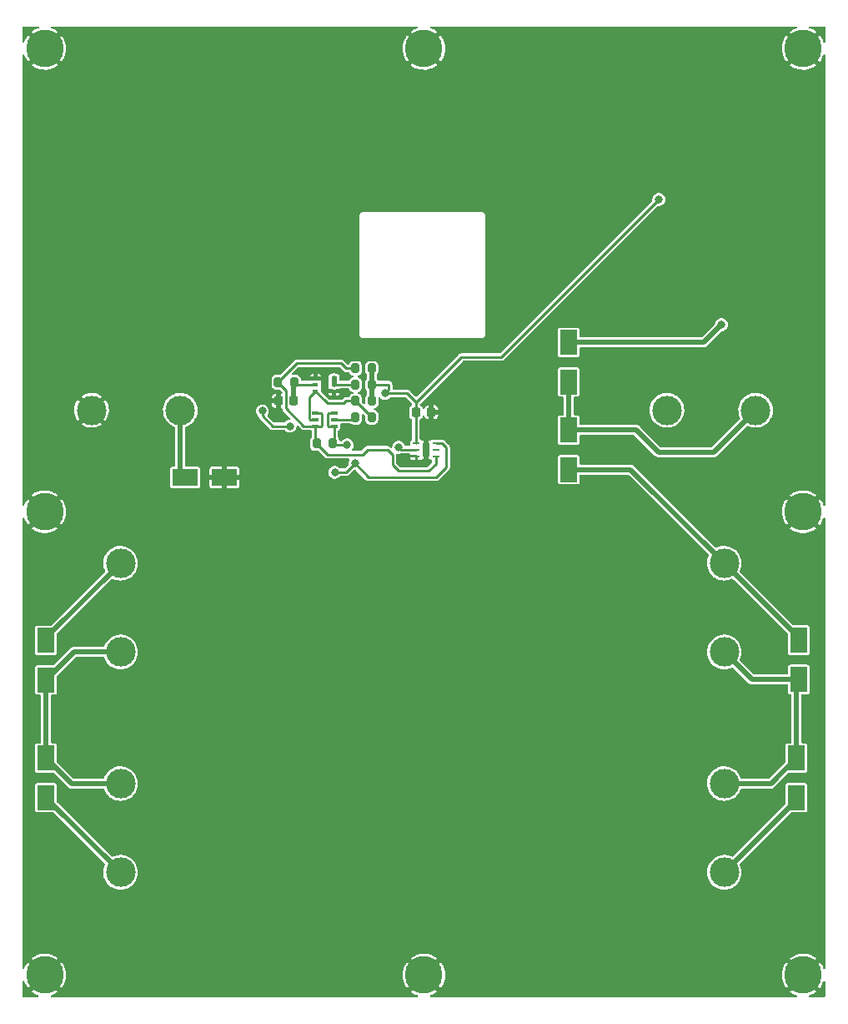
<source format=gtl>
%TF.GenerationSoftware,KiCad,Pcbnew,(6.0.5)*%
%TF.CreationDate,2022-07-09T20:44:09-07:00*%
%TF.ProjectId,solar-panel-side-Y-plus,736f6c61-722d-4706-916e-656c2d736964,rev?*%
%TF.SameCoordinates,Original*%
%TF.FileFunction,Copper,L1,Top*%
%TF.FilePolarity,Positive*%
%FSLAX46Y46*%
G04 Gerber Fmt 4.6, Leading zero omitted, Abs format (unit mm)*
G04 Created by KiCad (PCBNEW (6.0.5)) date 2022-07-09 20:44:09*
%MOMM*%
%LPD*%
G01*
G04 APERTURE LIST*
G04 Aperture macros list*
%AMRoundRect*
0 Rectangle with rounded corners*
0 $1 Rounding radius*
0 $2 $3 $4 $5 $6 $7 $8 $9 X,Y pos of 4 corners*
0 Add a 4 corners polygon primitive as box body*
4,1,4,$2,$3,$4,$5,$6,$7,$8,$9,$2,$3,0*
0 Add four circle primitives for the rounded corners*
1,1,$1+$1,$2,$3*
1,1,$1+$1,$4,$5*
1,1,$1+$1,$6,$7*
1,1,$1+$1,$8,$9*
0 Add four rect primitives between the rounded corners*
20,1,$1+$1,$2,$3,$4,$5,0*
20,1,$1+$1,$4,$5,$6,$7,0*
20,1,$1+$1,$6,$7,$8,$9,0*
20,1,$1+$1,$8,$9,$2,$3,0*%
G04 Aperture macros list end*
%TA.AperFunction,ComponentPad*%
%ADD10C,3.000000*%
%TD*%
%TA.AperFunction,SMDPad,CuDef*%
%ADD11R,1.700000X2.500000*%
%TD*%
%TA.AperFunction,SMDPad,CuDef*%
%ADD12R,2.500000X1.700000*%
%TD*%
%TA.AperFunction,ConnectorPad*%
%ADD13C,3.800000*%
%TD*%
%TA.AperFunction,ComponentPad*%
%ADD14C,2.600000*%
%TD*%
%TA.AperFunction,SMDPad,CuDef*%
%ADD15RoundRect,0.200000X0.200000X0.275000X-0.200000X0.275000X-0.200000X-0.275000X0.200000X-0.275000X0*%
%TD*%
%TA.AperFunction,SMDPad,CuDef*%
%ADD16RoundRect,0.225000X-0.225000X-0.250000X0.225000X-0.250000X0.225000X0.250000X-0.225000X0.250000X0*%
%TD*%
%TA.AperFunction,SMDPad,CuDef*%
%ADD17R,0.600000X0.400000*%
%TD*%
%TA.AperFunction,SMDPad,CuDef*%
%ADD18RoundRect,0.200000X-0.200000X-0.275000X0.200000X-0.275000X0.200000X0.275000X-0.200000X0.275000X0*%
%TD*%
%TA.AperFunction,SMDPad,CuDef*%
%ADD19RoundRect,0.225000X0.225000X0.250000X-0.225000X0.250000X-0.225000X-0.250000X0.225000X-0.250000X0*%
%TD*%
%TA.AperFunction,SMDPad,CuDef*%
%ADD20R,0.650000X0.400000*%
%TD*%
%TA.AperFunction,SMDPad,CuDef*%
%ADD21R,0.740000X0.270000*%
%TD*%
%TA.AperFunction,SMDPad,CuDef*%
%ADD22R,0.650000X1.350000*%
%TD*%
%TA.AperFunction,ViaPad*%
%ADD23C,0.800000*%
%TD*%
%TA.AperFunction,Conductor*%
%ADD24C,0.250000*%
%TD*%
%TA.AperFunction,Conductor*%
%ADD25C,0.500000*%
%TD*%
G04 APERTURE END LIST*
D10*
X179116000Y-98370000D03*
X179116000Y-107370000D03*
X123880000Y-82850000D03*
X114880000Y-82850000D03*
X179116000Y-120722000D03*
X179116000Y-129722000D03*
D11*
X110236000Y-122142000D03*
X110236000Y-118142000D03*
X110236000Y-110204000D03*
X110236000Y-106204000D03*
X186690000Y-106172000D03*
X186690000Y-110172000D03*
X186436000Y-118142000D03*
X186436000Y-122142000D03*
X163322000Y-75978000D03*
X163322000Y-79978000D03*
X163322000Y-84868000D03*
X163322000Y-88868000D03*
D12*
X124365000Y-89662000D03*
X128365000Y-89662000D03*
D13*
X110120000Y-46150000D03*
D14*
X110120000Y-46150000D03*
X148620000Y-46150000D03*
D13*
X148620000Y-46150000D03*
X187120000Y-46150000D03*
D14*
X187120000Y-46150000D03*
X187120000Y-93150000D03*
D13*
X187120000Y-93150000D03*
X187120000Y-140150000D03*
D14*
X187120000Y-140150000D03*
D13*
X148620000Y-140150000D03*
D14*
X148620000Y-140150000D03*
D13*
X110120000Y-140150000D03*
D14*
X110120000Y-140150000D03*
X110120000Y-93150000D03*
D13*
X110120000Y-93150000D03*
D10*
X182300000Y-82850000D03*
X173300000Y-82850000D03*
X117810000Y-129722000D03*
X117810000Y-120722000D03*
X117810000Y-107370000D03*
X117810000Y-98370000D03*
D15*
X143319000Y-80264000D03*
X141669000Y-80264000D03*
D16*
X147815000Y-83058000D03*
X149365000Y-83058000D03*
D17*
X139507000Y-80914000D03*
X139507000Y-80264000D03*
X139507000Y-79614000D03*
X137607000Y-79614000D03*
X137607000Y-80264000D03*
X137607000Y-80914000D03*
D18*
X137732000Y-86233000D03*
X139382000Y-86233000D03*
D19*
X135395000Y-81915000D03*
X133845000Y-81915000D03*
D18*
X133795000Y-80010000D03*
X135445000Y-80010000D03*
D15*
X143319000Y-78613000D03*
X141669000Y-78613000D03*
X143319000Y-81915000D03*
X141669000Y-81915000D03*
D20*
X139507000Y-84470000D03*
X139507000Y-83820000D03*
X139507000Y-83170000D03*
X137607000Y-83170000D03*
X137607000Y-83820000D03*
X137607000Y-84470000D03*
D18*
X141669000Y-83566000D03*
X143319000Y-83566000D03*
D21*
X147849000Y-86218000D03*
X147849000Y-86868000D03*
X147849000Y-87518000D03*
X149839000Y-87518000D03*
X149839000Y-86868000D03*
X149839000Y-86218000D03*
D22*
X148844000Y-86868000D03*
D23*
X111506000Y-81534000D03*
X180086000Y-51308000D03*
X176784000Y-54610000D03*
X111506000Y-83058000D03*
X156337000Y-80264000D03*
X130810000Y-89535000D03*
X116332000Y-85852000D03*
X132080000Y-88900000D03*
X180594000Y-60198000D03*
X132080000Y-90297000D03*
X176784000Y-60198000D03*
X151511000Y-83185000D03*
X176784000Y-53340000D03*
X152781000Y-82296000D03*
X114046000Y-85852000D03*
X180594000Y-58674000D03*
X146431000Y-84582000D03*
X156337000Y-82169000D03*
X136652000Y-78930500D03*
X176784000Y-58674000D03*
X176784000Y-52070000D03*
X182880000Y-51308000D03*
X111506000Y-85090000D03*
X146558000Y-88011000D03*
X130810000Y-88138000D03*
X181483000Y-51308000D03*
X130810000Y-90932000D03*
X151511000Y-81407000D03*
X178308000Y-51308000D03*
X144653000Y-81153000D03*
X172466000Y-61468000D03*
X178816000Y-74168000D03*
X140824790Y-86378210D03*
X135016000Y-84470000D03*
X132207000Y-82931000D03*
X139573000Y-89154000D03*
X141605000Y-88265000D03*
X146050000Y-86614000D03*
D24*
X172466000Y-61468000D02*
X172466000Y-61468000D01*
X145034000Y-80772000D02*
X144780000Y-81026000D01*
X147815000Y-86184000D02*
X147849000Y-86218000D01*
X147815000Y-83058000D02*
X147815000Y-82055000D01*
X147815000Y-82055000D02*
X152400000Y-77470000D01*
X152400000Y-77470000D02*
X156464000Y-77470000D01*
X146913000Y-81153000D02*
X147815000Y-82055000D01*
X144653000Y-81153000D02*
X146913000Y-81153000D01*
X147815000Y-83058000D02*
X147815000Y-86184000D01*
D25*
X143319000Y-78613000D02*
X143319000Y-80264000D01*
D24*
X144780000Y-81026000D02*
X144653000Y-81153000D01*
X145034000Y-80264000D02*
X145034000Y-80772000D01*
X145034000Y-80264000D02*
X143319000Y-80264000D01*
D25*
X143319000Y-80264000D02*
X143319000Y-81915000D01*
D24*
X144653000Y-81153000D02*
X144653000Y-81153000D01*
X156464000Y-77470000D02*
X172466000Y-61468000D01*
D25*
X186690000Y-105944000D02*
X179116000Y-98370000D01*
X163322000Y-88868000D02*
X169614000Y-88868000D01*
X169614000Y-88868000D02*
X179116000Y-98370000D01*
X186690000Y-106172000D02*
X186690000Y-105944000D01*
X170212000Y-84868000D02*
X172466000Y-87122000D01*
X163322000Y-84868000D02*
X163322000Y-79978000D01*
X163322000Y-84868000D02*
X170212000Y-84868000D01*
X178028000Y-87122000D02*
X182300000Y-82850000D01*
X172466000Y-87122000D02*
X178028000Y-87122000D01*
X186690000Y-110172000D02*
X181918000Y-110172000D01*
X181918000Y-110172000D02*
X179116000Y-107370000D01*
X186436000Y-110426000D02*
X186690000Y-110172000D01*
X183856000Y-120722000D02*
X186436000Y-118142000D01*
X186436000Y-118142000D02*
X186436000Y-110426000D01*
X179116000Y-120722000D02*
X183856000Y-120722000D01*
X110236000Y-122142000D02*
X110236000Y-122148000D01*
X179116000Y-129722000D02*
X186436000Y-122402000D01*
X186436000Y-122402000D02*
X186436000Y-122142000D01*
X110236000Y-122148000D02*
X117810000Y-129722000D01*
X113070000Y-107370000D02*
X110236000Y-110204000D01*
X112816000Y-120722000D02*
X110236000Y-118142000D01*
X110236000Y-118142000D02*
X110236000Y-110204000D01*
X117810000Y-120722000D02*
X112816000Y-120722000D01*
X117810000Y-107370000D02*
X113070000Y-107370000D01*
X123880000Y-89177000D02*
X124365000Y-89662000D01*
X117810000Y-98370000D02*
X110236000Y-105944000D01*
X110236000Y-105944000D02*
X110236000Y-106204000D01*
X123880000Y-82850000D02*
X123880000Y-89177000D01*
X178816000Y-74168000D02*
X178816000Y-74168000D01*
X177006000Y-75978000D02*
X178816000Y-74168000D01*
X163322000Y-75978000D02*
X177006000Y-75978000D01*
D24*
X138856999Y-84394999D02*
X138856999Y-83245001D01*
X139527210Y-86378210D02*
X139382000Y-86233000D01*
X138856999Y-83245001D02*
X138932000Y-83170000D01*
X138932000Y-83170000D02*
X139507000Y-83170000D01*
X139507000Y-84470000D02*
X138932000Y-84470000D01*
X139507000Y-86108000D02*
X139382000Y-86233000D01*
X139507000Y-84470000D02*
X139507000Y-86108000D01*
X138932000Y-84470000D02*
X138856999Y-84394999D01*
X140824790Y-86378210D02*
X139527210Y-86378210D01*
X135699000Y-80264000D02*
X135445000Y-80010000D01*
D25*
X135395000Y-80060000D02*
X135445000Y-80010000D01*
X135395000Y-81915000D02*
X135395000Y-80060000D01*
D24*
X137607000Y-80264000D02*
X135699000Y-80264000D01*
X137732000Y-86297000D02*
X138811000Y-87376000D01*
X138257001Y-83245001D02*
X138257001Y-84394999D01*
X138182000Y-84470000D02*
X137607000Y-84470000D01*
X140208000Y-78105000D02*
X135700000Y-78105000D01*
X134620000Y-82677000D02*
X134620000Y-80835000D01*
X137607000Y-84470000D02*
X137607000Y-86108000D01*
X137732000Y-86233000D02*
X137732000Y-86297000D01*
X141669000Y-78613000D02*
X140716000Y-78613000D01*
X138257001Y-84394999D02*
X138182000Y-84470000D01*
X137607000Y-84470000D02*
X136413000Y-84470000D01*
X137607000Y-83170000D02*
X138182000Y-83170000D01*
X137607000Y-86108000D02*
X137732000Y-86233000D01*
X140716000Y-78613000D02*
X140208000Y-78105000D01*
X135700000Y-78105000D02*
X135192000Y-78613000D01*
X134620000Y-80835000D02*
X133795000Y-80010000D01*
X138811000Y-87376000D02*
X142367000Y-87376000D01*
X136413000Y-84470000D02*
X134620000Y-82677000D01*
X135192000Y-78613000D02*
X133795000Y-80010000D01*
X138182000Y-83170000D02*
X138257001Y-83245001D01*
X142367000Y-87376000D02*
X142875000Y-86868000D01*
X145415000Y-87376000D02*
X145415000Y-88392000D01*
X145415000Y-88392000D02*
X146050000Y-89027000D01*
X142875000Y-86868000D02*
X144907000Y-86868000D01*
X149839000Y-88286000D02*
X149839000Y-87518000D01*
X146050000Y-89027000D02*
X149098000Y-89027000D01*
X144907000Y-86868000D02*
X145415000Y-87376000D01*
X149098000Y-89027000D02*
X149839000Y-88286000D01*
X141669000Y-83566000D02*
X141415000Y-83820000D01*
X141415000Y-83820000D02*
X139507000Y-83820000D01*
X136956999Y-81564001D02*
X137607000Y-80914000D01*
X137607000Y-83820000D02*
X137032000Y-83820000D01*
X138608000Y-81915000D02*
X137607000Y-80914000D01*
X141669000Y-81915000D02*
X140716000Y-81915000D01*
X143319000Y-83565000D02*
X141669000Y-81915000D01*
X138862000Y-82169000D02*
X138608000Y-81915000D01*
X143319000Y-83566000D02*
X143319000Y-83565000D01*
X140462000Y-82169000D02*
X138862000Y-82169000D01*
X140716000Y-81915000D02*
X140462000Y-82169000D01*
X137032000Y-83820000D02*
X136956999Y-83744999D01*
X136956999Y-83744999D02*
X136956999Y-81564001D01*
X133238000Y-84470000D02*
X132207000Y-83439000D01*
X139573000Y-89154000D02*
X140716000Y-89154000D01*
X140716000Y-89154000D02*
X141605000Y-88265000D01*
X132207000Y-83439000D02*
X132207000Y-82931000D01*
X135016000Y-84470000D02*
X133238000Y-84470000D01*
X132207000Y-82931000D02*
X132207000Y-82931000D01*
X150876000Y-86635000D02*
X150459000Y-86218000D01*
X149860000Y-89662000D02*
X150876000Y-88646000D01*
X143002000Y-89662000D02*
X149860000Y-89662000D01*
X150876000Y-88646000D02*
X150876000Y-86635000D01*
X150459000Y-86218000D02*
X149839000Y-86218000D01*
X141605000Y-88265000D02*
X143002000Y-89662000D01*
X147849000Y-86868000D02*
X146304000Y-86868000D01*
X146304000Y-86868000D02*
X146050000Y-86614000D01*
X139507000Y-80264000D02*
X141669000Y-80264000D01*
D25*
X139507000Y-80264000D02*
X139507000Y-79614000D01*
%TA.AperFunction,Conductor*%
G36*
X109475179Y-43923713D02*
G01*
X109511724Y-43974013D01*
X109511724Y-44036187D01*
X109475179Y-44086487D01*
X109442594Y-44102134D01*
X109413274Y-44110155D01*
X109406813Y-44112405D01*
X109142973Y-44224943D01*
X109136876Y-44228050D01*
X108890751Y-44375353D01*
X108885137Y-44379254D01*
X108799484Y-44447875D01*
X108792041Y-44459205D01*
X108792154Y-44461591D01*
X108794619Y-44465409D01*
X110108732Y-45779522D01*
X110120811Y-45785677D01*
X110125923Y-45784867D01*
X111441900Y-44468890D01*
X111448055Y-44456811D01*
X111447637Y-44454173D01*
X111445087Y-44451008D01*
X111373338Y-44392282D01*
X111367769Y-44388324D01*
X111123190Y-44238446D01*
X111117137Y-44235281D01*
X110854479Y-44119982D01*
X110848051Y-44117668D01*
X110792523Y-44101851D01*
X110740918Y-44067174D01*
X110719551Y-44008787D01*
X110736584Y-43948991D01*
X110785511Y-43910627D01*
X110820083Y-43904500D01*
X147916048Y-43904500D01*
X147975179Y-43923713D01*
X148011724Y-43974013D01*
X148011724Y-44036187D01*
X147975179Y-44086487D01*
X147942594Y-44102134D01*
X147913274Y-44110155D01*
X147906813Y-44112405D01*
X147642973Y-44224943D01*
X147636876Y-44228050D01*
X147390751Y-44375353D01*
X147385137Y-44379254D01*
X147299484Y-44447875D01*
X147292041Y-44459205D01*
X147292154Y-44461591D01*
X147294619Y-44465409D01*
X148608732Y-45779522D01*
X148620811Y-45785677D01*
X148625923Y-45784867D01*
X149941900Y-44468890D01*
X149948055Y-44456811D01*
X149947637Y-44454173D01*
X149945087Y-44451008D01*
X149873338Y-44392282D01*
X149867769Y-44388324D01*
X149623190Y-44238446D01*
X149617137Y-44235281D01*
X149354479Y-44119982D01*
X149348051Y-44117668D01*
X149292523Y-44101851D01*
X149240918Y-44067174D01*
X149219551Y-44008787D01*
X149236584Y-43948991D01*
X149285511Y-43910627D01*
X149320083Y-43904500D01*
X186416048Y-43904500D01*
X186475179Y-43923713D01*
X186511724Y-43974013D01*
X186511724Y-44036187D01*
X186475179Y-44086487D01*
X186442594Y-44102134D01*
X186413274Y-44110155D01*
X186406813Y-44112405D01*
X186142973Y-44224943D01*
X186136876Y-44228050D01*
X185890751Y-44375353D01*
X185885137Y-44379254D01*
X185799484Y-44447875D01*
X185792041Y-44459205D01*
X185792154Y-44461591D01*
X185794619Y-44465409D01*
X187108732Y-45779522D01*
X187120811Y-45785677D01*
X187125923Y-45784867D01*
X188441900Y-44468890D01*
X188448055Y-44456811D01*
X188447637Y-44454173D01*
X188445087Y-44451008D01*
X188373338Y-44392282D01*
X188367769Y-44388324D01*
X188123190Y-44238446D01*
X188117137Y-44235281D01*
X187854479Y-44119982D01*
X187848051Y-44117668D01*
X187792523Y-44101851D01*
X187740918Y-44067174D01*
X187719551Y-44008787D01*
X187736584Y-43948991D01*
X187785511Y-43910627D01*
X187820083Y-43904500D01*
X189264900Y-43904500D01*
X189324031Y-43923713D01*
X189360576Y-43974013D01*
X189365500Y-44005100D01*
X189365500Y-45452704D01*
X189346287Y-45511835D01*
X189295987Y-45548380D01*
X189233813Y-45548380D01*
X189183513Y-45511835D01*
X189170070Y-45486285D01*
X189102604Y-45295767D01*
X189099894Y-45289506D01*
X188968333Y-45034610D01*
X188964788Y-45028757D01*
X188823576Y-44827832D01*
X188812738Y-44819694D01*
X188812049Y-44819684D01*
X188805711Y-44823499D01*
X187490478Y-46138732D01*
X187484323Y-46150811D01*
X187485133Y-46155923D01*
X188801714Y-47472504D01*
X188813793Y-47478659D01*
X188815034Y-47478462D01*
X188819951Y-47474285D01*
X188940907Y-47309624D01*
X188944564Y-47303862D01*
X189081434Y-47051779D01*
X189084283Y-47045556D01*
X189170794Y-46816610D01*
X189209668Y-46768087D01*
X189269639Y-46751681D01*
X189327799Y-46773658D01*
X189361934Y-46825623D01*
X189365500Y-46852169D01*
X189365500Y-92452704D01*
X189346287Y-92511835D01*
X189295987Y-92548380D01*
X189233813Y-92548380D01*
X189183513Y-92511835D01*
X189170070Y-92486285D01*
X189102604Y-92295767D01*
X189099894Y-92289506D01*
X188968333Y-92034610D01*
X188964788Y-92028757D01*
X188823576Y-91827832D01*
X188812738Y-91819694D01*
X188812049Y-91819684D01*
X188805711Y-91823499D01*
X187490478Y-93138732D01*
X187484323Y-93150811D01*
X187485133Y-93155923D01*
X188801714Y-94472504D01*
X188813793Y-94478659D01*
X188815034Y-94478462D01*
X188819951Y-94474285D01*
X188940907Y-94309624D01*
X188944564Y-94303862D01*
X189081434Y-94051779D01*
X189084283Y-94045556D01*
X189170794Y-93816610D01*
X189209668Y-93768087D01*
X189269639Y-93751681D01*
X189327799Y-93773658D01*
X189361934Y-93825623D01*
X189365500Y-93852169D01*
X189365500Y-139452704D01*
X189346287Y-139511835D01*
X189295987Y-139548380D01*
X189233813Y-139548380D01*
X189183513Y-139511835D01*
X189170070Y-139486285D01*
X189102604Y-139295767D01*
X189099894Y-139289506D01*
X188968333Y-139034610D01*
X188964788Y-139028757D01*
X188823576Y-138827832D01*
X188812738Y-138819694D01*
X188812049Y-138819684D01*
X188805711Y-138823499D01*
X187490478Y-140138732D01*
X187484323Y-140150811D01*
X187485133Y-140155923D01*
X188801714Y-141472504D01*
X188813793Y-141478659D01*
X188815034Y-141478462D01*
X188819951Y-141474285D01*
X188940907Y-141309624D01*
X188944564Y-141303862D01*
X189081434Y-141051779D01*
X189084283Y-141045556D01*
X189170794Y-140816610D01*
X189209668Y-140768087D01*
X189269639Y-140751681D01*
X189327799Y-140773658D01*
X189361934Y-140825623D01*
X189365500Y-140852169D01*
X189365500Y-142294900D01*
X189346287Y-142354031D01*
X189295987Y-142390576D01*
X189264900Y-142395500D01*
X187829102Y-142395500D01*
X187769971Y-142376287D01*
X187733426Y-142325987D01*
X187733426Y-142263813D01*
X187769971Y-142213513D01*
X187802105Y-142198289D01*
X187802084Y-142198225D01*
X187802622Y-142198044D01*
X187803576Y-142197592D01*
X187805339Y-142197129D01*
X187811808Y-142194952D01*
X188076813Y-142085184D01*
X188082941Y-142082142D01*
X188330595Y-141937425D01*
X188336255Y-141933579D01*
X188440366Y-141851945D01*
X188447925Y-141840695D01*
X188447848Y-141838590D01*
X188445146Y-141834356D01*
X187131268Y-140520478D01*
X187119189Y-140514323D01*
X187114077Y-140515133D01*
X185797717Y-141831493D01*
X185791562Y-141843572D01*
X185792024Y-141846489D01*
X185794254Y-141849287D01*
X185848323Y-141894496D01*
X185853858Y-141898517D01*
X186096842Y-142050941D01*
X186102870Y-142054173D01*
X186364305Y-142172216D01*
X186370701Y-142174595D01*
X186451213Y-142198443D01*
X186502452Y-142233658D01*
X186523207Y-142292266D01*
X186505548Y-142351880D01*
X186456222Y-142389730D01*
X186422641Y-142395500D01*
X149329102Y-142395500D01*
X149269971Y-142376287D01*
X149233426Y-142325987D01*
X149233426Y-142263813D01*
X149269971Y-142213513D01*
X149302105Y-142198289D01*
X149302084Y-142198225D01*
X149302622Y-142198044D01*
X149303576Y-142197592D01*
X149305339Y-142197129D01*
X149311808Y-142194952D01*
X149576813Y-142085184D01*
X149582941Y-142082142D01*
X149830595Y-141937425D01*
X149836255Y-141933579D01*
X149940366Y-141851945D01*
X149947925Y-141840695D01*
X149947848Y-141838590D01*
X149945146Y-141834356D01*
X148631268Y-140520478D01*
X148619189Y-140514323D01*
X148614077Y-140515133D01*
X147297717Y-141831493D01*
X147291562Y-141843572D01*
X147292024Y-141846489D01*
X147294254Y-141849287D01*
X147348323Y-141894496D01*
X147353858Y-141898517D01*
X147596842Y-142050941D01*
X147602870Y-142054173D01*
X147864305Y-142172216D01*
X147870701Y-142174595D01*
X147951213Y-142198443D01*
X148002452Y-142233658D01*
X148023207Y-142292266D01*
X148005548Y-142351880D01*
X147956222Y-142389730D01*
X147922641Y-142395500D01*
X110829102Y-142395500D01*
X110769971Y-142376287D01*
X110733426Y-142325987D01*
X110733426Y-142263813D01*
X110769971Y-142213513D01*
X110802105Y-142198289D01*
X110802084Y-142198225D01*
X110802622Y-142198044D01*
X110803576Y-142197592D01*
X110805339Y-142197129D01*
X110811808Y-142194952D01*
X111076813Y-142085184D01*
X111082941Y-142082142D01*
X111330595Y-141937425D01*
X111336255Y-141933579D01*
X111440366Y-141851945D01*
X111447925Y-141840695D01*
X111447848Y-141838590D01*
X111445146Y-141834356D01*
X110131268Y-140520478D01*
X110119189Y-140514323D01*
X110114077Y-140515133D01*
X108797717Y-141831493D01*
X108791562Y-141843572D01*
X108792024Y-141846489D01*
X108794254Y-141849287D01*
X108848323Y-141894496D01*
X108853858Y-141898517D01*
X109096842Y-142050941D01*
X109102870Y-142054173D01*
X109364305Y-142172216D01*
X109370701Y-142174595D01*
X109451213Y-142198443D01*
X109502452Y-142233658D01*
X109523207Y-142292266D01*
X109505548Y-142351880D01*
X109456222Y-142389730D01*
X109422641Y-142395500D01*
X107975100Y-142395500D01*
X107915969Y-142376287D01*
X107879424Y-142325987D01*
X107874500Y-142294900D01*
X107874500Y-140845779D01*
X107893713Y-140786648D01*
X107944013Y-140750103D01*
X108006187Y-140750103D01*
X108056487Y-140786648D01*
X108070276Y-140813193D01*
X108128558Y-140983420D01*
X108131204Y-140989715D01*
X108260092Y-141245979D01*
X108263570Y-141251860D01*
X108415587Y-141473046D01*
X108426340Y-141481297D01*
X108426743Y-141481308D01*
X108433505Y-141477285D01*
X109749522Y-140161268D01*
X109754850Y-140150811D01*
X110484323Y-140150811D01*
X110485133Y-140155923D01*
X111801714Y-141472504D01*
X111813793Y-141478659D01*
X111815034Y-141478462D01*
X111819951Y-141474285D01*
X111940907Y-141309624D01*
X111944564Y-141303862D01*
X112081434Y-141051779D01*
X112084283Y-141045556D01*
X112185672Y-140777238D01*
X112187650Y-140770685D01*
X112251689Y-140491080D01*
X112252756Y-140484342D01*
X112278383Y-140197182D01*
X112278580Y-140193232D01*
X112279012Y-140151974D01*
X112278899Y-140148036D01*
X112277725Y-140130819D01*
X146461283Y-140130819D01*
X146477795Y-140417176D01*
X146478652Y-140423962D01*
X146533874Y-140705433D01*
X146535646Y-140712046D01*
X146628558Y-140983420D01*
X146631204Y-140989715D01*
X146760092Y-141245979D01*
X146763570Y-141251860D01*
X146915587Y-141473046D01*
X146926340Y-141481297D01*
X146926743Y-141481308D01*
X146933505Y-141477285D01*
X148249522Y-140161268D01*
X148254850Y-140150811D01*
X148984323Y-140150811D01*
X148985133Y-140155923D01*
X150301714Y-141472504D01*
X150313793Y-141478659D01*
X150315034Y-141478462D01*
X150319951Y-141474285D01*
X150440907Y-141309624D01*
X150444564Y-141303862D01*
X150581434Y-141051779D01*
X150584283Y-141045556D01*
X150685672Y-140777238D01*
X150687650Y-140770685D01*
X150751689Y-140491080D01*
X150752756Y-140484342D01*
X150778383Y-140197182D01*
X150778580Y-140193232D01*
X150779012Y-140151974D01*
X150778899Y-140148036D01*
X150777725Y-140130819D01*
X184961283Y-140130819D01*
X184977795Y-140417176D01*
X184978652Y-140423962D01*
X185033874Y-140705433D01*
X185035646Y-140712046D01*
X185128558Y-140983420D01*
X185131204Y-140989715D01*
X185260092Y-141245979D01*
X185263570Y-141251860D01*
X185415587Y-141473046D01*
X185426340Y-141481297D01*
X185426743Y-141481308D01*
X185433505Y-141477285D01*
X186749522Y-140161268D01*
X186755677Y-140149189D01*
X186754867Y-140144077D01*
X185437656Y-138826866D01*
X185425577Y-138820711D01*
X185424618Y-138820863D01*
X185419362Y-138825376D01*
X185287050Y-139009507D01*
X185283453Y-139015308D01*
X185149224Y-139268823D01*
X185146450Y-139275052D01*
X185047870Y-139544435D01*
X185045965Y-139550991D01*
X184984857Y-139831258D01*
X184983859Y-139838015D01*
X184961354Y-140123970D01*
X184961283Y-140130819D01*
X150777725Y-140130819D01*
X150759289Y-139860396D01*
X150758364Y-139853640D01*
X150700196Y-139572752D01*
X150698355Y-139566161D01*
X150602604Y-139295767D01*
X150599894Y-139289506D01*
X150468333Y-139034610D01*
X150464788Y-139028757D01*
X150323576Y-138827832D01*
X150312738Y-138819694D01*
X150312049Y-138819684D01*
X150305711Y-138823499D01*
X148990478Y-140138732D01*
X148984323Y-140150811D01*
X148254850Y-140150811D01*
X148255677Y-140149189D01*
X148254867Y-140144077D01*
X146937656Y-138826866D01*
X146925577Y-138820711D01*
X146924618Y-138820863D01*
X146919362Y-138825376D01*
X146787050Y-139009507D01*
X146783453Y-139015308D01*
X146649224Y-139268823D01*
X146646450Y-139275052D01*
X146547870Y-139544435D01*
X146545965Y-139550991D01*
X146484857Y-139831258D01*
X146483859Y-139838015D01*
X146461354Y-140123970D01*
X146461283Y-140130819D01*
X112277725Y-140130819D01*
X112259289Y-139860396D01*
X112258364Y-139853640D01*
X112200196Y-139572752D01*
X112198355Y-139566161D01*
X112102604Y-139295767D01*
X112099894Y-139289506D01*
X111968333Y-139034610D01*
X111964788Y-139028757D01*
X111823576Y-138827832D01*
X111812738Y-138819694D01*
X111812049Y-138819684D01*
X111805711Y-138823499D01*
X110490478Y-140138732D01*
X110484323Y-140150811D01*
X109754850Y-140150811D01*
X109755677Y-140149189D01*
X109754867Y-140144077D01*
X108437656Y-138826866D01*
X108425577Y-138820711D01*
X108424618Y-138820863D01*
X108419362Y-138825376D01*
X108287050Y-139009507D01*
X108283453Y-139015308D01*
X108149224Y-139268823D01*
X108146450Y-139275052D01*
X108069573Y-139485129D01*
X108031209Y-139534056D01*
X107971414Y-139551089D01*
X107913026Y-139529723D01*
X107878349Y-139478117D01*
X107874500Y-139450557D01*
X107874500Y-138459205D01*
X108792041Y-138459205D01*
X108792154Y-138461591D01*
X108794619Y-138465409D01*
X110108732Y-139779522D01*
X110120811Y-139785677D01*
X110125923Y-139784867D01*
X111441900Y-138468890D01*
X111446835Y-138459205D01*
X147292041Y-138459205D01*
X147292154Y-138461591D01*
X147294619Y-138465409D01*
X148608732Y-139779522D01*
X148620811Y-139785677D01*
X148625923Y-139784867D01*
X149941900Y-138468890D01*
X149946835Y-138459205D01*
X185792041Y-138459205D01*
X185792154Y-138461591D01*
X185794619Y-138465409D01*
X187108732Y-139779522D01*
X187120811Y-139785677D01*
X187125923Y-139784867D01*
X188441900Y-138468890D01*
X188448055Y-138456811D01*
X188447637Y-138454173D01*
X188445087Y-138451008D01*
X188373338Y-138392282D01*
X188367769Y-138388324D01*
X188123190Y-138238446D01*
X188117137Y-138235281D01*
X187854479Y-138119982D01*
X187848051Y-138117668D01*
X187572188Y-138039087D01*
X187565491Y-138037663D01*
X187281511Y-137997247D01*
X187274709Y-137996747D01*
X186987853Y-137995245D01*
X186981037Y-137995674D01*
X186696650Y-138033115D01*
X186689944Y-138034467D01*
X186413274Y-138110155D01*
X186406813Y-138112405D01*
X186142973Y-138224943D01*
X186136876Y-138228050D01*
X185890751Y-138375353D01*
X185885137Y-138379254D01*
X185799484Y-138447875D01*
X185792041Y-138459205D01*
X149946835Y-138459205D01*
X149948055Y-138456811D01*
X149947637Y-138454173D01*
X149945087Y-138451008D01*
X149873338Y-138392282D01*
X149867769Y-138388324D01*
X149623190Y-138238446D01*
X149617137Y-138235281D01*
X149354479Y-138119982D01*
X149348051Y-138117668D01*
X149072188Y-138039087D01*
X149065491Y-138037663D01*
X148781511Y-137997247D01*
X148774709Y-137996747D01*
X148487853Y-137995245D01*
X148481037Y-137995674D01*
X148196650Y-138033115D01*
X148189944Y-138034467D01*
X147913274Y-138110155D01*
X147906813Y-138112405D01*
X147642973Y-138224943D01*
X147636876Y-138228050D01*
X147390751Y-138375353D01*
X147385137Y-138379254D01*
X147299484Y-138447875D01*
X147292041Y-138459205D01*
X111446835Y-138459205D01*
X111448055Y-138456811D01*
X111447637Y-138454173D01*
X111445087Y-138451008D01*
X111373338Y-138392282D01*
X111367769Y-138388324D01*
X111123190Y-138238446D01*
X111117137Y-138235281D01*
X110854479Y-138119982D01*
X110848051Y-138117668D01*
X110572188Y-138039087D01*
X110565491Y-138037663D01*
X110281511Y-137997247D01*
X110274709Y-137996747D01*
X109987853Y-137995245D01*
X109981037Y-137995674D01*
X109696650Y-138033115D01*
X109689944Y-138034467D01*
X109413274Y-138110155D01*
X109406813Y-138112405D01*
X109142973Y-138224943D01*
X109136876Y-138228050D01*
X108890751Y-138375353D01*
X108885137Y-138379254D01*
X108799484Y-138447875D01*
X108792041Y-138459205D01*
X107874500Y-138459205D01*
X107874500Y-120866933D01*
X109131500Y-120866933D01*
X109131501Y-123417066D01*
X109146266Y-123491301D01*
X109151769Y-123499536D01*
X109151769Y-123499537D01*
X109197012Y-123567247D01*
X109202516Y-123575484D01*
X109286699Y-123631734D01*
X109335239Y-123641389D01*
X109356081Y-123645535D01*
X109356082Y-123645535D01*
X109360933Y-123646500D01*
X109537102Y-123646500D01*
X110979358Y-123646499D01*
X111038489Y-123665712D01*
X111050493Y-123675964D01*
X116210965Y-128836435D01*
X116239191Y-128891833D01*
X116232603Y-128946472D01*
X116141500Y-129163728D01*
X116077310Y-129416480D01*
X116076936Y-129420191D01*
X116076936Y-129420193D01*
X116073100Y-129458293D01*
X116051183Y-129675944D01*
X116063694Y-129936419D01*
X116114569Y-130192185D01*
X116202690Y-130437621D01*
X116326120Y-130667336D01*
X116328350Y-130670322D01*
X116328353Y-130670327D01*
X116412980Y-130783655D01*
X116482149Y-130876283D01*
X116667348Y-131059873D01*
X116780701Y-131142987D01*
X116874641Y-131211868D01*
X116874646Y-131211871D01*
X116877649Y-131214073D01*
X116880947Y-131215808D01*
X117105127Y-131333755D01*
X117105131Y-131333757D01*
X117108433Y-131335494D01*
X117111960Y-131336726D01*
X117111963Y-131336727D01*
X117351101Y-131420237D01*
X117354629Y-131421469D01*
X117610828Y-131470110D01*
X117614557Y-131470256D01*
X117614561Y-131470257D01*
X117780618Y-131476781D01*
X117871403Y-131480348D01*
X117964885Y-131470110D01*
X118126916Y-131452365D01*
X118126921Y-131452364D01*
X118130629Y-131451958D01*
X118251114Y-131420237D01*
X118379204Y-131386514D01*
X118379208Y-131386512D01*
X118382811Y-131385564D01*
X118622410Y-131282625D01*
X118844161Y-131145401D01*
X119043194Y-130976907D01*
X119129138Y-130878906D01*
X119212671Y-130783655D01*
X119212673Y-130783653D01*
X119215135Y-130780845D01*
X119217153Y-130777707D01*
X119217158Y-130777701D01*
X119354183Y-130564672D01*
X119354186Y-130564667D01*
X119356208Y-130561523D01*
X119357743Y-130558116D01*
X119357746Y-130558110D01*
X119461780Y-130327163D01*
X119461781Y-130327160D01*
X119463314Y-130323757D01*
X119534099Y-130072772D01*
X119550980Y-129940077D01*
X119566691Y-129816582D01*
X119566691Y-129816579D01*
X119567009Y-129814081D01*
X119569420Y-129722000D01*
X119565997Y-129675944D01*
X177357183Y-129675944D01*
X177369694Y-129936419D01*
X177420569Y-130192185D01*
X177508690Y-130437621D01*
X177632120Y-130667336D01*
X177634350Y-130670322D01*
X177634353Y-130670327D01*
X177718980Y-130783655D01*
X177788149Y-130876283D01*
X177973348Y-131059873D01*
X178086701Y-131142987D01*
X178180641Y-131211868D01*
X178180646Y-131211871D01*
X178183649Y-131214073D01*
X178186947Y-131215808D01*
X178411127Y-131333755D01*
X178411131Y-131333757D01*
X178414433Y-131335494D01*
X178417960Y-131336726D01*
X178417963Y-131336727D01*
X178657101Y-131420237D01*
X178660629Y-131421469D01*
X178916828Y-131470110D01*
X178920557Y-131470256D01*
X178920561Y-131470257D01*
X179086618Y-131476781D01*
X179177403Y-131480348D01*
X179270885Y-131470110D01*
X179432916Y-131452365D01*
X179432921Y-131452364D01*
X179436629Y-131451958D01*
X179557114Y-131420237D01*
X179685204Y-131386514D01*
X179685208Y-131386512D01*
X179688811Y-131385564D01*
X179928410Y-131282625D01*
X180150161Y-131145401D01*
X180349194Y-130976907D01*
X180435138Y-130878906D01*
X180518671Y-130783655D01*
X180518673Y-130783653D01*
X180521135Y-130780845D01*
X180523153Y-130777707D01*
X180523158Y-130777701D01*
X180660183Y-130564672D01*
X180660186Y-130564667D01*
X180662208Y-130561523D01*
X180663743Y-130558116D01*
X180663746Y-130558110D01*
X180767780Y-130327163D01*
X180767781Y-130327160D01*
X180769314Y-130323757D01*
X180840099Y-130072772D01*
X180856980Y-129940077D01*
X180872691Y-129816582D01*
X180872691Y-129816579D01*
X180873009Y-129814081D01*
X180875420Y-129722000D01*
X180856094Y-129461941D01*
X180846648Y-129420193D01*
X180799367Y-129211240D01*
X180799366Y-129211237D01*
X180798542Y-129207595D01*
X180797192Y-129204122D01*
X180797189Y-129204114D01*
X180705382Y-128968033D01*
X180705379Y-128968027D01*
X180704027Y-128964550D01*
X180699567Y-128956746D01*
X180686908Y-128895874D01*
X180715775Y-128835696D01*
X185875506Y-123675965D01*
X185930904Y-123647739D01*
X185946641Y-123646500D01*
X187162094Y-123646499D01*
X187311066Y-123646499D01*
X187346548Y-123639442D01*
X187375584Y-123633667D01*
X187375586Y-123633666D01*
X187385301Y-123631734D01*
X187469484Y-123575484D01*
X187525734Y-123491301D01*
X187540500Y-123417067D01*
X187540499Y-120866934D01*
X187525734Y-120792699D01*
X187520230Y-120784461D01*
X187474988Y-120716753D01*
X187469484Y-120708516D01*
X187385301Y-120652266D01*
X187336761Y-120642611D01*
X187315919Y-120638465D01*
X187315918Y-120638465D01*
X187311067Y-120637500D01*
X187306120Y-120637500D01*
X186435204Y-120637501D01*
X185560934Y-120637501D01*
X185525452Y-120644558D01*
X185496416Y-120650333D01*
X185496414Y-120650334D01*
X185486699Y-120652266D01*
X185402516Y-120708516D01*
X185346266Y-120792699D01*
X185331500Y-120866933D01*
X185331500Y-120871880D01*
X185331501Y-122751358D01*
X185312288Y-122810489D01*
X185302036Y-122822493D01*
X179999354Y-128125175D01*
X179943956Y-128153401D01*
X179883725Y-128144266D01*
X179831044Y-128118287D01*
X179775090Y-128090694D01*
X179771540Y-128089558D01*
X179771536Y-128089556D01*
X179657214Y-128052962D01*
X179526728Y-128011193D01*
X179269344Y-127969275D01*
X179265602Y-127969226D01*
X179236905Y-127968850D01*
X179008590Y-127965862D01*
X178898620Y-127980828D01*
X178753898Y-128000524D01*
X178753896Y-128000524D01*
X178750196Y-128001028D01*
X178746613Y-128002072D01*
X178746610Y-128002073D01*
X178715321Y-128011193D01*
X178499838Y-128074000D01*
X178496456Y-128075559D01*
X178496451Y-128075561D01*
X178460040Y-128092347D01*
X178263016Y-128183177D01*
X178259895Y-128185223D01*
X178259890Y-128185226D01*
X178104459Y-128287131D01*
X178044933Y-128326158D01*
X177850379Y-128499804D01*
X177847987Y-128502680D01*
X177686016Y-128697429D01*
X177686011Y-128697436D01*
X177683629Y-128700300D01*
X177548345Y-128923240D01*
X177447500Y-129163728D01*
X177383310Y-129416480D01*
X177382936Y-129420191D01*
X177382936Y-129420193D01*
X177379100Y-129458293D01*
X177357183Y-129675944D01*
X119565997Y-129675944D01*
X119550094Y-129461941D01*
X119540648Y-129420193D01*
X119493367Y-129211240D01*
X119493366Y-129211237D01*
X119492542Y-129207595D01*
X119491192Y-129204122D01*
X119491189Y-129204114D01*
X119399381Y-128968032D01*
X119398027Y-128964550D01*
X119268625Y-128738145D01*
X119107180Y-128533353D01*
X119071517Y-128499804D01*
X118919957Y-128357231D01*
X118917239Y-128354674D01*
X118914182Y-128352554D01*
X118914178Y-128352550D01*
X118800977Y-128274020D01*
X118702973Y-128206032D01*
X118469090Y-128090694D01*
X118465535Y-128089556D01*
X118465533Y-128089555D01*
X118344909Y-128050943D01*
X118220728Y-128011193D01*
X117963344Y-127969275D01*
X117959602Y-127969226D01*
X117930905Y-127968850D01*
X117702590Y-127965862D01*
X117592620Y-127980828D01*
X117447898Y-128000524D01*
X117447896Y-128000524D01*
X117444196Y-128001028D01*
X117440613Y-128002072D01*
X117440610Y-128002073D01*
X117409321Y-128011193D01*
X117193838Y-128074000D01*
X117039602Y-128145104D01*
X116977860Y-128152412D01*
X116926351Y-128124880D01*
X111369965Y-122568494D01*
X111341739Y-122513096D01*
X111340500Y-122497359D01*
X111340499Y-120871872D01*
X111340499Y-120866934D01*
X111325734Y-120792699D01*
X111320230Y-120784461D01*
X111274988Y-120716753D01*
X111269484Y-120708516D01*
X111185301Y-120652266D01*
X111136761Y-120642611D01*
X111115919Y-120638465D01*
X111115918Y-120638465D01*
X111111067Y-120637500D01*
X111106120Y-120637500D01*
X110235204Y-120637501D01*
X109360934Y-120637501D01*
X109325452Y-120644558D01*
X109296416Y-120650333D01*
X109296414Y-120650334D01*
X109286699Y-120652266D01*
X109202516Y-120708516D01*
X109146266Y-120792699D01*
X109131500Y-120866933D01*
X107874500Y-120866933D01*
X107874500Y-116866933D01*
X109131500Y-116866933D01*
X109131501Y-119417066D01*
X109146266Y-119491301D01*
X109151769Y-119499536D01*
X109151769Y-119499537D01*
X109176324Y-119536286D01*
X109202516Y-119575484D01*
X109286699Y-119631734D01*
X109335239Y-119641389D01*
X109356081Y-119645535D01*
X109356082Y-119645535D01*
X109360933Y-119646500D01*
X109537739Y-119646500D01*
X110985358Y-119646499D01*
X111044489Y-119665712D01*
X111056493Y-119675964D01*
X112411332Y-121030803D01*
X112419355Y-121040845D01*
X112419384Y-121040820D01*
X112424028Y-121046276D01*
X112427853Y-121052339D01*
X112450989Y-121072772D01*
X112468441Y-121088185D01*
X112472982Y-121092453D01*
X112484880Y-121104351D01*
X112490476Y-121108545D01*
X112493977Y-121111169D01*
X112500227Y-121116258D01*
X112536170Y-121148001D01*
X112545459Y-121152362D01*
X112563029Y-121162920D01*
X112565496Y-121164769D01*
X112565500Y-121164771D01*
X112571236Y-121169070D01*
X112577947Y-121171586D01*
X112577949Y-121171587D01*
X112616134Y-121185902D01*
X112623573Y-121189037D01*
X112630278Y-121192185D01*
X112666982Y-121209417D01*
X112674059Y-121210519D01*
X112674063Y-121210520D01*
X112677111Y-121210994D01*
X112696952Y-121216199D01*
X112706552Y-121219798D01*
X112746299Y-121222751D01*
X112754357Y-121223350D01*
X112762382Y-121224271D01*
X112772856Y-121225902D01*
X112772858Y-121225902D01*
X112776697Y-121226500D01*
X112793016Y-121226500D01*
X112800471Y-121226777D01*
X112843518Y-121229976D01*
X112843520Y-121229976D01*
X112850667Y-121230507D01*
X112859053Y-121228717D01*
X112880054Y-121226500D01*
X116056121Y-121226500D01*
X116115252Y-121245713D01*
X116150803Y-121293105D01*
X116202690Y-121437621D01*
X116326120Y-121667336D01*
X116328350Y-121670322D01*
X116328353Y-121670327D01*
X116412980Y-121783655D01*
X116482149Y-121876283D01*
X116667348Y-122059873D01*
X116780701Y-122142987D01*
X116874641Y-122211868D01*
X116874646Y-122211871D01*
X116877649Y-122214073D01*
X116880947Y-122215808D01*
X117105127Y-122333755D01*
X117105131Y-122333757D01*
X117108433Y-122335494D01*
X117111960Y-122336726D01*
X117111963Y-122336727D01*
X117351101Y-122420237D01*
X117354629Y-122421469D01*
X117610828Y-122470110D01*
X117614557Y-122470256D01*
X117614561Y-122470257D01*
X117780618Y-122476781D01*
X117871403Y-122480348D01*
X117964885Y-122470110D01*
X118126916Y-122452365D01*
X118126921Y-122452364D01*
X118130629Y-122451958D01*
X118251114Y-122420237D01*
X118379204Y-122386514D01*
X118379208Y-122386512D01*
X118382811Y-122385564D01*
X118622410Y-122282625D01*
X118844161Y-122145401D01*
X119043194Y-121976907D01*
X119129138Y-121878906D01*
X119212671Y-121783655D01*
X119212673Y-121783653D01*
X119215135Y-121780845D01*
X119217153Y-121777707D01*
X119217158Y-121777701D01*
X119354183Y-121564672D01*
X119354186Y-121564667D01*
X119356208Y-121561523D01*
X119357743Y-121558116D01*
X119357746Y-121558110D01*
X119461780Y-121327163D01*
X119461781Y-121327160D01*
X119463314Y-121323757D01*
X119523270Y-121111169D01*
X119533086Y-121076365D01*
X119533087Y-121076361D01*
X119534099Y-121072772D01*
X119534570Y-121069071D01*
X119566691Y-120816582D01*
X119566691Y-120816579D01*
X119567009Y-120814081D01*
X119569420Y-120722000D01*
X119565997Y-120675944D01*
X177357183Y-120675944D01*
X177357362Y-120679674D01*
X177357362Y-120679679D01*
X177366594Y-120871872D01*
X177369694Y-120936419D01*
X177420569Y-121192185D01*
X177421831Y-121195700D01*
X177434163Y-121230046D01*
X177508690Y-121437621D01*
X177632120Y-121667336D01*
X177634350Y-121670322D01*
X177634353Y-121670327D01*
X177718980Y-121783655D01*
X177788149Y-121876283D01*
X177973348Y-122059873D01*
X178086701Y-122142987D01*
X178180641Y-122211868D01*
X178180646Y-122211871D01*
X178183649Y-122214073D01*
X178186947Y-122215808D01*
X178411127Y-122333755D01*
X178411131Y-122333757D01*
X178414433Y-122335494D01*
X178417960Y-122336726D01*
X178417963Y-122336727D01*
X178657101Y-122420237D01*
X178660629Y-122421469D01*
X178916828Y-122470110D01*
X178920557Y-122470256D01*
X178920561Y-122470257D01*
X179086618Y-122476781D01*
X179177403Y-122480348D01*
X179270885Y-122470110D01*
X179432916Y-122452365D01*
X179432921Y-122452364D01*
X179436629Y-122451958D01*
X179557114Y-122420237D01*
X179685204Y-122386514D01*
X179685208Y-122386512D01*
X179688811Y-122385564D01*
X179928410Y-122282625D01*
X180150161Y-122145401D01*
X180349194Y-121976907D01*
X180435138Y-121878906D01*
X180518671Y-121783655D01*
X180518673Y-121783653D01*
X180521135Y-121780845D01*
X180523153Y-121777707D01*
X180523158Y-121777701D01*
X180660183Y-121564672D01*
X180660186Y-121564667D01*
X180662208Y-121561523D01*
X180663743Y-121558116D01*
X180663746Y-121558110D01*
X180767780Y-121327163D01*
X180767781Y-121327160D01*
X180769314Y-121323757D01*
X180776073Y-121299793D01*
X180810612Y-121248098D01*
X180872895Y-121226500D01*
X183788215Y-121226500D01*
X183800989Y-121227927D01*
X183800992Y-121227889D01*
X183808130Y-121228463D01*
X183815124Y-121230046D01*
X183869172Y-121226693D01*
X183875401Y-121226500D01*
X183892226Y-121226500D01*
X183895764Y-121225993D01*
X183895781Y-121225992D01*
X183903475Y-121224890D01*
X183911504Y-121224067D01*
X183952204Y-121221542D01*
X183952205Y-121221542D01*
X183959359Y-121221098D01*
X183969010Y-121217614D01*
X183988901Y-121212655D01*
X183991962Y-121212217D01*
X183991965Y-121212216D01*
X183999052Y-121211201D01*
X184005572Y-121208237D01*
X184005574Y-121208236D01*
X184042701Y-121191356D01*
X184050178Y-121188312D01*
X184068754Y-121181606D01*
X184095284Y-121172028D01*
X184103564Y-121165979D01*
X184121267Y-121155634D01*
X184124080Y-121154355D01*
X184124082Y-121154354D01*
X184130605Y-121151388D01*
X184166939Y-121120080D01*
X184173247Y-121115072D01*
X184181810Y-121108817D01*
X184181814Y-121108813D01*
X184184944Y-121106527D01*
X184196477Y-121094994D01*
X184201944Y-121089918D01*
X184234655Y-121061733D01*
X184234658Y-121061730D01*
X184240082Y-121057056D01*
X184243981Y-121051041D01*
X184244748Y-121049858D01*
X184258030Y-121033441D01*
X185615506Y-119675965D01*
X185670904Y-119647739D01*
X185686641Y-119646500D01*
X187134547Y-119646499D01*
X187311066Y-119646499D01*
X187346548Y-119639442D01*
X187375584Y-119633667D01*
X187375586Y-119633666D01*
X187385301Y-119631734D01*
X187469484Y-119575484D01*
X187525734Y-119491301D01*
X187540500Y-119417067D01*
X187540499Y-116866934D01*
X187525734Y-116792699D01*
X187520230Y-116784461D01*
X187474988Y-116716753D01*
X187469484Y-116708516D01*
X187385301Y-116652266D01*
X187336761Y-116642611D01*
X187315919Y-116638465D01*
X187315918Y-116638465D01*
X187311067Y-116637500D01*
X187041100Y-116637500D01*
X186981969Y-116618287D01*
X186945424Y-116567987D01*
X186940500Y-116536900D01*
X186940500Y-111777099D01*
X186959713Y-111717968D01*
X187010013Y-111681423D01*
X187041100Y-111676499D01*
X187565066Y-111676499D01*
X187600548Y-111669442D01*
X187629584Y-111663667D01*
X187629586Y-111663666D01*
X187639301Y-111661734D01*
X187723484Y-111605484D01*
X187779734Y-111521301D01*
X187794500Y-111447067D01*
X187794499Y-108896934D01*
X187779734Y-108822699D01*
X187774230Y-108814461D01*
X187728988Y-108746753D01*
X187723484Y-108738516D01*
X187639301Y-108682266D01*
X187590761Y-108672611D01*
X187569919Y-108668465D01*
X187569918Y-108668465D01*
X187565067Y-108667500D01*
X187560120Y-108667500D01*
X186689204Y-108667501D01*
X185814934Y-108667501D01*
X185779452Y-108674558D01*
X185750416Y-108680333D01*
X185750414Y-108680334D01*
X185740699Y-108682266D01*
X185732464Y-108687769D01*
X185732463Y-108687769D01*
X185664753Y-108733012D01*
X185656516Y-108738516D01*
X185600266Y-108822699D01*
X185585500Y-108896933D01*
X185585500Y-109566900D01*
X185566287Y-109626031D01*
X185515987Y-109662576D01*
X185484900Y-109667500D01*
X182168641Y-109667500D01*
X182109510Y-109648287D01*
X182097506Y-109638035D01*
X180713434Y-108253963D01*
X180685208Y-108198565D01*
X180692846Y-108141510D01*
X180767780Y-107975163D01*
X180767781Y-107975160D01*
X180769314Y-107971757D01*
X180840099Y-107720772D01*
X180841660Y-107708500D01*
X180872691Y-107464582D01*
X180872691Y-107464579D01*
X180873009Y-107462081D01*
X180875420Y-107370000D01*
X180856094Y-107109941D01*
X180846648Y-107068193D01*
X180799367Y-106859240D01*
X180799366Y-106859237D01*
X180798542Y-106855595D01*
X180797192Y-106852122D01*
X180797189Y-106852114D01*
X180705381Y-106616032D01*
X180704027Y-106612550D01*
X180574625Y-106386145D01*
X180413180Y-106181353D01*
X180377517Y-106147804D01*
X180225957Y-106005231D01*
X180223239Y-106002674D01*
X180220182Y-106000554D01*
X180220178Y-106000550D01*
X180106977Y-105922020D01*
X180008973Y-105854032D01*
X179775090Y-105738694D01*
X179771538Y-105737557D01*
X179771533Y-105737555D01*
X179650909Y-105698944D01*
X179526728Y-105659193D01*
X179269344Y-105617275D01*
X179265602Y-105617226D01*
X179236905Y-105616850D01*
X179008590Y-105613862D01*
X178898620Y-105628828D01*
X178753898Y-105648524D01*
X178753896Y-105648524D01*
X178750196Y-105649028D01*
X178746613Y-105650072D01*
X178746610Y-105650073D01*
X178715321Y-105659193D01*
X178499838Y-105722000D01*
X178496456Y-105723559D01*
X178496451Y-105723561D01*
X178460040Y-105740347D01*
X178263016Y-105831177D01*
X178259895Y-105833223D01*
X178259890Y-105833226D01*
X178104459Y-105935131D01*
X178044933Y-105974158D01*
X177850379Y-106147804D01*
X177847987Y-106150680D01*
X177686016Y-106345429D01*
X177686011Y-106345436D01*
X177683629Y-106348300D01*
X177548345Y-106571240D01*
X177447500Y-106811728D01*
X177424917Y-106900649D01*
X177384814Y-107058559D01*
X177383310Y-107064480D01*
X177382936Y-107068191D01*
X177382936Y-107068193D01*
X177379100Y-107106293D01*
X177357183Y-107323944D01*
X177357362Y-107327674D01*
X177357362Y-107327679D01*
X177367733Y-107543584D01*
X177369694Y-107584419D01*
X177420569Y-107840185D01*
X177508690Y-108085621D01*
X177632120Y-108315336D01*
X177634350Y-108318322D01*
X177634353Y-108318327D01*
X177718980Y-108431655D01*
X177788149Y-108524283D01*
X177973348Y-108707873D01*
X178058782Y-108770516D01*
X178180641Y-108859868D01*
X178180646Y-108859871D01*
X178183649Y-108862073D01*
X178186947Y-108863808D01*
X178411127Y-108981755D01*
X178411131Y-108981757D01*
X178414433Y-108983494D01*
X178417960Y-108984726D01*
X178417963Y-108984727D01*
X178657101Y-109068237D01*
X178660629Y-109069469D01*
X178916828Y-109118110D01*
X178920557Y-109118256D01*
X178920561Y-109118257D01*
X179086618Y-109124781D01*
X179177403Y-109128348D01*
X179270885Y-109118110D01*
X179432916Y-109100365D01*
X179432921Y-109100364D01*
X179436629Y-109099958D01*
X179557114Y-109068237D01*
X179685204Y-109034514D01*
X179685208Y-109034512D01*
X179688811Y-109033564D01*
X179692240Y-109032091D01*
X179692248Y-109032088D01*
X179890074Y-108947096D01*
X179951987Y-108941407D01*
X180000920Y-108968391D01*
X181513332Y-110480803D01*
X181521355Y-110490845D01*
X181521384Y-110490820D01*
X181526028Y-110496276D01*
X181529853Y-110502339D01*
X181535226Y-110507084D01*
X181570441Y-110538185D01*
X181574982Y-110542453D01*
X181586880Y-110554351D01*
X181595981Y-110561172D01*
X181602211Y-110566244D01*
X181638170Y-110598001D01*
X181647451Y-110602358D01*
X181665033Y-110612923D01*
X181673235Y-110619070D01*
X181718153Y-110635909D01*
X181725570Y-110639035D01*
X181762493Y-110656371D01*
X181762497Y-110656372D01*
X181768982Y-110659417D01*
X181778523Y-110660902D01*
X181779111Y-110660994D01*
X181798952Y-110666199D01*
X181808552Y-110669798D01*
X181856367Y-110673352D01*
X181864369Y-110674270D01*
X181878697Y-110676500D01*
X181895016Y-110676500D01*
X181902471Y-110676777D01*
X181945517Y-110679976D01*
X181945519Y-110679976D01*
X181952666Y-110680507D01*
X181961052Y-110678717D01*
X181982053Y-110676500D01*
X185484901Y-110676500D01*
X185544032Y-110695713D01*
X185580577Y-110746013D01*
X185585501Y-110777100D01*
X185585501Y-111447066D01*
X185600266Y-111521301D01*
X185605769Y-111529536D01*
X185605769Y-111529537D01*
X185651012Y-111597247D01*
X185656516Y-111605484D01*
X185740699Y-111661734D01*
X185789239Y-111671389D01*
X185810081Y-111675535D01*
X185810082Y-111675535D01*
X185814933Y-111676500D01*
X185830900Y-111676500D01*
X185890031Y-111695713D01*
X185926576Y-111746013D01*
X185931500Y-111777100D01*
X185931500Y-116536901D01*
X185912287Y-116596032D01*
X185861987Y-116632577D01*
X185830900Y-116637501D01*
X185560934Y-116637501D01*
X185525452Y-116644558D01*
X185496416Y-116650333D01*
X185496414Y-116650334D01*
X185486699Y-116652266D01*
X185402516Y-116708516D01*
X185346266Y-116792699D01*
X185331500Y-116866933D01*
X185331500Y-116871880D01*
X185331501Y-118491358D01*
X185312288Y-118550489D01*
X185302036Y-118562493D01*
X183676494Y-120188035D01*
X183621096Y-120216261D01*
X183605359Y-120217500D01*
X180871212Y-120217500D01*
X180812081Y-120198287D01*
X180777452Y-120153361D01*
X180705381Y-119968032D01*
X180704027Y-119964550D01*
X180574625Y-119738145D01*
X180413180Y-119533353D01*
X180377517Y-119499804D01*
X180225957Y-119357231D01*
X180223239Y-119354674D01*
X180220182Y-119352554D01*
X180220178Y-119352550D01*
X180106977Y-119274020D01*
X180008973Y-119206032D01*
X179775090Y-119090694D01*
X179771538Y-119089557D01*
X179771533Y-119089555D01*
X179650909Y-119050943D01*
X179526728Y-119011193D01*
X179269344Y-118969275D01*
X179265602Y-118969226D01*
X179236905Y-118968850D01*
X179008590Y-118965862D01*
X178898620Y-118980828D01*
X178753898Y-119000524D01*
X178753896Y-119000524D01*
X178750196Y-119001028D01*
X178746613Y-119002072D01*
X178746610Y-119002073D01*
X178715321Y-119011193D01*
X178499838Y-119074000D01*
X178496456Y-119075559D01*
X178496451Y-119075561D01*
X178460040Y-119092347D01*
X178263016Y-119183177D01*
X178259895Y-119185223D01*
X178259890Y-119185226D01*
X178104459Y-119287131D01*
X178044933Y-119326158D01*
X177850379Y-119499804D01*
X177847987Y-119502680D01*
X177686016Y-119697429D01*
X177686011Y-119697436D01*
X177683629Y-119700300D01*
X177548345Y-119923240D01*
X177447500Y-120163728D01*
X177383310Y-120416480D01*
X177382936Y-120420191D01*
X177382936Y-120420193D01*
X177379100Y-120458293D01*
X177357183Y-120675944D01*
X119565997Y-120675944D01*
X119550094Y-120461941D01*
X119540648Y-120420193D01*
X119493367Y-120211240D01*
X119493366Y-120211237D01*
X119492542Y-120207595D01*
X119491192Y-120204122D01*
X119491189Y-120204114D01*
X119399381Y-119968032D01*
X119398027Y-119964550D01*
X119268625Y-119738145D01*
X119107180Y-119533353D01*
X119071517Y-119499804D01*
X118919957Y-119357231D01*
X118917239Y-119354674D01*
X118914182Y-119352554D01*
X118914178Y-119352550D01*
X118800977Y-119274020D01*
X118702973Y-119206032D01*
X118469090Y-119090694D01*
X118465538Y-119089557D01*
X118465533Y-119089555D01*
X118344909Y-119050943D01*
X118220728Y-119011193D01*
X117963344Y-118969275D01*
X117959602Y-118969226D01*
X117930905Y-118968850D01*
X117702590Y-118965862D01*
X117592620Y-118980828D01*
X117447898Y-119000524D01*
X117447896Y-119000524D01*
X117444196Y-119001028D01*
X117440613Y-119002072D01*
X117440610Y-119002073D01*
X117409321Y-119011193D01*
X117193838Y-119074000D01*
X117190456Y-119075559D01*
X117190451Y-119075561D01*
X117154040Y-119092347D01*
X116957016Y-119183177D01*
X116953895Y-119185223D01*
X116953890Y-119185226D01*
X116798459Y-119287131D01*
X116738933Y-119326158D01*
X116544379Y-119499804D01*
X116541987Y-119502680D01*
X116380016Y-119697429D01*
X116380011Y-119697436D01*
X116377629Y-119700300D01*
X116242345Y-119923240D01*
X116240900Y-119926686D01*
X116144823Y-120155803D01*
X116104239Y-120202904D01*
X116052050Y-120217500D01*
X113066641Y-120217500D01*
X113007510Y-120198287D01*
X112995506Y-120188035D01*
X111369965Y-118562494D01*
X111341739Y-118507096D01*
X111340500Y-118491359D01*
X111340499Y-116871872D01*
X111340499Y-116866934D01*
X111325734Y-116792699D01*
X111320230Y-116784461D01*
X111274988Y-116716753D01*
X111269484Y-116708516D01*
X111185301Y-116652266D01*
X111136761Y-116642611D01*
X111115919Y-116638465D01*
X111115918Y-116638465D01*
X111111067Y-116637500D01*
X110841100Y-116637500D01*
X110781969Y-116618287D01*
X110745424Y-116567987D01*
X110740500Y-116536900D01*
X110740500Y-111809099D01*
X110759713Y-111749968D01*
X110810013Y-111713423D01*
X110841100Y-111708499D01*
X111111066Y-111708499D01*
X111146548Y-111701442D01*
X111175584Y-111695667D01*
X111175586Y-111695666D01*
X111185301Y-111693734D01*
X111203726Y-111681423D01*
X111261247Y-111642988D01*
X111269484Y-111637484D01*
X111325734Y-111553301D01*
X111340500Y-111479067D01*
X111340499Y-109854642D01*
X111359712Y-109795511D01*
X111369964Y-109783507D01*
X113249506Y-107903965D01*
X113304904Y-107875739D01*
X113320641Y-107874500D01*
X116056121Y-107874500D01*
X116115252Y-107893713D01*
X116150803Y-107941105D01*
X116202690Y-108085621D01*
X116326120Y-108315336D01*
X116328350Y-108318322D01*
X116328353Y-108318327D01*
X116412980Y-108431655D01*
X116482149Y-108524283D01*
X116667348Y-108707873D01*
X116752782Y-108770516D01*
X116874641Y-108859868D01*
X116874646Y-108859871D01*
X116877649Y-108862073D01*
X116880947Y-108863808D01*
X117105127Y-108981755D01*
X117105131Y-108981757D01*
X117108433Y-108983494D01*
X117111960Y-108984726D01*
X117111963Y-108984727D01*
X117351101Y-109068237D01*
X117354629Y-109069469D01*
X117610828Y-109118110D01*
X117614557Y-109118256D01*
X117614561Y-109118257D01*
X117780618Y-109124781D01*
X117871403Y-109128348D01*
X117964885Y-109118110D01*
X118126916Y-109100365D01*
X118126921Y-109100364D01*
X118130629Y-109099958D01*
X118251114Y-109068237D01*
X118379204Y-109034514D01*
X118379208Y-109034512D01*
X118382811Y-109033564D01*
X118622410Y-108930625D01*
X118844161Y-108793401D01*
X118877696Y-108765012D01*
X119040339Y-108627324D01*
X119043194Y-108624907D01*
X119129138Y-108526906D01*
X119212671Y-108431655D01*
X119212673Y-108431653D01*
X119215135Y-108428845D01*
X119217153Y-108425707D01*
X119217158Y-108425701D01*
X119354183Y-108212672D01*
X119354186Y-108212667D01*
X119356208Y-108209523D01*
X119357743Y-108206116D01*
X119357746Y-108206110D01*
X119461780Y-107975163D01*
X119461781Y-107975160D01*
X119463314Y-107971757D01*
X119534099Y-107720772D01*
X119535660Y-107708500D01*
X119566691Y-107464582D01*
X119566691Y-107464579D01*
X119567009Y-107462081D01*
X119569420Y-107370000D01*
X119550094Y-107109941D01*
X119540648Y-107068193D01*
X119493367Y-106859240D01*
X119493366Y-106859237D01*
X119492542Y-106855595D01*
X119491192Y-106852122D01*
X119491189Y-106852114D01*
X119399381Y-106616032D01*
X119398027Y-106612550D01*
X119268625Y-106386145D01*
X119107180Y-106181353D01*
X119071517Y-106147804D01*
X118919957Y-106005231D01*
X118917239Y-106002674D01*
X118914182Y-106000554D01*
X118914178Y-106000550D01*
X118800977Y-105922020D01*
X118702973Y-105854032D01*
X118469090Y-105738694D01*
X118465538Y-105737557D01*
X118465533Y-105737555D01*
X118344909Y-105698944D01*
X118220728Y-105659193D01*
X117963344Y-105617275D01*
X117959602Y-105617226D01*
X117930905Y-105616850D01*
X117702590Y-105613862D01*
X117592620Y-105628828D01*
X117447898Y-105648524D01*
X117447896Y-105648524D01*
X117444196Y-105649028D01*
X117440613Y-105650072D01*
X117440610Y-105650073D01*
X117409321Y-105659193D01*
X117193838Y-105722000D01*
X117190456Y-105723559D01*
X117190451Y-105723561D01*
X117154040Y-105740347D01*
X116957016Y-105831177D01*
X116953895Y-105833223D01*
X116953890Y-105833226D01*
X116798459Y-105935131D01*
X116738933Y-105974158D01*
X116544379Y-106147804D01*
X116541987Y-106150680D01*
X116380016Y-106345429D01*
X116380011Y-106345436D01*
X116377629Y-106348300D01*
X116242345Y-106571240D01*
X116240900Y-106574686D01*
X116144823Y-106803803D01*
X116104239Y-106850904D01*
X116052050Y-106865500D01*
X113137785Y-106865500D01*
X113125011Y-106864073D01*
X113125008Y-106864111D01*
X113117870Y-106863537D01*
X113110876Y-106861954D01*
X113076107Y-106864111D01*
X113056828Y-106865307D01*
X113050599Y-106865500D01*
X113033774Y-106865500D01*
X113030236Y-106866007D01*
X113030219Y-106866008D01*
X113022525Y-106867110D01*
X113014496Y-106867933D01*
X112973796Y-106870458D01*
X112973795Y-106870458D01*
X112966641Y-106870902D01*
X112956990Y-106874386D01*
X112937099Y-106879345D01*
X112934041Y-106879783D01*
X112934040Y-106879783D01*
X112926948Y-106880799D01*
X112883273Y-106900657D01*
X112875835Y-106903684D01*
X112830716Y-106919973D01*
X112824932Y-106924198D01*
X112824933Y-106924198D01*
X112822436Y-106926022D01*
X112804735Y-106936366D01*
X112795395Y-106940612D01*
X112759066Y-106971915D01*
X112752754Y-106976927D01*
X112744198Y-106983177D01*
X112744192Y-106983182D01*
X112741056Y-106985473D01*
X112729523Y-106997006D01*
X112724056Y-107002082D01*
X112691345Y-107030267D01*
X112691342Y-107030270D01*
X112685918Y-107034944D01*
X112682020Y-107040958D01*
X112682019Y-107040959D01*
X112681252Y-107042142D01*
X112667970Y-107058559D01*
X111056494Y-108670035D01*
X111001096Y-108698261D01*
X110985359Y-108699500D01*
X109537453Y-108699501D01*
X109360934Y-108699501D01*
X109325452Y-108706558D01*
X109296416Y-108712333D01*
X109296414Y-108712334D01*
X109286699Y-108714266D01*
X109202516Y-108770516D01*
X109146266Y-108854699D01*
X109131500Y-108928933D01*
X109131501Y-111479066D01*
X109146266Y-111553301D01*
X109151769Y-111561536D01*
X109151769Y-111561537D01*
X109175630Y-111597247D01*
X109202516Y-111637484D01*
X109286699Y-111693734D01*
X109335239Y-111703389D01*
X109356081Y-111707535D01*
X109356082Y-111707535D01*
X109360933Y-111708500D01*
X109630900Y-111708500D01*
X109690031Y-111727713D01*
X109726576Y-111778013D01*
X109731500Y-111809100D01*
X109731500Y-116536901D01*
X109712287Y-116596032D01*
X109661987Y-116632577D01*
X109630900Y-116637501D01*
X109360934Y-116637501D01*
X109325452Y-116644558D01*
X109296416Y-116650333D01*
X109296414Y-116650334D01*
X109286699Y-116652266D01*
X109202516Y-116708516D01*
X109146266Y-116792699D01*
X109131500Y-116866933D01*
X107874500Y-116866933D01*
X107874500Y-104928933D01*
X109131500Y-104928933D01*
X109131501Y-107479066D01*
X109146266Y-107553301D01*
X109151769Y-107561536D01*
X109151769Y-107561537D01*
X109169503Y-107588077D01*
X109202516Y-107637484D01*
X109286699Y-107693734D01*
X109335239Y-107703389D01*
X109356081Y-107707535D01*
X109356082Y-107707535D01*
X109360933Y-107708500D01*
X109365880Y-107708500D01*
X110236796Y-107708499D01*
X111111066Y-107708499D01*
X111146548Y-107701442D01*
X111175584Y-107695667D01*
X111175586Y-107695666D01*
X111185301Y-107693734D01*
X111212538Y-107675535D01*
X111261247Y-107642988D01*
X111269484Y-107637484D01*
X111325734Y-107553301D01*
X111340500Y-107479067D01*
X111340499Y-105594642D01*
X111359712Y-105535511D01*
X111369964Y-105523507D01*
X116925996Y-99967474D01*
X116981394Y-99939248D01*
X117043970Y-99949579D01*
X117077984Y-99967474D01*
X117105127Y-99981755D01*
X117105131Y-99981757D01*
X117108433Y-99983494D01*
X117111960Y-99984726D01*
X117111963Y-99984727D01*
X117351101Y-100068237D01*
X117354629Y-100069469D01*
X117610828Y-100118110D01*
X117614557Y-100118256D01*
X117614561Y-100118257D01*
X117780618Y-100124781D01*
X117871403Y-100128348D01*
X117964885Y-100118110D01*
X118126916Y-100100365D01*
X118126921Y-100100364D01*
X118130629Y-100099958D01*
X118251114Y-100068237D01*
X118379204Y-100034514D01*
X118379208Y-100034512D01*
X118382811Y-100033564D01*
X118622410Y-99930625D01*
X118844161Y-99793401D01*
X119043194Y-99624907D01*
X119129138Y-99526906D01*
X119212671Y-99431655D01*
X119212673Y-99431653D01*
X119215135Y-99428845D01*
X119217153Y-99425707D01*
X119217158Y-99425701D01*
X119354183Y-99212672D01*
X119354186Y-99212667D01*
X119356208Y-99209523D01*
X119357743Y-99206116D01*
X119357746Y-99206110D01*
X119461780Y-98975163D01*
X119461781Y-98975160D01*
X119463314Y-98971757D01*
X119534099Y-98720772D01*
X119550980Y-98588077D01*
X119566691Y-98464582D01*
X119566691Y-98464579D01*
X119567009Y-98462081D01*
X119569420Y-98370000D01*
X119550094Y-98109941D01*
X119540648Y-98068193D01*
X119493367Y-97859240D01*
X119493366Y-97859237D01*
X119492542Y-97855595D01*
X119491192Y-97852122D01*
X119491189Y-97852114D01*
X119399381Y-97616032D01*
X119398027Y-97612550D01*
X119268625Y-97386145D01*
X119107180Y-97181353D01*
X119071517Y-97147804D01*
X118919957Y-97005231D01*
X118917239Y-97002674D01*
X118914182Y-97000554D01*
X118914178Y-97000550D01*
X118800977Y-96922020D01*
X118702973Y-96854032D01*
X118469090Y-96738694D01*
X118465538Y-96737557D01*
X118465533Y-96737555D01*
X118344909Y-96698943D01*
X118220728Y-96659193D01*
X117963344Y-96617275D01*
X117959602Y-96617226D01*
X117930905Y-96616850D01*
X117702590Y-96613862D01*
X117592620Y-96628828D01*
X117447898Y-96648524D01*
X117447896Y-96648524D01*
X117444196Y-96649028D01*
X117440613Y-96650072D01*
X117440610Y-96650073D01*
X117409321Y-96659193D01*
X117193838Y-96722000D01*
X117190456Y-96723559D01*
X117190451Y-96723561D01*
X117154040Y-96740347D01*
X116957016Y-96831177D01*
X116953895Y-96833223D01*
X116953890Y-96833226D01*
X116798459Y-96935131D01*
X116738933Y-96974158D01*
X116544379Y-97147804D01*
X116541987Y-97150680D01*
X116380016Y-97345429D01*
X116380011Y-97345436D01*
X116377629Y-97348300D01*
X116242345Y-97571240D01*
X116141500Y-97811728D01*
X116077310Y-98064480D01*
X116076936Y-98068191D01*
X116076936Y-98068193D01*
X116073100Y-98106293D01*
X116051183Y-98323944D01*
X116063694Y-98584419D01*
X116114569Y-98840185D01*
X116202690Y-99085621D01*
X116204456Y-99088907D01*
X116204459Y-99088914D01*
X116229585Y-99135677D01*
X116240648Y-99196859D01*
X116212102Y-99254427D01*
X110796494Y-104670035D01*
X110741096Y-104698261D01*
X110725359Y-104699500D01*
X109509906Y-104699501D01*
X109360934Y-104699501D01*
X109325452Y-104706558D01*
X109296416Y-104712333D01*
X109296414Y-104712334D01*
X109286699Y-104714266D01*
X109202516Y-104770516D01*
X109146266Y-104854699D01*
X109131500Y-104928933D01*
X107874500Y-104928933D01*
X107874500Y-94843572D01*
X108791562Y-94843572D01*
X108792024Y-94846489D01*
X108794254Y-94849287D01*
X108848323Y-94894496D01*
X108853858Y-94898517D01*
X109096842Y-95050941D01*
X109102870Y-95054173D01*
X109364305Y-95172216D01*
X109370701Y-95174595D01*
X109645727Y-95256060D01*
X109652421Y-95257556D01*
X109935943Y-95300942D01*
X109942764Y-95301515D01*
X110229571Y-95306020D01*
X110236401Y-95305662D01*
X110521163Y-95271202D01*
X110527872Y-95269923D01*
X110805332Y-95197132D01*
X110811808Y-95194952D01*
X111076813Y-95085184D01*
X111082941Y-95082142D01*
X111330595Y-94937425D01*
X111336255Y-94933579D01*
X111440366Y-94851945D01*
X111447925Y-94840695D01*
X111447848Y-94838590D01*
X111445146Y-94834356D01*
X110131268Y-93520478D01*
X110119189Y-93514323D01*
X110114077Y-93515133D01*
X108797717Y-94831493D01*
X108791562Y-94843572D01*
X107874500Y-94843572D01*
X107874500Y-93845779D01*
X107893713Y-93786648D01*
X107944013Y-93750103D01*
X108006187Y-93750103D01*
X108056487Y-93786648D01*
X108070276Y-93813193D01*
X108128558Y-93983420D01*
X108131204Y-93989715D01*
X108260092Y-94245979D01*
X108263570Y-94251860D01*
X108415587Y-94473046D01*
X108426340Y-94481297D01*
X108426743Y-94481308D01*
X108433505Y-94477285D01*
X109749522Y-93161268D01*
X109754850Y-93150811D01*
X110484323Y-93150811D01*
X110485133Y-93155923D01*
X111801714Y-94472504D01*
X111813793Y-94478659D01*
X111815034Y-94478462D01*
X111819951Y-94474285D01*
X111940907Y-94309624D01*
X111944564Y-94303862D01*
X112081434Y-94051779D01*
X112084283Y-94045556D01*
X112185672Y-93777238D01*
X112187650Y-93770685D01*
X112251689Y-93491080D01*
X112252756Y-93484342D01*
X112278383Y-93197182D01*
X112278580Y-93193232D01*
X112279012Y-93151974D01*
X112278899Y-93148036D01*
X112259289Y-92860396D01*
X112258364Y-92853640D01*
X112200196Y-92572752D01*
X112198355Y-92566161D01*
X112102604Y-92295767D01*
X112099894Y-92289506D01*
X111968333Y-92034610D01*
X111964788Y-92028757D01*
X111823576Y-91827832D01*
X111812738Y-91819694D01*
X111812049Y-91819684D01*
X111805711Y-91823499D01*
X110490478Y-93138732D01*
X110484323Y-93150811D01*
X109754850Y-93150811D01*
X109755677Y-93149189D01*
X109754867Y-93144077D01*
X108437656Y-91826866D01*
X108425577Y-91820711D01*
X108424618Y-91820863D01*
X108419362Y-91825376D01*
X108287050Y-92009507D01*
X108283453Y-92015308D01*
X108149224Y-92268823D01*
X108146450Y-92275052D01*
X108069573Y-92485129D01*
X108031209Y-92534056D01*
X107971414Y-92551089D01*
X107913026Y-92529723D01*
X107878349Y-92478117D01*
X107874500Y-92450557D01*
X107874500Y-91459205D01*
X108792041Y-91459205D01*
X108792154Y-91461591D01*
X108794619Y-91465409D01*
X110108732Y-92779522D01*
X110120811Y-92785677D01*
X110125923Y-92784867D01*
X111441900Y-91468890D01*
X111448055Y-91456811D01*
X111447637Y-91454173D01*
X111445087Y-91451008D01*
X111373338Y-91392282D01*
X111367769Y-91388324D01*
X111123190Y-91238446D01*
X111117137Y-91235281D01*
X110854479Y-91119982D01*
X110848051Y-91117668D01*
X110572188Y-91039087D01*
X110565491Y-91037663D01*
X110281511Y-90997247D01*
X110274709Y-90996747D01*
X109987853Y-90995245D01*
X109981037Y-90995674D01*
X109696650Y-91033115D01*
X109689944Y-91034467D01*
X109413274Y-91110155D01*
X109406813Y-91112405D01*
X109142973Y-91224943D01*
X109136876Y-91228050D01*
X108890751Y-91375353D01*
X108885137Y-91379254D01*
X108799484Y-91447875D01*
X108792041Y-91459205D01*
X107874500Y-91459205D01*
X107874500Y-84257701D01*
X113837434Y-84257701D01*
X113837627Y-84258917D01*
X113841835Y-84263866D01*
X113944907Y-84339442D01*
X113951213Y-84343382D01*
X114175327Y-84461294D01*
X114182163Y-84464266D01*
X114421231Y-84547752D01*
X114428425Y-84549680D01*
X114677220Y-84596915D01*
X114684618Y-84597758D01*
X114937648Y-84607700D01*
X114945100Y-84607440D01*
X115196824Y-84579872D01*
X115204148Y-84578514D01*
X115449037Y-84514041D01*
X115456083Y-84511614D01*
X115688749Y-84411652D01*
X115695346Y-84408219D01*
X115910695Y-84274957D01*
X115916715Y-84270583D01*
X115917908Y-84269573D01*
X115925039Y-84258049D01*
X115924808Y-84254938D01*
X115922984Y-84252195D01*
X114891268Y-83220478D01*
X114879189Y-83214323D01*
X114874077Y-83215133D01*
X113843589Y-84245622D01*
X113837434Y-84257701D01*
X107874500Y-84257701D01*
X107874500Y-82807692D01*
X113121864Y-82807692D01*
X113134014Y-83060632D01*
X113134921Y-83068016D01*
X113184323Y-83316380D01*
X113186318Y-83323574D01*
X113271885Y-83561897D01*
X113274915Y-83568705D01*
X113394778Y-83791779D01*
X113398777Y-83798057D01*
X113463610Y-83884878D01*
X113474680Y-83892701D01*
X113476149Y-83892682D01*
X113481327Y-83889462D01*
X114509522Y-82861268D01*
X114514850Y-82850811D01*
X115244323Y-82850811D01*
X115245133Y-82855923D01*
X116278563Y-83889352D01*
X116290417Y-83895392D01*
X116297055Y-83889389D01*
X116423744Y-83692427D01*
X116427305Y-83685869D01*
X116531308Y-83454991D01*
X116533855Y-83447992D01*
X116602594Y-83204264D01*
X116604078Y-83196972D01*
X116636189Y-82944557D01*
X116636573Y-82939535D01*
X116638852Y-82852522D01*
X116638730Y-82847476D01*
X116635495Y-82803944D01*
X122121183Y-82803944D01*
X122121362Y-82807674D01*
X122121362Y-82807679D01*
X122128966Y-82965990D01*
X122133694Y-83064419D01*
X122184569Y-83320185D01*
X122185831Y-83323700D01*
X122268731Y-83554593D01*
X122272690Y-83565621D01*
X122396120Y-83795336D01*
X122398350Y-83798322D01*
X122398353Y-83798327D01*
X122534623Y-83980813D01*
X122552149Y-84004283D01*
X122737348Y-84187873D01*
X122834239Y-84258917D01*
X122944641Y-84339868D01*
X122944646Y-84339871D01*
X122947649Y-84342073D01*
X122984161Y-84361283D01*
X123175127Y-84461755D01*
X123175131Y-84461757D01*
X123178433Y-84463494D01*
X123181960Y-84464726D01*
X123181963Y-84464727D01*
X123308067Y-84508764D01*
X123357558Y-84546397D01*
X123375500Y-84603739D01*
X123375500Y-88456901D01*
X123356287Y-88516032D01*
X123305987Y-88552577D01*
X123274900Y-88557501D01*
X123089934Y-88557501D01*
X123055504Y-88564349D01*
X123025416Y-88570333D01*
X123025414Y-88570334D01*
X123015699Y-88572266D01*
X123007464Y-88577769D01*
X123007463Y-88577769D01*
X122955319Y-88612611D01*
X122931516Y-88628516D01*
X122875266Y-88712699D01*
X122873294Y-88722614D01*
X122863220Y-88773261D01*
X122860500Y-88786933D01*
X122860501Y-90537066D01*
X122867558Y-90572548D01*
X122873295Y-90601389D01*
X122875266Y-90611301D01*
X122880769Y-90619536D01*
X122880769Y-90619537D01*
X122925770Y-90686885D01*
X122931516Y-90695484D01*
X123015699Y-90751734D01*
X123064239Y-90761389D01*
X123085081Y-90765535D01*
X123085082Y-90765535D01*
X123089933Y-90766500D01*
X123094880Y-90766500D01*
X124366160Y-90766499D01*
X125640066Y-90766499D01*
X125675548Y-90759442D01*
X125704584Y-90753667D01*
X125704586Y-90753666D01*
X125714301Y-90751734D01*
X125798484Y-90695484D01*
X125854734Y-90611301D01*
X125869500Y-90537067D01*
X125869500Y-90532078D01*
X126861001Y-90532078D01*
X126861965Y-90541861D01*
X126873804Y-90601386D01*
X126881242Y-90619345D01*
X126926371Y-90686885D01*
X126940115Y-90700629D01*
X127007657Y-90745759D01*
X127025611Y-90753196D01*
X127085131Y-90765035D01*
X127094930Y-90766000D01*
X128095067Y-90766000D01*
X128107957Y-90761812D01*
X128111000Y-90757623D01*
X128111000Y-90750066D01*
X128619000Y-90750066D01*
X128623188Y-90762956D01*
X128627377Y-90765999D01*
X129635078Y-90765999D01*
X129644861Y-90765035D01*
X129704386Y-90753196D01*
X129722345Y-90745758D01*
X129789885Y-90700629D01*
X129803629Y-90686885D01*
X129848759Y-90619343D01*
X129856196Y-90601389D01*
X129868035Y-90541869D01*
X129869000Y-90532070D01*
X129869000Y-89931933D01*
X129864812Y-89919043D01*
X129860623Y-89916000D01*
X128634933Y-89916000D01*
X128622043Y-89920188D01*
X128619000Y-89924377D01*
X128619000Y-90750066D01*
X128111000Y-90750066D01*
X128111000Y-89931933D01*
X128106812Y-89919043D01*
X128102623Y-89916000D01*
X126876934Y-89916000D01*
X126864044Y-89920188D01*
X126861001Y-89924377D01*
X126861001Y-90532078D01*
X125869500Y-90532078D01*
X125869499Y-89392067D01*
X126861000Y-89392067D01*
X126865188Y-89404957D01*
X126869377Y-89408000D01*
X128095067Y-89408000D01*
X128107957Y-89403812D01*
X128111000Y-89399623D01*
X128111000Y-89392067D01*
X128619000Y-89392067D01*
X128623188Y-89404957D01*
X128627377Y-89408000D01*
X129853066Y-89408000D01*
X129865956Y-89403812D01*
X129868999Y-89399623D01*
X129868999Y-88791922D01*
X129868035Y-88782139D01*
X129856196Y-88722614D01*
X129848758Y-88704655D01*
X129803629Y-88637115D01*
X129789885Y-88623371D01*
X129722343Y-88578241D01*
X129704389Y-88570804D01*
X129644869Y-88558965D01*
X129635070Y-88558000D01*
X128634933Y-88558000D01*
X128622043Y-88562188D01*
X128619000Y-88566377D01*
X128619000Y-89392067D01*
X128111000Y-89392067D01*
X128111000Y-88573934D01*
X128106812Y-88561044D01*
X128102623Y-88558001D01*
X127094922Y-88558001D01*
X127085139Y-88558965D01*
X127025614Y-88570804D01*
X127007655Y-88578242D01*
X126940115Y-88623371D01*
X126926371Y-88637115D01*
X126881241Y-88704657D01*
X126873804Y-88722611D01*
X126861965Y-88782131D01*
X126861000Y-88791930D01*
X126861000Y-89392067D01*
X125869499Y-89392067D01*
X125869499Y-88786934D01*
X125862442Y-88751452D01*
X125856667Y-88722416D01*
X125856666Y-88722414D01*
X125854734Y-88712699D01*
X125849230Y-88704461D01*
X125803988Y-88636753D01*
X125798484Y-88628516D01*
X125714301Y-88572266D01*
X125657884Y-88561044D01*
X125644919Y-88558465D01*
X125644918Y-88558465D01*
X125640067Y-88557500D01*
X124485100Y-88557500D01*
X124425969Y-88538287D01*
X124389424Y-88487987D01*
X124384500Y-88456900D01*
X124384500Y-84608550D01*
X124403713Y-84549419D01*
X124451818Y-84513825D01*
X124452811Y-84513564D01*
X124463984Y-84508764D01*
X124688979Y-84412099D01*
X124688978Y-84412099D01*
X124692410Y-84410625D01*
X124914161Y-84273401D01*
X124925425Y-84263866D01*
X125110339Y-84107324D01*
X125113194Y-84104907D01*
X125175550Y-84033803D01*
X125282671Y-83911655D01*
X125282673Y-83911653D01*
X125285135Y-83908845D01*
X125287153Y-83905707D01*
X125287158Y-83905701D01*
X125424183Y-83692672D01*
X125424186Y-83692667D01*
X125426208Y-83689523D01*
X125427743Y-83686116D01*
X125427746Y-83686110D01*
X125531780Y-83455163D01*
X125531781Y-83455160D01*
X125533314Y-83451757D01*
X125572197Y-83313887D01*
X125603086Y-83204365D01*
X125603087Y-83204361D01*
X125604099Y-83200772D01*
X125604570Y-83197071D01*
X125636691Y-82944582D01*
X125636691Y-82944579D01*
X125637009Y-82942081D01*
X125637318Y-82930300D01*
X125637480Y-82924096D01*
X131547729Y-82924096D01*
X131548394Y-82930120D01*
X131548394Y-82930124D01*
X131551198Y-82955520D01*
X131565113Y-83081553D01*
X131567197Y-83087247D01*
X131615952Y-83220478D01*
X131619553Y-83230319D01*
X131622939Y-83235358D01*
X131704037Y-83356044D01*
X131707908Y-83361805D01*
X131712394Y-83365887D01*
X131712395Y-83365888D01*
X131730143Y-83382037D01*
X131796870Y-83442753D01*
X131800915Y-83446434D01*
X131831720Y-83500440D01*
X131833112Y-83509013D01*
X131837530Y-83546341D01*
X131840898Y-83553354D01*
X131841719Y-83555949D01*
X131842996Y-83563626D01*
X131846946Y-83570946D01*
X131867613Y-83609249D01*
X131869766Y-83613474D01*
X131887567Y-83650544D01*
X131892219Y-83660232D01*
X131895814Y-83664508D01*
X131897359Y-83666053D01*
X131898210Y-83666981D01*
X131899745Y-83668801D01*
X131902990Y-83674814D01*
X131915210Y-83686110D01*
X131942930Y-83711734D01*
X131945778Y-83714472D01*
X132933435Y-84702129D01*
X132946814Y-84718695D01*
X132953429Y-84728940D01*
X132959959Y-84734087D01*
X132959960Y-84734089D01*
X132980971Y-84750652D01*
X132986806Y-84755837D01*
X132989012Y-84757706D01*
X132991944Y-84760638D01*
X133008125Y-84772201D01*
X133011913Y-84775045D01*
X133024264Y-84784781D01*
X133052647Y-84807156D01*
X133059986Y-84809733D01*
X133062405Y-84810990D01*
X133068734Y-84815513D01*
X133076702Y-84817896D01*
X133076704Y-84817897D01*
X133110208Y-84827917D01*
X133117355Y-84830054D01*
X133118428Y-84830375D01*
X133122932Y-84831839D01*
X133171851Y-84849018D01*
X133177416Y-84849500D01*
X133179582Y-84849500D01*
X133180857Y-84849555D01*
X133183234Y-84849756D01*
X133189778Y-84851713D01*
X133244118Y-84849578D01*
X133248068Y-84849500D01*
X134428829Y-84849500D01*
X134487960Y-84868713D01*
X134512325Y-84893987D01*
X134513520Y-84895766D01*
X134513529Y-84895776D01*
X134516908Y-84900805D01*
X134634076Y-85007419D01*
X134639403Y-85010311D01*
X134639404Y-85010312D01*
X134660704Y-85021877D01*
X134773293Y-85083008D01*
X134779163Y-85084548D01*
X134920655Y-85121668D01*
X134920656Y-85121668D01*
X134926522Y-85123207D01*
X134998716Y-85124341D01*
X135078852Y-85125600D01*
X135078854Y-85125600D01*
X135084916Y-85125695D01*
X135090827Y-85124341D01*
X135090829Y-85124341D01*
X135233422Y-85091683D01*
X135233425Y-85091682D01*
X135239332Y-85090329D01*
X135380855Y-85019151D01*
X135447806Y-84961970D01*
X135496705Y-84920206D01*
X135496707Y-84920204D01*
X135501314Y-84916269D01*
X135546531Y-84853343D01*
X135590218Y-84792547D01*
X135590220Y-84792544D01*
X135593755Y-84787624D01*
X135597307Y-84778790D01*
X135630963Y-84695067D01*
X135652842Y-84640641D01*
X135653696Y-84634641D01*
X135653697Y-84634637D01*
X135673575Y-84494961D01*
X135700927Y-84439126D01*
X135755875Y-84410033D01*
X135817429Y-84418793D01*
X135844306Y-84438000D01*
X136108435Y-84702129D01*
X136121814Y-84718695D01*
X136128429Y-84728940D01*
X136134959Y-84734087D01*
X136134960Y-84734089D01*
X136155971Y-84750652D01*
X136161799Y-84755830D01*
X136164008Y-84757702D01*
X136166944Y-84760638D01*
X136170318Y-84763049D01*
X136170319Y-84763050D01*
X136183154Y-84772222D01*
X136186943Y-84775068D01*
X136221116Y-84802008D01*
X136221118Y-84802009D01*
X136227647Y-84807156D01*
X136234982Y-84809732D01*
X136237400Y-84810988D01*
X136243734Y-84815514D01*
X136251697Y-84817895D01*
X136251700Y-84817897D01*
X136287308Y-84828546D01*
X136293426Y-84830375D01*
X136293439Y-84830379D01*
X136297918Y-84831834D01*
X136346851Y-84849018D01*
X136352416Y-84849500D01*
X136354582Y-84849500D01*
X136355857Y-84849555D01*
X136358234Y-84849756D01*
X136364778Y-84851713D01*
X136419118Y-84849578D01*
X136423068Y-84849500D01*
X137062036Y-84849500D01*
X137117927Y-84866455D01*
X137182699Y-84909735D01*
X137180346Y-84913257D01*
X137212623Y-84940769D01*
X137227500Y-84993418D01*
X137227500Y-85572391D01*
X137208287Y-85631522D01*
X137207107Y-85632903D01*
X137206990Y-85632990D01*
X137125791Y-85742924D01*
X137104214Y-85804367D01*
X137082540Y-85866085D01*
X137080507Y-85871873D01*
X137079931Y-85877972D01*
X137079930Y-85877974D01*
X137077724Y-85901320D01*
X137077500Y-85903685D01*
X137077501Y-86562314D01*
X137080507Y-86594127D01*
X137125791Y-86723076D01*
X137130258Y-86729123D01*
X137130258Y-86729124D01*
X137165563Y-86776923D01*
X137206990Y-86833010D01*
X137213039Y-86837478D01*
X137264517Y-86875500D01*
X137316924Y-86914209D01*
X137410054Y-86946914D01*
X137440089Y-86957462D01*
X137440091Y-86957462D01*
X137445873Y-86959493D01*
X137451972Y-86960069D01*
X137451974Y-86960070D01*
X137475322Y-86962277D01*
X137475330Y-86962277D01*
X137477685Y-86962500D01*
X137498368Y-86962500D01*
X137819135Y-86962499D01*
X137878266Y-86981712D01*
X137890270Y-86991964D01*
X138506435Y-87608129D01*
X138519814Y-87624695D01*
X138526429Y-87634940D01*
X138532959Y-87640087D01*
X138532960Y-87640089D01*
X138553971Y-87656652D01*
X138559806Y-87661837D01*
X138562012Y-87663706D01*
X138564944Y-87666638D01*
X138573956Y-87673078D01*
X138581125Y-87678201D01*
X138584913Y-87681045D01*
X138592703Y-87687186D01*
X138625647Y-87713156D01*
X138632986Y-87715733D01*
X138635405Y-87716990D01*
X138641734Y-87721513D01*
X138649702Y-87723896D01*
X138649704Y-87723897D01*
X138683208Y-87733917D01*
X138690355Y-87736054D01*
X138691428Y-87736375D01*
X138695932Y-87737839D01*
X138744851Y-87755018D01*
X138750416Y-87755500D01*
X138752582Y-87755500D01*
X138753857Y-87755555D01*
X138756234Y-87755756D01*
X138762778Y-87757713D01*
X138817118Y-87755578D01*
X138821068Y-87755500D01*
X140969404Y-87755500D01*
X141028535Y-87774713D01*
X141065080Y-87825013D01*
X141065080Y-87887187D01*
X141051711Y-87913945D01*
X141023950Y-87953444D01*
X140966406Y-88101037D01*
X140945729Y-88258096D01*
X140946394Y-88264120D01*
X140946394Y-88264123D01*
X140950286Y-88299372D01*
X140953024Y-88324165D01*
X140953302Y-88326686D01*
X140940695Y-88387568D01*
X140924445Y-88408861D01*
X140588271Y-88745035D01*
X140532873Y-88773261D01*
X140517136Y-88774500D01*
X140159318Y-88774500D01*
X140100187Y-88755287D01*
X140076410Y-88730879D01*
X140070987Y-88722989D01*
X140067553Y-88717992D01*
X140063029Y-88713961D01*
X140063027Y-88713959D01*
X139953804Y-88616646D01*
X139953803Y-88616645D01*
X139949275Y-88612611D01*
X139809274Y-88538484D01*
X139655633Y-88499892D01*
X139649576Y-88499860D01*
X139649574Y-88499860D01*
X139572450Y-88499456D01*
X139497221Y-88499062D01*
X139491324Y-88500478D01*
X139491322Y-88500478D01*
X139359791Y-88532056D01*
X139343184Y-88536043D01*
X139337798Y-88538823D01*
X139337795Y-88538824D01*
X139261427Y-88578241D01*
X139202414Y-88608700D01*
X139168946Y-88637896D01*
X139090220Y-88706574D01*
X139083039Y-88712838D01*
X139079553Y-88717798D01*
X139040573Y-88773261D01*
X138991950Y-88842444D01*
X138934406Y-88990037D01*
X138913729Y-89147096D01*
X138914394Y-89153120D01*
X138914394Y-89153124D01*
X138915834Y-89166163D01*
X138931113Y-89304553D01*
X138933197Y-89310247D01*
X138971612Y-89415222D01*
X138985553Y-89453319D01*
X138988939Y-89458358D01*
X139036788Y-89529564D01*
X139073908Y-89584805D01*
X139191076Y-89691419D01*
X139196403Y-89694311D01*
X139196404Y-89694312D01*
X139217704Y-89705877D01*
X139330293Y-89767008D01*
X139336163Y-89768548D01*
X139477655Y-89805668D01*
X139477656Y-89805668D01*
X139483522Y-89807207D01*
X139555716Y-89808341D01*
X139635852Y-89809600D01*
X139635854Y-89809600D01*
X139641916Y-89809695D01*
X139647827Y-89808341D01*
X139647829Y-89808341D01*
X139790422Y-89775683D01*
X139790425Y-89775682D01*
X139796332Y-89774329D01*
X139937855Y-89703151D01*
X140004806Y-89645970D01*
X140053705Y-89604206D01*
X140053707Y-89604204D01*
X140058314Y-89600269D01*
X140073046Y-89579768D01*
X140076187Y-89575396D01*
X140126295Y-89538588D01*
X140157883Y-89533500D01*
X140664784Y-89533500D01*
X140685958Y-89535754D01*
X140689747Y-89536570D01*
X140689748Y-89536570D01*
X140697876Y-89538320D01*
X140706131Y-89537343D01*
X140732710Y-89534197D01*
X140740499Y-89533738D01*
X140743378Y-89533500D01*
X140747524Y-89533500D01*
X140751614Y-89532819D01*
X140751616Y-89532819D01*
X140767160Y-89530232D01*
X140771853Y-89529564D01*
X140815082Y-89524448D01*
X140815085Y-89524447D01*
X140823341Y-89523470D01*
X140830354Y-89520102D01*
X140832949Y-89519281D01*
X140840626Y-89518004D01*
X140886252Y-89493385D01*
X140890474Y-89491234D01*
X140931520Y-89471524D01*
X140931521Y-89471523D01*
X140937232Y-89468781D01*
X140941508Y-89465186D01*
X140943053Y-89463641D01*
X140943981Y-89462790D01*
X140945801Y-89461255D01*
X140951814Y-89458010D01*
X140988734Y-89418070D01*
X140991472Y-89415222D01*
X141458783Y-88947911D01*
X141514181Y-88919685D01*
X141531498Y-88918458D01*
X141667854Y-88920600D01*
X141667856Y-88920600D01*
X141672684Y-88920676D01*
X141672686Y-88920676D01*
X141673916Y-88920695D01*
X141673912Y-88920936D01*
X141731663Y-88933208D01*
X141752504Y-88949198D01*
X142697435Y-89894129D01*
X142710814Y-89910695D01*
X142717429Y-89920940D01*
X142723959Y-89926087D01*
X142723960Y-89926089D01*
X142744971Y-89942652D01*
X142750806Y-89947837D01*
X142753012Y-89949706D01*
X142755944Y-89952638D01*
X142766112Y-89959904D01*
X142772125Y-89964201D01*
X142775913Y-89967045D01*
X142783703Y-89973186D01*
X142816647Y-89999156D01*
X142823986Y-90001733D01*
X142826405Y-90002990D01*
X142832734Y-90007513D01*
X142840702Y-90009896D01*
X142840704Y-90009897D01*
X142874208Y-90019917D01*
X142881355Y-90022054D01*
X142882428Y-90022375D01*
X142886932Y-90023839D01*
X142935851Y-90041018D01*
X142941416Y-90041500D01*
X142943582Y-90041500D01*
X142944857Y-90041555D01*
X142947234Y-90041756D01*
X142953778Y-90043713D01*
X143008118Y-90041578D01*
X143012068Y-90041500D01*
X149808784Y-90041500D01*
X149829958Y-90043754D01*
X149833747Y-90044570D01*
X149833748Y-90044570D01*
X149841876Y-90046320D01*
X149850131Y-90045343D01*
X149869330Y-90043071D01*
X149876710Y-90042197D01*
X149884499Y-90041738D01*
X149887378Y-90041500D01*
X149891524Y-90041500D01*
X149895614Y-90040819D01*
X149895616Y-90040819D01*
X149911160Y-90038232D01*
X149915853Y-90037564D01*
X149959082Y-90032448D01*
X149959085Y-90032447D01*
X149967341Y-90031470D01*
X149974354Y-90028102D01*
X149976949Y-90027281D01*
X149984626Y-90026004D01*
X150030252Y-90001385D01*
X150034474Y-89999234D01*
X150075520Y-89979524D01*
X150075521Y-89979523D01*
X150081232Y-89976781D01*
X150085508Y-89973186D01*
X150087053Y-89971641D01*
X150087981Y-89970790D01*
X150089801Y-89969255D01*
X150095814Y-89966010D01*
X150132734Y-89926070D01*
X150135472Y-89923222D01*
X151108129Y-88950565D01*
X151124695Y-88937186D01*
X151134940Y-88930571D01*
X151142726Y-88920695D01*
X151156652Y-88903029D01*
X151161830Y-88897201D01*
X151163702Y-88894992D01*
X151166638Y-88892056D01*
X151178222Y-88875846D01*
X151181068Y-88872057D01*
X151208008Y-88837884D01*
X151208009Y-88837882D01*
X151213156Y-88831353D01*
X151215732Y-88824018D01*
X151216988Y-88821600D01*
X151221514Y-88815266D01*
X151223895Y-88807303D01*
X151223897Y-88807300D01*
X151236379Y-88765561D01*
X151237834Y-88761082D01*
X151255018Y-88712149D01*
X151255500Y-88706584D01*
X151255500Y-88704418D01*
X151255555Y-88703143D01*
X151255756Y-88700766D01*
X151257713Y-88694222D01*
X151255578Y-88639881D01*
X151255500Y-88635932D01*
X151255500Y-87592933D01*
X162217500Y-87592933D01*
X162217501Y-90143066D01*
X162232266Y-90217301D01*
X162237769Y-90225536D01*
X162237769Y-90225537D01*
X162283012Y-90293247D01*
X162288516Y-90301484D01*
X162372699Y-90357734D01*
X162421239Y-90367389D01*
X162442081Y-90371535D01*
X162442082Y-90371535D01*
X162446933Y-90372500D01*
X162451880Y-90372500D01*
X163322796Y-90372499D01*
X164197066Y-90372499D01*
X164232548Y-90365442D01*
X164261584Y-90359667D01*
X164261586Y-90359666D01*
X164271301Y-90357734D01*
X164355484Y-90301484D01*
X164411734Y-90217301D01*
X164426500Y-90143067D01*
X164426500Y-89473100D01*
X164445713Y-89413969D01*
X164496013Y-89377424D01*
X164527100Y-89372500D01*
X169363359Y-89372500D01*
X169422490Y-89391713D01*
X169434494Y-89401965D01*
X177516964Y-97484435D01*
X177545190Y-97539833D01*
X177538603Y-97594472D01*
X177447500Y-97811728D01*
X177383310Y-98064480D01*
X177382936Y-98068191D01*
X177382936Y-98068193D01*
X177379100Y-98106293D01*
X177357183Y-98323944D01*
X177369694Y-98584419D01*
X177420569Y-98840185D01*
X177508690Y-99085621D01*
X177632120Y-99315336D01*
X177634350Y-99318322D01*
X177634353Y-99318327D01*
X177718980Y-99431655D01*
X177788149Y-99524283D01*
X177973348Y-99707873D01*
X178086701Y-99790987D01*
X178180641Y-99859868D01*
X178180646Y-99859871D01*
X178183649Y-99862073D01*
X178186947Y-99863808D01*
X178411127Y-99981755D01*
X178411131Y-99981757D01*
X178414433Y-99983494D01*
X178417960Y-99984726D01*
X178417963Y-99984727D01*
X178657101Y-100068237D01*
X178660629Y-100069469D01*
X178916828Y-100118110D01*
X178920557Y-100118256D01*
X178920561Y-100118257D01*
X179086618Y-100124781D01*
X179177403Y-100128348D01*
X179270885Y-100118110D01*
X179432916Y-100100365D01*
X179432921Y-100100364D01*
X179436629Y-100099958D01*
X179557114Y-100068237D01*
X179685204Y-100034514D01*
X179685208Y-100034512D01*
X179688811Y-100033564D01*
X179890075Y-99947095D01*
X179951989Y-99941407D01*
X180000921Y-99968391D01*
X185556035Y-105523505D01*
X185584261Y-105578903D01*
X185585500Y-105594640D01*
X185585501Y-107447066D01*
X185600266Y-107521301D01*
X185605769Y-107529536D01*
X185605769Y-107529537D01*
X185644885Y-107588077D01*
X185656516Y-107605484D01*
X185740699Y-107661734D01*
X185789239Y-107671389D01*
X185810081Y-107675535D01*
X185810082Y-107675535D01*
X185814933Y-107676500D01*
X185819880Y-107676500D01*
X186690796Y-107676499D01*
X187565066Y-107676499D01*
X187600548Y-107669442D01*
X187629584Y-107663667D01*
X187629586Y-107663666D01*
X187639301Y-107661734D01*
X187723484Y-107605484D01*
X187779734Y-107521301D01*
X187794500Y-107447067D01*
X187794499Y-104896934D01*
X187779734Y-104822699D01*
X187723484Y-104738516D01*
X187639301Y-104682266D01*
X187590761Y-104672611D01*
X187569919Y-104668465D01*
X187569918Y-104668465D01*
X187565067Y-104667500D01*
X187412456Y-104667500D01*
X186168642Y-104667501D01*
X186109511Y-104648288D01*
X186097507Y-104638036D01*
X180713434Y-99253963D01*
X180685208Y-99198565D01*
X180692846Y-99141510D01*
X180767780Y-98975163D01*
X180767781Y-98975160D01*
X180769314Y-98971757D01*
X180840099Y-98720772D01*
X180856980Y-98588077D01*
X180872691Y-98464582D01*
X180872691Y-98464579D01*
X180873009Y-98462081D01*
X180875420Y-98370000D01*
X180856094Y-98109941D01*
X180846648Y-98068193D01*
X180799367Y-97859240D01*
X180799366Y-97859237D01*
X180798542Y-97855595D01*
X180797192Y-97852122D01*
X180797189Y-97852114D01*
X180705381Y-97616032D01*
X180704027Y-97612550D01*
X180574625Y-97386145D01*
X180413180Y-97181353D01*
X180377517Y-97147804D01*
X180225957Y-97005231D01*
X180223239Y-97002674D01*
X180220182Y-97000554D01*
X180220178Y-97000550D01*
X180106977Y-96922020D01*
X180008973Y-96854032D01*
X179775090Y-96738694D01*
X179771538Y-96737557D01*
X179771533Y-96737555D01*
X179650909Y-96698943D01*
X179526728Y-96659193D01*
X179269344Y-96617275D01*
X179265602Y-96617226D01*
X179236905Y-96616850D01*
X179008590Y-96613862D01*
X178898620Y-96628828D01*
X178753898Y-96648524D01*
X178753896Y-96648524D01*
X178750196Y-96649028D01*
X178746613Y-96650072D01*
X178746610Y-96650073D01*
X178715321Y-96659193D01*
X178499838Y-96722000D01*
X178345602Y-96793104D01*
X178283860Y-96800412D01*
X178232351Y-96772880D01*
X176303043Y-94843572D01*
X185791562Y-94843572D01*
X185792024Y-94846489D01*
X185794254Y-94849287D01*
X185848323Y-94894496D01*
X185853858Y-94898517D01*
X186096842Y-95050941D01*
X186102870Y-95054173D01*
X186364305Y-95172216D01*
X186370701Y-95174595D01*
X186645727Y-95256060D01*
X186652421Y-95257556D01*
X186935943Y-95300942D01*
X186942764Y-95301515D01*
X187229571Y-95306020D01*
X187236401Y-95305662D01*
X187521163Y-95271202D01*
X187527872Y-95269923D01*
X187805332Y-95197132D01*
X187811808Y-95194952D01*
X188076813Y-95085184D01*
X188082941Y-95082142D01*
X188330595Y-94937425D01*
X188336255Y-94933579D01*
X188440366Y-94851945D01*
X188447925Y-94840695D01*
X188447848Y-94838590D01*
X188445146Y-94834356D01*
X187131268Y-93520478D01*
X187119189Y-93514323D01*
X187114077Y-93515133D01*
X185797717Y-94831493D01*
X185791562Y-94843572D01*
X176303043Y-94843572D01*
X174590290Y-93130819D01*
X184961283Y-93130819D01*
X184977795Y-93417176D01*
X184978652Y-93423962D01*
X185033874Y-93705433D01*
X185035646Y-93712046D01*
X185128558Y-93983420D01*
X185131204Y-93989715D01*
X185260092Y-94245979D01*
X185263570Y-94251860D01*
X185415587Y-94473046D01*
X185426340Y-94481297D01*
X185426743Y-94481308D01*
X185433505Y-94477285D01*
X186749522Y-93161268D01*
X186755677Y-93149189D01*
X186754867Y-93144077D01*
X185437656Y-91826866D01*
X185425577Y-91820711D01*
X185424618Y-91820863D01*
X185419362Y-91825376D01*
X185287050Y-92009507D01*
X185283453Y-92015308D01*
X185149224Y-92268823D01*
X185146450Y-92275052D01*
X185047870Y-92544435D01*
X185045965Y-92550991D01*
X184984857Y-92831258D01*
X184983859Y-92838015D01*
X184961354Y-93123970D01*
X184961283Y-93130819D01*
X174590290Y-93130819D01*
X172918676Y-91459205D01*
X185792041Y-91459205D01*
X185792154Y-91461591D01*
X185794619Y-91465409D01*
X187108732Y-92779522D01*
X187120811Y-92785677D01*
X187125923Y-92784867D01*
X188441900Y-91468890D01*
X188448055Y-91456811D01*
X188447637Y-91454173D01*
X188445087Y-91451008D01*
X188373338Y-91392282D01*
X188367769Y-91388324D01*
X188123190Y-91238446D01*
X188117137Y-91235281D01*
X187854479Y-91119982D01*
X187848051Y-91117668D01*
X187572188Y-91039087D01*
X187565491Y-91037663D01*
X187281511Y-90997247D01*
X187274709Y-90996747D01*
X186987853Y-90995245D01*
X186981037Y-90995674D01*
X186696650Y-91033115D01*
X186689944Y-91034467D01*
X186413274Y-91110155D01*
X186406813Y-91112405D01*
X186142973Y-91224943D01*
X186136876Y-91228050D01*
X185890751Y-91375353D01*
X185885137Y-91379254D01*
X185799484Y-91447875D01*
X185792041Y-91459205D01*
X172918676Y-91459205D01*
X170018668Y-88559197D01*
X170010645Y-88549155D01*
X170010616Y-88549180D01*
X170005972Y-88543724D01*
X170002147Y-88537661D01*
X169961558Y-88501814D01*
X169957018Y-88497547D01*
X169945120Y-88485649D01*
X169936023Y-88478831D01*
X169929773Y-88473742D01*
X169893830Y-88441999D01*
X169884541Y-88437638D01*
X169866971Y-88427080D01*
X169864504Y-88425231D01*
X169864500Y-88425229D01*
X169858764Y-88420930D01*
X169852053Y-88418414D01*
X169852051Y-88418413D01*
X169813866Y-88404098D01*
X169806427Y-88400963D01*
X169769506Y-88383629D01*
X169763018Y-88380583D01*
X169755941Y-88379481D01*
X169755937Y-88379480D01*
X169752889Y-88379006D01*
X169733048Y-88373801D01*
X169723448Y-88370202D01*
X169683701Y-88367249D01*
X169675643Y-88366650D01*
X169667618Y-88365729D01*
X169657144Y-88364098D01*
X169657142Y-88364098D01*
X169653303Y-88363500D01*
X169636984Y-88363500D01*
X169629529Y-88363223D01*
X169586482Y-88360024D01*
X169586480Y-88360024D01*
X169579333Y-88359493D01*
X169570948Y-88361283D01*
X169549946Y-88363500D01*
X164527099Y-88363500D01*
X164467968Y-88344287D01*
X164431423Y-88293987D01*
X164426499Y-88262900D01*
X164426499Y-87592934D01*
X164417562Y-87548001D01*
X164413667Y-87528416D01*
X164413666Y-87528414D01*
X164411734Y-87518699D01*
X164406230Y-87510461D01*
X164360988Y-87442753D01*
X164355484Y-87434516D01*
X164271301Y-87378266D01*
X164210058Y-87366084D01*
X164201919Y-87364465D01*
X164201918Y-87364465D01*
X164197067Y-87363500D01*
X164192120Y-87363500D01*
X163321204Y-87363501D01*
X162446934Y-87363501D01*
X162411452Y-87370558D01*
X162382416Y-87376333D01*
X162382414Y-87376334D01*
X162372699Y-87378266D01*
X162288516Y-87434516D01*
X162232266Y-87518699D01*
X162217500Y-87592933D01*
X151255500Y-87592933D01*
X151255500Y-86686216D01*
X151257754Y-86665042D01*
X151258570Y-86661253D01*
X151258570Y-86661252D01*
X151260320Y-86653124D01*
X151256197Y-86618290D01*
X151255738Y-86610501D01*
X151255500Y-86607622D01*
X151255500Y-86603476D01*
X151252930Y-86588035D01*
X151252232Y-86583840D01*
X151251564Y-86579147D01*
X151246448Y-86535918D01*
X151246447Y-86535915D01*
X151245470Y-86527659D01*
X151242102Y-86520646D01*
X151241281Y-86518051D01*
X151240004Y-86510374D01*
X151215385Y-86464748D01*
X151213234Y-86460526D01*
X151193524Y-86419480D01*
X151193523Y-86419479D01*
X151190781Y-86413768D01*
X151187186Y-86409492D01*
X151185641Y-86407947D01*
X151184790Y-86407019D01*
X151183255Y-86405199D01*
X151180010Y-86399186D01*
X151140070Y-86362266D01*
X151137222Y-86359528D01*
X150763565Y-85985871D01*
X150750186Y-85969305D01*
X150743571Y-85959060D01*
X150737041Y-85953913D01*
X150737040Y-85953911D01*
X150716029Y-85937348D01*
X150710201Y-85932170D01*
X150707992Y-85930298D01*
X150705056Y-85927362D01*
X150688846Y-85915778D01*
X150685057Y-85912932D01*
X150650884Y-85885992D01*
X150650882Y-85885991D01*
X150644353Y-85880844D01*
X150637018Y-85878268D01*
X150634600Y-85877012D01*
X150628266Y-85872486D01*
X150620303Y-85870105D01*
X150620300Y-85870103D01*
X150578561Y-85857621D01*
X150574082Y-85856166D01*
X150525149Y-85838982D01*
X150519584Y-85838500D01*
X150517418Y-85838500D01*
X150516143Y-85838445D01*
X150513766Y-85838244D01*
X150507222Y-85836287D01*
X150454152Y-85838372D01*
X150452881Y-85838422D01*
X150448932Y-85838500D01*
X150294249Y-85838500D01*
X150274623Y-85836567D01*
X150238919Y-85829465D01*
X150238918Y-85829465D01*
X150234067Y-85828500D01*
X150229120Y-85828500D01*
X149838641Y-85828501D01*
X149443934Y-85828501D01*
X149421767Y-85832910D01*
X149379416Y-85841333D01*
X149379414Y-85841334D01*
X149369699Y-85843266D01*
X149361464Y-85848769D01*
X149361463Y-85848769D01*
X149317998Y-85877812D01*
X149285516Y-85899516D01*
X149280012Y-85907753D01*
X149277057Y-85910708D01*
X149221659Y-85938934D01*
X149196058Y-85939688D01*
X149189075Y-85939000D01*
X149113933Y-85939000D01*
X149101043Y-85943188D01*
X149098000Y-85947377D01*
X149098000Y-87781066D01*
X149102188Y-87793956D01*
X149106377Y-87796999D01*
X149189074Y-87796999D01*
X149196057Y-87796311D01*
X149256787Y-87809633D01*
X149277056Y-87825291D01*
X149280012Y-87828247D01*
X149285516Y-87836484D01*
X149369699Y-87892734D01*
X149379419Y-87894667D01*
X149388570Y-87898458D01*
X149388013Y-87899802D01*
X149432774Y-87924871D01*
X149458803Y-87981335D01*
X149459500Y-87993157D01*
X149459500Y-88087136D01*
X149440287Y-88146267D01*
X149430035Y-88158271D01*
X148970271Y-88618035D01*
X148914873Y-88646261D01*
X148899136Y-88647500D01*
X146248864Y-88647500D01*
X146189733Y-88628287D01*
X146177729Y-88618035D01*
X145823965Y-88264271D01*
X145795739Y-88208873D01*
X145794500Y-88193136D01*
X145794500Y-87673078D01*
X147225001Y-87673078D01*
X147225965Y-87682861D01*
X147237804Y-87742386D01*
X147245242Y-87760345D01*
X147290371Y-87827885D01*
X147304115Y-87841629D01*
X147371657Y-87886759D01*
X147389611Y-87894196D01*
X147449131Y-87906035D01*
X147458930Y-87907000D01*
X147698067Y-87907000D01*
X147710957Y-87902812D01*
X147714000Y-87898623D01*
X147714000Y-87668933D01*
X147709812Y-87656043D01*
X147705623Y-87653000D01*
X147240934Y-87653000D01*
X147228044Y-87657188D01*
X147225001Y-87661377D01*
X147225001Y-87673078D01*
X145794500Y-87673078D01*
X145794500Y-87427216D01*
X145796754Y-87406042D01*
X145797570Y-87402253D01*
X145797570Y-87402252D01*
X145799320Y-87394124D01*
X145796001Y-87366084D01*
X145808130Y-87305104D01*
X145853786Y-87262900D01*
X145921432Y-87256952D01*
X145954655Y-87265668D01*
X145954656Y-87265668D01*
X145960522Y-87267207D01*
X146032716Y-87268341D01*
X146112852Y-87269600D01*
X146112854Y-87269600D01*
X146118916Y-87269695D01*
X146124827Y-87268341D01*
X146124829Y-87268341D01*
X146180316Y-87255632D01*
X146207995Y-87249293D01*
X146239135Y-87247129D01*
X146243416Y-87247500D01*
X146245582Y-87247500D01*
X146246857Y-87247555D01*
X146249234Y-87247756D01*
X146255778Y-87249713D01*
X146310118Y-87247578D01*
X146314068Y-87247500D01*
X147125373Y-87247500D01*
X147184504Y-87266713D01*
X147221049Y-87317013D01*
X147225489Y-87357957D01*
X147225000Y-87362924D01*
X147225000Y-87367067D01*
X147229188Y-87379957D01*
X147233377Y-87383000D01*
X147883400Y-87383000D01*
X147942531Y-87402213D01*
X147979076Y-87452513D01*
X147984000Y-87483600D01*
X147984000Y-87891066D01*
X147988188Y-87903956D01*
X147992377Y-87906999D01*
X148239078Y-87906999D01*
X148248861Y-87906035D01*
X148308386Y-87894196D01*
X148326345Y-87886758D01*
X148393885Y-87841629D01*
X148410286Y-87825228D01*
X148465684Y-87797002D01*
X148491280Y-87796247D01*
X148498927Y-87797000D01*
X148574067Y-87797000D01*
X148586957Y-87792812D01*
X148590000Y-87788623D01*
X148590000Y-85954934D01*
X148585812Y-85942044D01*
X148581623Y-85939001D01*
X148498926Y-85939001D01*
X148491943Y-85939689D01*
X148431213Y-85926367D01*
X148410944Y-85910709D01*
X148407988Y-85907753D01*
X148402484Y-85899516D01*
X148318301Y-85843266D01*
X148284623Y-85836567D01*
X148275474Y-85834747D01*
X148221227Y-85804367D01*
X148195197Y-85747904D01*
X148194500Y-85736080D01*
X148194500Y-83831932D01*
X148213713Y-83772801D01*
X148259789Y-83737733D01*
X148272635Y-83732917D01*
X148278367Y-83728621D01*
X148278369Y-83728620D01*
X148376808Y-83654843D01*
X148382544Y-83650544D01*
X148386843Y-83644808D01*
X148460620Y-83546369D01*
X148460621Y-83546367D01*
X148464917Y-83540635D01*
X148473141Y-83518699D01*
X148496068Y-83457538D01*
X148534815Y-83408914D01*
X148594742Y-83392351D01*
X148652960Y-83414175D01*
X148684466Y-83457539D01*
X148713011Y-83533684D01*
X148719821Y-83546124D01*
X148793517Y-83644455D01*
X148803545Y-83654483D01*
X148901876Y-83728179D01*
X148914314Y-83734988D01*
X149030185Y-83778426D01*
X149042347Y-83781317D01*
X149091956Y-83786707D01*
X149095397Y-83786893D01*
X149107957Y-83782812D01*
X149111000Y-83778623D01*
X149111000Y-83771067D01*
X149619000Y-83771067D01*
X149623188Y-83783957D01*
X149627377Y-83787000D01*
X149632624Y-83787000D01*
X149638044Y-83786707D01*
X149687653Y-83781317D01*
X149699815Y-83778426D01*
X149815686Y-83734988D01*
X149828124Y-83728179D01*
X149926455Y-83654483D01*
X149936483Y-83644455D01*
X149975097Y-83592933D01*
X162217500Y-83592933D01*
X162217501Y-86143066D01*
X162232266Y-86217301D01*
X162237769Y-86225536D01*
X162237769Y-86225537D01*
X162238723Y-86226965D01*
X162288516Y-86301484D01*
X162296753Y-86306988D01*
X162312385Y-86317433D01*
X162372699Y-86357734D01*
X162421239Y-86367389D01*
X162442081Y-86371535D01*
X162442082Y-86371535D01*
X162446933Y-86372500D01*
X162451880Y-86372500D01*
X163322796Y-86372499D01*
X164197066Y-86372499D01*
X164232548Y-86365442D01*
X164261584Y-86359667D01*
X164261586Y-86359666D01*
X164271301Y-86357734D01*
X164336421Y-86314222D01*
X164347247Y-86306988D01*
X164355484Y-86301484D01*
X164411734Y-86217301D01*
X164426500Y-86143067D01*
X164426500Y-85473100D01*
X164445713Y-85413969D01*
X164496013Y-85377424D01*
X164527100Y-85372500D01*
X169961359Y-85372500D01*
X170020490Y-85391713D01*
X170032494Y-85401965D01*
X172061332Y-87430803D01*
X172069355Y-87440845D01*
X172069384Y-87440820D01*
X172074028Y-87446276D01*
X172077853Y-87452339D01*
X172118441Y-87488185D01*
X172122982Y-87492453D01*
X172134880Y-87504351D01*
X172143981Y-87511172D01*
X172150211Y-87516244D01*
X172186170Y-87548001D01*
X172195451Y-87552358D01*
X172213033Y-87562923D01*
X172221235Y-87569070D01*
X172266153Y-87585909D01*
X172273570Y-87589035D01*
X172310493Y-87606371D01*
X172310497Y-87606372D01*
X172316982Y-87609417D01*
X172326523Y-87610902D01*
X172327111Y-87610994D01*
X172346952Y-87616199D01*
X172356552Y-87619798D01*
X172404367Y-87623352D01*
X172412369Y-87624270D01*
X172426697Y-87626500D01*
X172443016Y-87626500D01*
X172450471Y-87626777D01*
X172493517Y-87629976D01*
X172493519Y-87629976D01*
X172500666Y-87630507D01*
X172509052Y-87628717D01*
X172530053Y-87626500D01*
X177960215Y-87626500D01*
X177972989Y-87627927D01*
X177972992Y-87627889D01*
X177980130Y-87628463D01*
X177987124Y-87630046D01*
X178041172Y-87626693D01*
X178047401Y-87626500D01*
X178064226Y-87626500D01*
X178067764Y-87625993D01*
X178067781Y-87625992D01*
X178075475Y-87624890D01*
X178083504Y-87624067D01*
X178124204Y-87621542D01*
X178124205Y-87621542D01*
X178131359Y-87621098D01*
X178141010Y-87617614D01*
X178160901Y-87612655D01*
X178163962Y-87612217D01*
X178163965Y-87612216D01*
X178171052Y-87611201D01*
X178177572Y-87608237D01*
X178177574Y-87608236D01*
X178214701Y-87591356D01*
X178222178Y-87588312D01*
X178240754Y-87581606D01*
X178267284Y-87572028D01*
X178275564Y-87565979D01*
X178293267Y-87555634D01*
X178296080Y-87554355D01*
X178296082Y-87554354D01*
X178302605Y-87551388D01*
X178338939Y-87520080D01*
X178345247Y-87515072D01*
X178353810Y-87508817D01*
X178353814Y-87508813D01*
X178356944Y-87506527D01*
X178368477Y-87494994D01*
X178373944Y-87489918D01*
X178406655Y-87461733D01*
X178406658Y-87461730D01*
X178412082Y-87457056D01*
X178415981Y-87451041D01*
X178416748Y-87449858D01*
X178430030Y-87433441D01*
X181415996Y-84447475D01*
X181471394Y-84419249D01*
X181533971Y-84429580D01*
X181595121Y-84461752D01*
X181595127Y-84461755D01*
X181598433Y-84463494D01*
X181601960Y-84464726D01*
X181601963Y-84464727D01*
X181797228Y-84532916D01*
X181844629Y-84549469D01*
X182100828Y-84598110D01*
X182104557Y-84598256D01*
X182104561Y-84598257D01*
X182270618Y-84604781D01*
X182361403Y-84608348D01*
X182454885Y-84598110D01*
X182616916Y-84580365D01*
X182616921Y-84580364D01*
X182620629Y-84579958D01*
X182748103Y-84546397D01*
X182869204Y-84514514D01*
X182869208Y-84514512D01*
X182872811Y-84513564D01*
X183112410Y-84410625D01*
X183334161Y-84273401D01*
X183345425Y-84263866D01*
X183530339Y-84107324D01*
X183533194Y-84104907D01*
X183595550Y-84033803D01*
X183702671Y-83911655D01*
X183702673Y-83911653D01*
X183705135Y-83908845D01*
X183707153Y-83905707D01*
X183707158Y-83905701D01*
X183844183Y-83692672D01*
X183844186Y-83692667D01*
X183846208Y-83689523D01*
X183847743Y-83686116D01*
X183847746Y-83686110D01*
X183951780Y-83455163D01*
X183951781Y-83455160D01*
X183953314Y-83451757D01*
X183992197Y-83313887D01*
X184023086Y-83204365D01*
X184023087Y-83204361D01*
X184024099Y-83200772D01*
X184024570Y-83197071D01*
X184056691Y-82944582D01*
X184056691Y-82944579D01*
X184057009Y-82942081D01*
X184057318Y-82930300D01*
X184059354Y-82852522D01*
X184059354Y-82852521D01*
X184059420Y-82850000D01*
X184040094Y-82589941D01*
X184039117Y-82585620D01*
X183983367Y-82339240D01*
X183983366Y-82339237D01*
X183982542Y-82335595D01*
X183981192Y-82332122D01*
X183981189Y-82332114D01*
X183889381Y-82096032D01*
X183888027Y-82092550D01*
X183758625Y-81866145D01*
X183597180Y-81661353D01*
X183578935Y-81644189D01*
X183409957Y-81485231D01*
X183407239Y-81482674D01*
X183404182Y-81480554D01*
X183404178Y-81480550D01*
X183280476Y-81394735D01*
X183192973Y-81334032D01*
X182959090Y-81218694D01*
X182955538Y-81217557D01*
X182955533Y-81217555D01*
X182764242Y-81156323D01*
X182710728Y-81139193D01*
X182453344Y-81097275D01*
X182449602Y-81097226D01*
X182420905Y-81096850D01*
X182192590Y-81093862D01*
X182082620Y-81108828D01*
X181937898Y-81128524D01*
X181937896Y-81128524D01*
X181934196Y-81129028D01*
X181930613Y-81130072D01*
X181930610Y-81130073D01*
X181873888Y-81146606D01*
X181683838Y-81202000D01*
X181680456Y-81203559D01*
X181680451Y-81203561D01*
X181569853Y-81254548D01*
X181447016Y-81311177D01*
X181443895Y-81313223D01*
X181443890Y-81313226D01*
X181327469Y-81389555D01*
X181228933Y-81454158D01*
X181034379Y-81627804D01*
X181031987Y-81630680D01*
X180870016Y-81825429D01*
X180870011Y-81825436D01*
X180867629Y-81828300D01*
X180732345Y-82051240D01*
X180631500Y-82291728D01*
X180604603Y-82397635D01*
X180569617Y-82535398D01*
X180567310Y-82544480D01*
X180566936Y-82548191D01*
X180566936Y-82548193D01*
X180541868Y-82797146D01*
X180541183Y-82803944D01*
X180541362Y-82807674D01*
X180541362Y-82807679D01*
X180548966Y-82965990D01*
X180553694Y-83064419D01*
X180604569Y-83320185D01*
X180605831Y-83323700D01*
X180688731Y-83554593D01*
X180692690Y-83565621D01*
X180694456Y-83568907D01*
X180694459Y-83568914D01*
X180719585Y-83615677D01*
X180730648Y-83676859D01*
X180702102Y-83734427D01*
X177848494Y-86588035D01*
X177793096Y-86616261D01*
X177777359Y-86617500D01*
X172716641Y-86617500D01*
X172657510Y-86598287D01*
X172645506Y-86588035D01*
X170616668Y-84559197D01*
X170608645Y-84549155D01*
X170608616Y-84549180D01*
X170603972Y-84543724D01*
X170600147Y-84537661D01*
X170559558Y-84501814D01*
X170555018Y-84497547D01*
X170543120Y-84485649D01*
X170534023Y-84478831D01*
X170527773Y-84473742D01*
X170491830Y-84441999D01*
X170482541Y-84437638D01*
X170464971Y-84427080D01*
X170462504Y-84425231D01*
X170462500Y-84425229D01*
X170456764Y-84420930D01*
X170450053Y-84418414D01*
X170450051Y-84418413D01*
X170411866Y-84404098D01*
X170404427Y-84400963D01*
X170367506Y-84383629D01*
X170361018Y-84380583D01*
X170353941Y-84379481D01*
X170353937Y-84379480D01*
X170350889Y-84379006D01*
X170331048Y-84373801D01*
X170321448Y-84370202D01*
X170281701Y-84367249D01*
X170273643Y-84366650D01*
X170265618Y-84365729D01*
X170255144Y-84364098D01*
X170255142Y-84364098D01*
X170251303Y-84363500D01*
X170234984Y-84363500D01*
X170227529Y-84363223D01*
X170184482Y-84360024D01*
X170184480Y-84360024D01*
X170177333Y-84359493D01*
X170168948Y-84361283D01*
X170147946Y-84363500D01*
X164527099Y-84363500D01*
X164467968Y-84344287D01*
X164431423Y-84293987D01*
X164426499Y-84262900D01*
X164426499Y-83592934D01*
X164418441Y-83552418D01*
X164413667Y-83528416D01*
X164413666Y-83528414D01*
X164411734Y-83518699D01*
X164406230Y-83510461D01*
X164360988Y-83442753D01*
X164355484Y-83434516D01*
X164271301Y-83378266D01*
X164222761Y-83368611D01*
X164201919Y-83364465D01*
X164201918Y-83364465D01*
X164197067Y-83363500D01*
X163927100Y-83363500D01*
X163867969Y-83344287D01*
X163831424Y-83293987D01*
X163826500Y-83262900D01*
X163826500Y-82803944D01*
X171541183Y-82803944D01*
X171541362Y-82807674D01*
X171541362Y-82807679D01*
X171548966Y-82965990D01*
X171553694Y-83064419D01*
X171604569Y-83320185D01*
X171605831Y-83323700D01*
X171688731Y-83554593D01*
X171692690Y-83565621D01*
X171816120Y-83795336D01*
X171818350Y-83798322D01*
X171818353Y-83798327D01*
X171954623Y-83980813D01*
X171972149Y-84004283D01*
X172157348Y-84187873D01*
X172254239Y-84258917D01*
X172364641Y-84339868D01*
X172364646Y-84339871D01*
X172367649Y-84342073D01*
X172404161Y-84361283D01*
X172595127Y-84461755D01*
X172595131Y-84461757D01*
X172598433Y-84463494D01*
X172601960Y-84464726D01*
X172601963Y-84464727D01*
X172797228Y-84532916D01*
X172844629Y-84549469D01*
X173100828Y-84598110D01*
X173104557Y-84598256D01*
X173104561Y-84598257D01*
X173270618Y-84604781D01*
X173361403Y-84608348D01*
X173454885Y-84598110D01*
X173616916Y-84580365D01*
X173616921Y-84580364D01*
X173620629Y-84579958D01*
X173748103Y-84546397D01*
X173869204Y-84514514D01*
X173869208Y-84514512D01*
X173872811Y-84513564D01*
X174112410Y-84410625D01*
X174334161Y-84273401D01*
X174345425Y-84263866D01*
X174530339Y-84107324D01*
X174533194Y-84104907D01*
X174595550Y-84033803D01*
X174702671Y-83911655D01*
X174702673Y-83911653D01*
X174705135Y-83908845D01*
X174707153Y-83905707D01*
X174707158Y-83905701D01*
X174844183Y-83692672D01*
X174844186Y-83692667D01*
X174846208Y-83689523D01*
X174847743Y-83686116D01*
X174847746Y-83686110D01*
X174951780Y-83455163D01*
X174951781Y-83455160D01*
X174953314Y-83451757D01*
X174992197Y-83313887D01*
X175023086Y-83204365D01*
X175023087Y-83204361D01*
X175024099Y-83200772D01*
X175024570Y-83197071D01*
X175056691Y-82944582D01*
X175056691Y-82944579D01*
X175057009Y-82942081D01*
X175057318Y-82930300D01*
X175059354Y-82852522D01*
X175059354Y-82852521D01*
X175059420Y-82850000D01*
X175040094Y-82589941D01*
X175039117Y-82585620D01*
X174983367Y-82339240D01*
X174983366Y-82339237D01*
X174982542Y-82335595D01*
X174981192Y-82332122D01*
X174981189Y-82332114D01*
X174889381Y-82096032D01*
X174888027Y-82092550D01*
X174758625Y-81866145D01*
X174597180Y-81661353D01*
X174578935Y-81644189D01*
X174409957Y-81485231D01*
X174407239Y-81482674D01*
X174404182Y-81480554D01*
X174404178Y-81480550D01*
X174280476Y-81394735D01*
X174192973Y-81334032D01*
X173959090Y-81218694D01*
X173955538Y-81217557D01*
X173955533Y-81217555D01*
X173764242Y-81156323D01*
X173710728Y-81139193D01*
X173453344Y-81097275D01*
X173449602Y-81097226D01*
X173420905Y-81096850D01*
X173192590Y-81093862D01*
X173082620Y-81108828D01*
X172937898Y-81128524D01*
X172937896Y-81128524D01*
X172934196Y-81129028D01*
X172930613Y-81130072D01*
X172930610Y-81130073D01*
X172873888Y-81146606D01*
X172683838Y-81202000D01*
X172680456Y-81203559D01*
X172680451Y-81203561D01*
X172569853Y-81254548D01*
X172447016Y-81311177D01*
X172443895Y-81313223D01*
X172443890Y-81313226D01*
X172327469Y-81389555D01*
X172228933Y-81454158D01*
X172034379Y-81627804D01*
X172031987Y-81630680D01*
X171870016Y-81825429D01*
X171870011Y-81825436D01*
X171867629Y-81828300D01*
X171732345Y-82051240D01*
X171631500Y-82291728D01*
X171604603Y-82397635D01*
X171569617Y-82535398D01*
X171567310Y-82544480D01*
X171566936Y-82548191D01*
X171566936Y-82548193D01*
X171541868Y-82797146D01*
X171541183Y-82803944D01*
X163826500Y-82803944D01*
X163826500Y-81583099D01*
X163845713Y-81523968D01*
X163896013Y-81487423D01*
X163927100Y-81482499D01*
X164197066Y-81482499D01*
X164232773Y-81475397D01*
X164261584Y-81469667D01*
X164261586Y-81469666D01*
X164271301Y-81467734D01*
X164299415Y-81448949D01*
X164347247Y-81416988D01*
X164355484Y-81411484D01*
X164366676Y-81394735D01*
X164377425Y-81378648D01*
X164411734Y-81327301D01*
X164426500Y-81253067D01*
X164426499Y-78702934D01*
X164411734Y-78628699D01*
X164406230Y-78620461D01*
X164360988Y-78552753D01*
X164355484Y-78544516D01*
X164271301Y-78488266D01*
X164222761Y-78478611D01*
X164201919Y-78474465D01*
X164201918Y-78474465D01*
X164197067Y-78473500D01*
X164192120Y-78473500D01*
X163321204Y-78473501D01*
X162446934Y-78473501D01*
X162411452Y-78480558D01*
X162382416Y-78486333D01*
X162382414Y-78486334D01*
X162372699Y-78488266D01*
X162288516Y-78544516D01*
X162232266Y-78628699D01*
X162217500Y-78702933D01*
X162217501Y-81253066D01*
X162218768Y-81259436D01*
X162229467Y-81313226D01*
X162232266Y-81327301D01*
X162237769Y-81335536D01*
X162237769Y-81335537D01*
X162282647Y-81402701D01*
X162288516Y-81411484D01*
X162372699Y-81467734D01*
X162411224Y-81475397D01*
X162442081Y-81481535D01*
X162442082Y-81481535D01*
X162446933Y-81482500D01*
X162716900Y-81482500D01*
X162776031Y-81501713D01*
X162812576Y-81552013D01*
X162817500Y-81583100D01*
X162817500Y-83262901D01*
X162798287Y-83322032D01*
X162747987Y-83358577D01*
X162716900Y-83363501D01*
X162446934Y-83363501D01*
X162411452Y-83370558D01*
X162382416Y-83376333D01*
X162382414Y-83376334D01*
X162372699Y-83378266D01*
X162364464Y-83383769D01*
X162364463Y-83383769D01*
X162322177Y-83412024D01*
X162288516Y-83434516D01*
X162283012Y-83442753D01*
X162276996Y-83451757D01*
X162232266Y-83518699D01*
X162217500Y-83592933D01*
X149975097Y-83592933D01*
X150010179Y-83546124D01*
X150016988Y-83533686D01*
X150060426Y-83417815D01*
X150063317Y-83405653D01*
X150068707Y-83356044D01*
X150069000Y-83350624D01*
X150069000Y-83327933D01*
X150064812Y-83315043D01*
X150060623Y-83312000D01*
X149634933Y-83312000D01*
X149622043Y-83316188D01*
X149619000Y-83320377D01*
X149619000Y-83771067D01*
X149111000Y-83771067D01*
X149111000Y-82788067D01*
X149619000Y-82788067D01*
X149623188Y-82800957D01*
X149627377Y-82804000D01*
X150053067Y-82804000D01*
X150065957Y-82799812D01*
X150069000Y-82795623D01*
X150069000Y-82765376D01*
X150068707Y-82759956D01*
X150063317Y-82710347D01*
X150060426Y-82698185D01*
X150016988Y-82582314D01*
X150010179Y-82569876D01*
X149936483Y-82471545D01*
X149926455Y-82461517D01*
X149828124Y-82387821D01*
X149815686Y-82381012D01*
X149699815Y-82337574D01*
X149687653Y-82334683D01*
X149638044Y-82329293D01*
X149634603Y-82329107D01*
X149622043Y-82333188D01*
X149619000Y-82337377D01*
X149619000Y-82788067D01*
X149111000Y-82788067D01*
X149111000Y-82344933D01*
X149106812Y-82332043D01*
X149102623Y-82329000D01*
X149097376Y-82329000D01*
X149091956Y-82329293D01*
X149042347Y-82334683D01*
X149030185Y-82337574D01*
X148914314Y-82381012D01*
X148901876Y-82387821D01*
X148803545Y-82461517D01*
X148793517Y-82471545D01*
X148719821Y-82569876D01*
X148713011Y-82582316D01*
X148684466Y-82658461D01*
X148645719Y-82707086D01*
X148585792Y-82723649D01*
X148527574Y-82701825D01*
X148496068Y-82658462D01*
X148467432Y-82582073D01*
X148467431Y-82582071D01*
X148464917Y-82575365D01*
X148459183Y-82567713D01*
X148386843Y-82471192D01*
X148382544Y-82465456D01*
X148339332Y-82433070D01*
X148278369Y-82387380D01*
X148278367Y-82387379D01*
X148272635Y-82383083D01*
X148259789Y-82378267D01*
X148211164Y-82339522D01*
X148194500Y-82284068D01*
X148194500Y-82253864D01*
X148213713Y-82194733D01*
X148223965Y-82182729D01*
X152527729Y-77878965D01*
X152583127Y-77850739D01*
X152598864Y-77849500D01*
X156412784Y-77849500D01*
X156433958Y-77851754D01*
X156437747Y-77852570D01*
X156437748Y-77852570D01*
X156445876Y-77854320D01*
X156454131Y-77853343D01*
X156480710Y-77850197D01*
X156488499Y-77849738D01*
X156491378Y-77849500D01*
X156495524Y-77849500D01*
X156499614Y-77848819D01*
X156499616Y-77848819D01*
X156515160Y-77846232D01*
X156519853Y-77845564D01*
X156563082Y-77840448D01*
X156563085Y-77840447D01*
X156571341Y-77839470D01*
X156578354Y-77836102D01*
X156580949Y-77835281D01*
X156588626Y-77834004D01*
X156634252Y-77809385D01*
X156638474Y-77807234D01*
X156679520Y-77787524D01*
X156679521Y-77787523D01*
X156685232Y-77784781D01*
X156689508Y-77781186D01*
X156691053Y-77779641D01*
X156691981Y-77778790D01*
X156693801Y-77777255D01*
X156699814Y-77774010D01*
X156736734Y-77734070D01*
X156739472Y-77731222D01*
X159767761Y-74702933D01*
X162217500Y-74702933D01*
X162217501Y-77253066D01*
X162232266Y-77327301D01*
X162237769Y-77335536D01*
X162237769Y-77335537D01*
X162283012Y-77403247D01*
X162288516Y-77411484D01*
X162372699Y-77467734D01*
X162421239Y-77477389D01*
X162442081Y-77481535D01*
X162442082Y-77481535D01*
X162446933Y-77482500D01*
X162451880Y-77482500D01*
X163322796Y-77482499D01*
X164197066Y-77482499D01*
X164232548Y-77475442D01*
X164261584Y-77469667D01*
X164261586Y-77469666D01*
X164271301Y-77467734D01*
X164355484Y-77411484D01*
X164411734Y-77327301D01*
X164426500Y-77253067D01*
X164426500Y-76583100D01*
X164445713Y-76523969D01*
X164496013Y-76487424D01*
X164527100Y-76482500D01*
X176938215Y-76482500D01*
X176950989Y-76483927D01*
X176950992Y-76483889D01*
X176958130Y-76484463D01*
X176965124Y-76486046D01*
X177019172Y-76482693D01*
X177025401Y-76482500D01*
X177042226Y-76482500D01*
X177045764Y-76481993D01*
X177045781Y-76481992D01*
X177053475Y-76480890D01*
X177061504Y-76480067D01*
X177102204Y-76477542D01*
X177102205Y-76477542D01*
X177109359Y-76477098D01*
X177119010Y-76473614D01*
X177138901Y-76468655D01*
X177141962Y-76468217D01*
X177141965Y-76468216D01*
X177149052Y-76467201D01*
X177155572Y-76464237D01*
X177155574Y-76464236D01*
X177192701Y-76447356D01*
X177200178Y-76444312D01*
X177218754Y-76437606D01*
X177245284Y-76428028D01*
X177253564Y-76421979D01*
X177271267Y-76411634D01*
X177274080Y-76410355D01*
X177274082Y-76410354D01*
X177280605Y-76407388D01*
X177316939Y-76376080D01*
X177323247Y-76371072D01*
X177331810Y-76364817D01*
X177331814Y-76364813D01*
X177334944Y-76362527D01*
X177346477Y-76350994D01*
X177351944Y-76345918D01*
X177384655Y-76317733D01*
X177384658Y-76317730D01*
X177390082Y-76313056D01*
X177393981Y-76307041D01*
X177394748Y-76305858D01*
X177408030Y-76289441D01*
X178850001Y-74847469D01*
X178898676Y-74820544D01*
X178955109Y-74807619D01*
X179033422Y-74789683D01*
X179033425Y-74789682D01*
X179039332Y-74788329D01*
X179180855Y-74717151D01*
X179247806Y-74659970D01*
X179296705Y-74618206D01*
X179296707Y-74618204D01*
X179301314Y-74614269D01*
X179387901Y-74493771D01*
X179390218Y-74490547D01*
X179390220Y-74490544D01*
X179393755Y-74485624D01*
X179398629Y-74473501D01*
X179450580Y-74344267D01*
X179452842Y-74338641D01*
X179475162Y-74181807D01*
X179475307Y-74168000D01*
X179470803Y-74130776D01*
X179457005Y-74016755D01*
X179457004Y-74016753D01*
X179456276Y-74010733D01*
X179400280Y-73862546D01*
X179310553Y-73731992D01*
X179192275Y-73626611D01*
X179052274Y-73552484D01*
X178898633Y-73513892D01*
X178892576Y-73513860D01*
X178892574Y-73513860D01*
X178815450Y-73513456D01*
X178740221Y-73513062D01*
X178734324Y-73514478D01*
X178734322Y-73514478D01*
X178592082Y-73548627D01*
X178586184Y-73550043D01*
X178580798Y-73552823D01*
X178580795Y-73552824D01*
X178450802Y-73619919D01*
X178445414Y-73622700D01*
X178326039Y-73726838D01*
X178234950Y-73856444D01*
X178177406Y-74004037D01*
X178176614Y-74010053D01*
X178168357Y-74072772D01*
X178139753Y-74130776D01*
X176826494Y-75444035D01*
X176771096Y-75472261D01*
X176755359Y-75473500D01*
X164527099Y-75473500D01*
X164467968Y-75454287D01*
X164431423Y-75403987D01*
X164426499Y-75372900D01*
X164426499Y-74702934D01*
X164411734Y-74628699D01*
X164406230Y-74620461D01*
X164360988Y-74552753D01*
X164355484Y-74544516D01*
X164271301Y-74488266D01*
X164222761Y-74478611D01*
X164201919Y-74474465D01*
X164201918Y-74474465D01*
X164197067Y-74473500D01*
X164192120Y-74473500D01*
X163321204Y-74473501D01*
X162446934Y-74473501D01*
X162414269Y-74479998D01*
X162382416Y-74486333D01*
X162382414Y-74486334D01*
X162372699Y-74488266D01*
X162288516Y-74544516D01*
X162232266Y-74628699D01*
X162217500Y-74702933D01*
X159767761Y-74702933D01*
X172319783Y-62150911D01*
X172375181Y-62122685D01*
X172392498Y-62121458D01*
X172528852Y-62123600D01*
X172528854Y-62123600D01*
X172534916Y-62123695D01*
X172540827Y-62122341D01*
X172540829Y-62122341D01*
X172683422Y-62089683D01*
X172683425Y-62089682D01*
X172689332Y-62088329D01*
X172830855Y-62017151D01*
X172897806Y-61959970D01*
X172946705Y-61918206D01*
X172946707Y-61918204D01*
X172951314Y-61914269D01*
X172982554Y-61870794D01*
X173040218Y-61790547D01*
X173040220Y-61790544D01*
X173043755Y-61785624D01*
X173102842Y-61638641D01*
X173125162Y-61481807D01*
X173125307Y-61468000D01*
X173106276Y-61310733D01*
X173050280Y-61162546D01*
X172960553Y-61031992D01*
X172842275Y-60926611D01*
X172702274Y-60852484D01*
X172548633Y-60813892D01*
X172542576Y-60813860D01*
X172542574Y-60813860D01*
X172465450Y-60813456D01*
X172390221Y-60813062D01*
X172384324Y-60814478D01*
X172384322Y-60814478D01*
X172242082Y-60848627D01*
X172236184Y-60850043D01*
X172230798Y-60852823D01*
X172230795Y-60852824D01*
X172100802Y-60919919D01*
X172095414Y-60922700D01*
X171976039Y-61026838D01*
X171884950Y-61156444D01*
X171827406Y-61304037D01*
X171806729Y-61461096D01*
X171807394Y-61467120D01*
X171807394Y-61467123D01*
X171814302Y-61529686D01*
X171801695Y-61590568D01*
X171785445Y-61611861D01*
X156336271Y-77061035D01*
X156280873Y-77089261D01*
X156265136Y-77090500D01*
X152451216Y-77090500D01*
X152430042Y-77088246D01*
X152426253Y-77087430D01*
X152426252Y-77087430D01*
X152418124Y-77085680D01*
X152409869Y-77086657D01*
X152383290Y-77089803D01*
X152375501Y-77090262D01*
X152372622Y-77090500D01*
X152368476Y-77090500D01*
X152364386Y-77091181D01*
X152364384Y-77091181D01*
X152348840Y-77093768D01*
X152344147Y-77094436D01*
X152300918Y-77099552D01*
X152300915Y-77099553D01*
X152292659Y-77100530D01*
X152285646Y-77103898D01*
X152283051Y-77104719D01*
X152275374Y-77105996D01*
X152240084Y-77125038D01*
X152229723Y-77130628D01*
X152225501Y-77132779D01*
X152178768Y-77155220D01*
X152174492Y-77158814D01*
X152172959Y-77160347D01*
X152172017Y-77161211D01*
X152170198Y-77162746D01*
X152164186Y-77165990D01*
X152158542Y-77172096D01*
X152127266Y-77205930D01*
X152124528Y-77208778D01*
X147886135Y-81447171D01*
X147830737Y-81475397D01*
X147769329Y-81465671D01*
X147743865Y-81447171D01*
X147217565Y-80920871D01*
X147204186Y-80904305D01*
X147197571Y-80894060D01*
X147191041Y-80888913D01*
X147191040Y-80888911D01*
X147170029Y-80872348D01*
X147164201Y-80867170D01*
X147161992Y-80865298D01*
X147159056Y-80862362D01*
X147152898Y-80857961D01*
X147142846Y-80850778D01*
X147139057Y-80847932D01*
X147104884Y-80820992D01*
X147104882Y-80820991D01*
X147098353Y-80815844D01*
X147091018Y-80813268D01*
X147088600Y-80812012D01*
X147082266Y-80807486D01*
X147074303Y-80805105D01*
X147074300Y-80805103D01*
X147032561Y-80792621D01*
X147028082Y-80791166D01*
X146979149Y-80773982D01*
X146973584Y-80773500D01*
X146971418Y-80773500D01*
X146970143Y-80773445D01*
X146967766Y-80773244D01*
X146961222Y-80771287D01*
X146908152Y-80773372D01*
X146906881Y-80773422D01*
X146902932Y-80773500D01*
X145514100Y-80773500D01*
X145454969Y-80754287D01*
X145418424Y-80703987D01*
X145413500Y-80672900D01*
X145413500Y-80285051D01*
X145413875Y-80276370D01*
X145416844Y-80242097D01*
X145416844Y-80242094D01*
X145417561Y-80233813D01*
X145406878Y-80190806D01*
X145405279Y-80183084D01*
X145399369Y-80147575D01*
X145398004Y-80139374D01*
X145394056Y-80132056D01*
X145391838Y-80125579D01*
X145389108Y-80119270D01*
X145387103Y-80111199D01*
X145363069Y-80073977D01*
X145359053Y-80067186D01*
X145341959Y-80035504D01*
X145341957Y-80035502D01*
X145338010Y-80028186D01*
X145331905Y-80022543D01*
X145327706Y-80017130D01*
X145323084Y-80012050D01*
X145318571Y-80005060D01*
X145312040Y-79999912D01*
X145312036Y-79999907D01*
X145283777Y-79977630D01*
X145277770Y-79972500D01*
X145251346Y-79948074D01*
X145251342Y-79948072D01*
X145245235Y-79942426D01*
X145237629Y-79939064D01*
X145231893Y-79935296D01*
X145225882Y-79931992D01*
X145219353Y-79926844D01*
X145177547Y-79912163D01*
X145170222Y-79909263D01*
X145129683Y-79891341D01*
X145121404Y-79890624D01*
X145113344Y-79888554D01*
X145113444Y-79888166D01*
X145112408Y-79887943D01*
X145112307Y-79888411D01*
X145106121Y-79887079D01*
X145100149Y-79884982D01*
X145094584Y-79884500D01*
X145055051Y-79884500D01*
X145046370Y-79884125D01*
X145012097Y-79881156D01*
X145012094Y-79881156D01*
X145003813Y-79880439D01*
X144995745Y-79882443D01*
X144987453Y-79883096D01*
X144987445Y-79882997D01*
X144975156Y-79884500D01*
X144035335Y-79884500D01*
X143976204Y-79865287D01*
X143940418Y-79817233D01*
X143937703Y-79809501D01*
X143925209Y-79773924D01*
X143906352Y-79748393D01*
X143844010Y-79663990D01*
X143846616Y-79662065D01*
X143824739Y-79619128D01*
X143823500Y-79603391D01*
X143823500Y-79273609D01*
X143842713Y-79214478D01*
X143843893Y-79213097D01*
X143844010Y-79213010D01*
X143844287Y-79212635D01*
X143920742Y-79109124D01*
X143920742Y-79109123D01*
X143925209Y-79103076D01*
X143963264Y-78994713D01*
X143968462Y-78979911D01*
X143968462Y-78979909D01*
X143970493Y-78974127D01*
X143973500Y-78942315D01*
X143973499Y-78283686D01*
X143970493Y-78251873D01*
X143925209Y-78122924D01*
X143844010Y-78012990D01*
X143734076Y-77931791D01*
X143640946Y-77899086D01*
X143610911Y-77888538D01*
X143610909Y-77888538D01*
X143605127Y-77886507D01*
X143599028Y-77885931D01*
X143599026Y-77885930D01*
X143575678Y-77883723D01*
X143575670Y-77883723D01*
X143573315Y-77883500D01*
X143570937Y-77883500D01*
X143317980Y-77883501D01*
X143064686Y-77883501D01*
X143032873Y-77886507D01*
X142903924Y-77931791D01*
X142793990Y-78012990D01*
X142712791Y-78122924D01*
X142697582Y-78166233D01*
X142669540Y-78246085D01*
X142667507Y-78251873D01*
X142664500Y-78283685D01*
X142664501Y-78942314D01*
X142667507Y-78974127D01*
X142712791Y-79103076D01*
X142717258Y-79109123D01*
X142717258Y-79109124D01*
X142793990Y-79213010D01*
X142791384Y-79214935D01*
X142813261Y-79257872D01*
X142814500Y-79273609D01*
X142814500Y-79603391D01*
X142795287Y-79662522D01*
X142794107Y-79663903D01*
X142793990Y-79663990D01*
X142793713Y-79664365D01*
X142731649Y-79748393D01*
X142712791Y-79773924D01*
X142695112Y-79824266D01*
X142669540Y-79897085D01*
X142667507Y-79902873D01*
X142666931Y-79908972D01*
X142666930Y-79908974D01*
X142665502Y-79924089D01*
X142664500Y-79934685D01*
X142664501Y-80593314D01*
X142667507Y-80625127D01*
X142712791Y-80754076D01*
X142717258Y-80760123D01*
X142717258Y-80760124D01*
X142793990Y-80864010D01*
X142791384Y-80865935D01*
X142813261Y-80908872D01*
X142814500Y-80924609D01*
X142814500Y-81254391D01*
X142795287Y-81313522D01*
X142794107Y-81314903D01*
X142793990Y-81314990D01*
X142793713Y-81315365D01*
X142742178Y-81385138D01*
X142712791Y-81424924D01*
X142681113Y-81515129D01*
X142669540Y-81548085D01*
X142667507Y-81553873D01*
X142666931Y-81559972D01*
X142666930Y-81559974D01*
X142665451Y-81575627D01*
X142664500Y-81585685D01*
X142664501Y-81869667D01*
X142664501Y-82130937D01*
X142645288Y-82190068D01*
X142594988Y-82226613D01*
X142532814Y-82226613D01*
X142492766Y-82202072D01*
X142352965Y-82062271D01*
X142324739Y-82006873D01*
X142323500Y-81991136D01*
X142323499Y-81588046D01*
X142323499Y-81585686D01*
X142320493Y-81553873D01*
X142275209Y-81424924D01*
X142245823Y-81385138D01*
X142198478Y-81321039D01*
X142194010Y-81314990D01*
X142145866Y-81279430D01*
X142090124Y-81238258D01*
X142090123Y-81238258D01*
X142084076Y-81233791D01*
X141955127Y-81188507D01*
X141949026Y-81187930D01*
X141948259Y-81187762D01*
X141894620Y-81156323D01*
X141869704Y-81099359D01*
X141883030Y-81038630D01*
X141929506Y-80997331D01*
X141948259Y-80991238D01*
X141949028Y-80991069D01*
X141955127Y-80990493D01*
X142084076Y-80945209D01*
X142102224Y-80931805D01*
X142187961Y-80868478D01*
X142194010Y-80864010D01*
X142204793Y-80849411D01*
X142270742Y-80760124D01*
X142270742Y-80760123D01*
X142275209Y-80754076D01*
X142314041Y-80643500D01*
X142318462Y-80630911D01*
X142318462Y-80630909D01*
X142320493Y-80625127D01*
X142321500Y-80614478D01*
X142323277Y-80595678D01*
X142323278Y-80595662D01*
X142323500Y-80593315D01*
X142323499Y-79934686D01*
X142320493Y-79902873D01*
X142275209Y-79773924D01*
X142256352Y-79748393D01*
X142198478Y-79670039D01*
X142194010Y-79663990D01*
X142181810Y-79654979D01*
X142090124Y-79587258D01*
X142090123Y-79587258D01*
X142084076Y-79582791D01*
X141955127Y-79537507D01*
X141949026Y-79536930D01*
X141948259Y-79536762D01*
X141894620Y-79505323D01*
X141869704Y-79448359D01*
X141883030Y-79387630D01*
X141929506Y-79346331D01*
X141948259Y-79340238D01*
X141949028Y-79340069D01*
X141955127Y-79339493D01*
X142084076Y-79294209D01*
X142099347Y-79282930D01*
X142187961Y-79217478D01*
X142194010Y-79213010D01*
X142233533Y-79159500D01*
X142270742Y-79109124D01*
X142270742Y-79109123D01*
X142275209Y-79103076D01*
X142313264Y-78994713D01*
X142318462Y-78979911D01*
X142318462Y-78979909D01*
X142320493Y-78974127D01*
X142323500Y-78942315D01*
X142323499Y-78283686D01*
X142320493Y-78251873D01*
X142275209Y-78122924D01*
X142194010Y-78012990D01*
X142084076Y-77931791D01*
X141990946Y-77899086D01*
X141960911Y-77888538D01*
X141960909Y-77888538D01*
X141955127Y-77886507D01*
X141949028Y-77885931D01*
X141949026Y-77885930D01*
X141925678Y-77883723D01*
X141925670Y-77883723D01*
X141923315Y-77883500D01*
X141920937Y-77883500D01*
X141667980Y-77883501D01*
X141414686Y-77883501D01*
X141382873Y-77886507D01*
X141253924Y-77931791D01*
X141143990Y-78012990D01*
X141062791Y-78122924D01*
X141047582Y-78166233D01*
X141009862Y-78215658D01*
X140952665Y-78233500D01*
X140914864Y-78233500D01*
X140855733Y-78214287D01*
X140843729Y-78204035D01*
X140512565Y-77872871D01*
X140499186Y-77856305D01*
X140497904Y-77854320D01*
X140492571Y-77846060D01*
X140486041Y-77840913D01*
X140486040Y-77840911D01*
X140465029Y-77824348D01*
X140459201Y-77819170D01*
X140456992Y-77817298D01*
X140454056Y-77814362D01*
X140444082Y-77807234D01*
X140437846Y-77802778D01*
X140434057Y-77799932D01*
X140399884Y-77772992D01*
X140399882Y-77772991D01*
X140393353Y-77767844D01*
X140386018Y-77765268D01*
X140383600Y-77764012D01*
X140377266Y-77759486D01*
X140369303Y-77757105D01*
X140369300Y-77757103D01*
X140327561Y-77744621D01*
X140323082Y-77743166D01*
X140274149Y-77725982D01*
X140268584Y-77725500D01*
X140266418Y-77725500D01*
X140265143Y-77725445D01*
X140262766Y-77725244D01*
X140256222Y-77723287D01*
X140205954Y-77725262D01*
X140201881Y-77725422D01*
X140197932Y-77725500D01*
X135751216Y-77725500D01*
X135730042Y-77723246D01*
X135726253Y-77722430D01*
X135726252Y-77722430D01*
X135718124Y-77720680D01*
X135709870Y-77721657D01*
X135709869Y-77721657D01*
X135683291Y-77724803D01*
X135675499Y-77725262D01*
X135672620Y-77725500D01*
X135668476Y-77725500D01*
X135664386Y-77726181D01*
X135664384Y-77726181D01*
X135648828Y-77728770D01*
X135644136Y-77729438D01*
X135600913Y-77734554D01*
X135592659Y-77735531D01*
X135585651Y-77738896D01*
X135583051Y-77739718D01*
X135575374Y-77740996D01*
X135529700Y-77765640D01*
X135525527Y-77767767D01*
X135478768Y-77790220D01*
X135474492Y-77793814D01*
X135472959Y-77795347D01*
X135472017Y-77796211D01*
X135470198Y-77797746D01*
X135464186Y-77800990D01*
X135456424Y-77809387D01*
X135427266Y-77840930D01*
X135424528Y-77843778D01*
X134017271Y-79251035D01*
X133961873Y-79279261D01*
X133946136Y-79280500D01*
X133564652Y-79280501D01*
X133540686Y-79280501D01*
X133508873Y-79283507D01*
X133379924Y-79328791D01*
X133373877Y-79333258D01*
X133373876Y-79333258D01*
X133356177Y-79346331D01*
X133269990Y-79409990D01*
X133265522Y-79416039D01*
X133199576Y-79505323D01*
X133188791Y-79519924D01*
X133166714Y-79582791D01*
X133145540Y-79643085D01*
X133143507Y-79648873D01*
X133142931Y-79654972D01*
X133142930Y-79654974D01*
X133142043Y-79664365D01*
X133140500Y-79680685D01*
X133140501Y-80339314D01*
X133143507Y-80371127D01*
X133188791Y-80500076D01*
X133269990Y-80610010D01*
X133276039Y-80614478D01*
X133315332Y-80643500D01*
X133379924Y-80691209D01*
X133454889Y-80717535D01*
X133503089Y-80734462D01*
X133503091Y-80734462D01*
X133508873Y-80736493D01*
X133514972Y-80737069D01*
X133514974Y-80737070D01*
X133538322Y-80739277D01*
X133538330Y-80739277D01*
X133540685Y-80739500D01*
X133564823Y-80739500D01*
X133946135Y-80739499D01*
X134005266Y-80758712D01*
X134017270Y-80768964D01*
X134211035Y-80962729D01*
X134239261Y-81018127D01*
X134240500Y-81033864D01*
X134240500Y-81087475D01*
X134221287Y-81146606D01*
X134170987Y-81183151D01*
X134129038Y-81187487D01*
X134118051Y-81186294D01*
X134114603Y-81186107D01*
X134102043Y-81190188D01*
X134099000Y-81194377D01*
X134099000Y-82628067D01*
X134103188Y-82640957D01*
X134107377Y-82644000D01*
X134112624Y-82644000D01*
X134118051Y-82643706D01*
X134133237Y-82642057D01*
X134194097Y-82654773D01*
X134235859Y-82700833D01*
X134243334Y-82725555D01*
X134243768Y-82728163D01*
X134244436Y-82732853D01*
X134249552Y-82776082D01*
X134249553Y-82776085D01*
X134250530Y-82784341D01*
X134253898Y-82791354D01*
X134254719Y-82793949D01*
X134255996Y-82801626D01*
X134278901Y-82844077D01*
X134280613Y-82847249D01*
X134282766Y-82851474D01*
X134298765Y-82884791D01*
X134305219Y-82898232D01*
X134308814Y-82902508D01*
X134310359Y-82904053D01*
X134311210Y-82904981D01*
X134312745Y-82906801D01*
X134315990Y-82912814D01*
X134340764Y-82935715D01*
X134355930Y-82949734D01*
X134358778Y-82952472D01*
X135049833Y-83643527D01*
X135078059Y-83698925D01*
X135068333Y-83760333D01*
X135024369Y-83804297D01*
X134978171Y-83815261D01*
X134940221Y-83815062D01*
X134934324Y-83816478D01*
X134934322Y-83816478D01*
X134869952Y-83831932D01*
X134786184Y-83852043D01*
X134780798Y-83854823D01*
X134780795Y-83854824D01*
X134702348Y-83895314D01*
X134645414Y-83924700D01*
X134640844Y-83928687D01*
X134557610Y-84001297D01*
X134526039Y-84028838D01*
X134522551Y-84033800D01*
X134522549Y-84033803D01*
X134512749Y-84047746D01*
X134463029Y-84085076D01*
X134430444Y-84090500D01*
X133436864Y-84090500D01*
X133377733Y-84071287D01*
X133365729Y-84061035D01*
X132748420Y-83443726D01*
X132720194Y-83388328D01*
X132729920Y-83326920D01*
X132737859Y-83313887D01*
X132781218Y-83253547D01*
X132781220Y-83253544D01*
X132784755Y-83248624D01*
X132789555Y-83236685D01*
X132841580Y-83107267D01*
X132843842Y-83101641D01*
X132866162Y-82944807D01*
X132866218Y-82939535D01*
X132866272Y-82934298D01*
X132866307Y-82931000D01*
X132864790Y-82918458D01*
X132848005Y-82779755D01*
X132848004Y-82779753D01*
X132847276Y-82773733D01*
X132843074Y-82762611D01*
X132793425Y-82631222D01*
X132793424Y-82631221D01*
X132791280Y-82625546D01*
X132701553Y-82494992D01*
X132596203Y-82401129D01*
X132587804Y-82393646D01*
X132587803Y-82393645D01*
X132583275Y-82389611D01*
X132481257Y-82335595D01*
X132448636Y-82318323D01*
X132443274Y-82315484D01*
X132289633Y-82276892D01*
X132283576Y-82276860D01*
X132283574Y-82276860D01*
X132206450Y-82276456D01*
X132131221Y-82276062D01*
X132125324Y-82277478D01*
X132125322Y-82277478D01*
X132049260Y-82295739D01*
X131977184Y-82313043D01*
X131971798Y-82315823D01*
X131971795Y-82315824D01*
X131915398Y-82344933D01*
X131836414Y-82385700D01*
X131816441Y-82403124D01*
X131721809Y-82485677D01*
X131717039Y-82489838D01*
X131625950Y-82619444D01*
X131568406Y-82767037D01*
X131547729Y-82924096D01*
X125637480Y-82924096D01*
X125639354Y-82852522D01*
X125639354Y-82852521D01*
X125639420Y-82850000D01*
X125620094Y-82589941D01*
X125619117Y-82585620D01*
X125563367Y-82339240D01*
X125563366Y-82339237D01*
X125562542Y-82335595D01*
X125561192Y-82332122D01*
X125561189Y-82332114D01*
X125512777Y-82207624D01*
X133141000Y-82207624D01*
X133141293Y-82213044D01*
X133146683Y-82262653D01*
X133149574Y-82274815D01*
X133193012Y-82390686D01*
X133199821Y-82403124D01*
X133273517Y-82501455D01*
X133283545Y-82511483D01*
X133381876Y-82585179D01*
X133394314Y-82591988D01*
X133510185Y-82635426D01*
X133522347Y-82638317D01*
X133571956Y-82643707D01*
X133575397Y-82643893D01*
X133587957Y-82639812D01*
X133591000Y-82635623D01*
X133591000Y-82184933D01*
X133586812Y-82172043D01*
X133582623Y-82169000D01*
X133156933Y-82169000D01*
X133144043Y-82173188D01*
X133141000Y-82177377D01*
X133141000Y-82207624D01*
X125512777Y-82207624D01*
X125469381Y-82096032D01*
X125468027Y-82092550D01*
X125338625Y-81866145D01*
X125177180Y-81661353D01*
X125159868Y-81645067D01*
X133141000Y-81645067D01*
X133145188Y-81657957D01*
X133149377Y-81661000D01*
X133575067Y-81661000D01*
X133587957Y-81656812D01*
X133591000Y-81652623D01*
X133591000Y-81201933D01*
X133586812Y-81189043D01*
X133582623Y-81186000D01*
X133577376Y-81186000D01*
X133571956Y-81186293D01*
X133522347Y-81191683D01*
X133510185Y-81194574D01*
X133394314Y-81238012D01*
X133381876Y-81244821D01*
X133283545Y-81318517D01*
X133273517Y-81328545D01*
X133199821Y-81426876D01*
X133193012Y-81439314D01*
X133149574Y-81555185D01*
X133146683Y-81567347D01*
X133141293Y-81616956D01*
X133141000Y-81622376D01*
X133141000Y-81645067D01*
X125159868Y-81645067D01*
X125158935Y-81644189D01*
X124989957Y-81485231D01*
X124987239Y-81482674D01*
X124984182Y-81480554D01*
X124984178Y-81480550D01*
X124860476Y-81394735D01*
X124772973Y-81334032D01*
X124539090Y-81218694D01*
X124535538Y-81217557D01*
X124535533Y-81217555D01*
X124344242Y-81156323D01*
X124290728Y-81139193D01*
X124033344Y-81097275D01*
X124029602Y-81097226D01*
X124000905Y-81096850D01*
X123772590Y-81093862D01*
X123662620Y-81108828D01*
X123517898Y-81128524D01*
X123517896Y-81128524D01*
X123514196Y-81129028D01*
X123510613Y-81130072D01*
X123510610Y-81130073D01*
X123453888Y-81146606D01*
X123263838Y-81202000D01*
X123260456Y-81203559D01*
X123260451Y-81203561D01*
X123149853Y-81254548D01*
X123027016Y-81311177D01*
X123023895Y-81313223D01*
X123023890Y-81313226D01*
X122907469Y-81389555D01*
X122808933Y-81454158D01*
X122614379Y-81627804D01*
X122611987Y-81630680D01*
X122450016Y-81825429D01*
X122450011Y-81825436D01*
X122447629Y-81828300D01*
X122312345Y-82051240D01*
X122211500Y-82291728D01*
X122184603Y-82397635D01*
X122149617Y-82535398D01*
X122147310Y-82544480D01*
X122146936Y-82548191D01*
X122146936Y-82548193D01*
X122121868Y-82797146D01*
X122121183Y-82803944D01*
X116635495Y-82803944D01*
X116619875Y-82593744D01*
X116618773Y-82586368D01*
X116562887Y-82339387D01*
X116560708Y-82332261D01*
X116468928Y-82096248D01*
X116465722Y-82089526D01*
X116340061Y-81869667D01*
X116335894Y-81863490D01*
X116297192Y-81814396D01*
X116285922Y-81806865D01*
X116283746Y-81806951D01*
X116279617Y-81809594D01*
X115250478Y-82838732D01*
X115244323Y-82850811D01*
X114514850Y-82850811D01*
X114515677Y-82849189D01*
X114514867Y-82844077D01*
X113482618Y-81811829D01*
X113470539Y-81805674D01*
X113467692Y-81806125D01*
X113464801Y-81808435D01*
X113450425Y-81825720D01*
X113446101Y-81831783D01*
X113314730Y-82048276D01*
X113311348Y-82054914D01*
X113213423Y-82288437D01*
X113211057Y-82295507D01*
X113148722Y-82540951D01*
X113147430Y-82548280D01*
X113122059Y-82800239D01*
X113121864Y-82807692D01*
X107874500Y-82807692D01*
X107874500Y-81442631D01*
X113835005Y-81442631D01*
X113839379Y-81450169D01*
X114868732Y-82479522D01*
X114880811Y-82485677D01*
X114885923Y-82484867D01*
X115917087Y-81453702D01*
X115923242Y-81441623D01*
X115923160Y-81441109D01*
X115918114Y-81435329D01*
X115775782Y-81336591D01*
X115769368Y-81332813D01*
X115542254Y-81220813D01*
X115535345Y-81218021D01*
X115294168Y-81140820D01*
X115286927Y-81139081D01*
X115036990Y-81098376D01*
X115029558Y-81097726D01*
X114776352Y-81094412D01*
X114768926Y-81094866D01*
X114518002Y-81129015D01*
X114510714Y-81130564D01*
X114267593Y-81201427D01*
X114260627Y-81204031D01*
X114030653Y-81310052D01*
X114024135Y-81313665D01*
X113843419Y-81432148D01*
X113835005Y-81442631D01*
X107874500Y-81442631D01*
X107874500Y-75230000D01*
X142100514Y-75230000D01*
X142105500Y-75255067D01*
X142120266Y-75329301D01*
X142176516Y-75413484D01*
X142260699Y-75469734D01*
X142360000Y-75489486D01*
X142369718Y-75487553D01*
X142369719Y-75487553D01*
X142375350Y-75486433D01*
X142394975Y-75484500D01*
X154525025Y-75484500D01*
X154544650Y-75486433D01*
X154550281Y-75487553D01*
X154550282Y-75487553D01*
X154560000Y-75489486D01*
X154659301Y-75469734D01*
X154743484Y-75413484D01*
X154799734Y-75329301D01*
X154814500Y-75255067D01*
X154819486Y-75230000D01*
X154816433Y-75214650D01*
X154814500Y-75195025D01*
X154814500Y-63064975D01*
X154816433Y-63045350D01*
X154817553Y-63039719D01*
X154817553Y-63039718D01*
X154819486Y-63030000D01*
X154799734Y-62930699D01*
X154743484Y-62846516D01*
X154659301Y-62790266D01*
X154585067Y-62775500D01*
X154560000Y-62770514D01*
X154550282Y-62772447D01*
X154550281Y-62772447D01*
X154544650Y-62773567D01*
X154525025Y-62775500D01*
X142394975Y-62775500D01*
X142375350Y-62773567D01*
X142369719Y-62772447D01*
X142369718Y-62772447D01*
X142360000Y-62770514D01*
X142334933Y-62775500D01*
X142260699Y-62790266D01*
X142176516Y-62846516D01*
X142120266Y-62930699D01*
X142100514Y-63030000D01*
X142102447Y-63039718D01*
X142102447Y-63039719D01*
X142103567Y-63045350D01*
X142105500Y-63064975D01*
X142105500Y-75195025D01*
X142103567Y-75214650D01*
X142100514Y-75230000D01*
X107874500Y-75230000D01*
X107874500Y-47843572D01*
X108791562Y-47843572D01*
X108792024Y-47846489D01*
X108794254Y-47849287D01*
X108848323Y-47894496D01*
X108853858Y-47898517D01*
X109096842Y-48050941D01*
X109102870Y-48054173D01*
X109364305Y-48172216D01*
X109370701Y-48174595D01*
X109645727Y-48256060D01*
X109652421Y-48257556D01*
X109935943Y-48300942D01*
X109942764Y-48301515D01*
X110229571Y-48306020D01*
X110236401Y-48305662D01*
X110521163Y-48271202D01*
X110527872Y-48269923D01*
X110805332Y-48197132D01*
X110811808Y-48194952D01*
X111076813Y-48085184D01*
X111082941Y-48082142D01*
X111330595Y-47937425D01*
X111336255Y-47933579D01*
X111440366Y-47851945D01*
X111445992Y-47843572D01*
X147291562Y-47843572D01*
X147292024Y-47846489D01*
X147294254Y-47849287D01*
X147348323Y-47894496D01*
X147353858Y-47898517D01*
X147596842Y-48050941D01*
X147602870Y-48054173D01*
X147864305Y-48172216D01*
X147870701Y-48174595D01*
X148145727Y-48256060D01*
X148152421Y-48257556D01*
X148435943Y-48300942D01*
X148442764Y-48301515D01*
X148729571Y-48306020D01*
X148736401Y-48305662D01*
X149021163Y-48271202D01*
X149027872Y-48269923D01*
X149305332Y-48197132D01*
X149311808Y-48194952D01*
X149576813Y-48085184D01*
X149582941Y-48082142D01*
X149830595Y-47937425D01*
X149836255Y-47933579D01*
X149940366Y-47851945D01*
X149945992Y-47843572D01*
X185791562Y-47843572D01*
X185792024Y-47846489D01*
X185794254Y-47849287D01*
X185848323Y-47894496D01*
X185853858Y-47898517D01*
X186096842Y-48050941D01*
X186102870Y-48054173D01*
X186364305Y-48172216D01*
X186370701Y-48174595D01*
X186645727Y-48256060D01*
X186652421Y-48257556D01*
X186935943Y-48300942D01*
X186942764Y-48301515D01*
X187229571Y-48306020D01*
X187236401Y-48305662D01*
X187521163Y-48271202D01*
X187527872Y-48269923D01*
X187805332Y-48197132D01*
X187811808Y-48194952D01*
X188076813Y-48085184D01*
X188082941Y-48082142D01*
X188330595Y-47937425D01*
X188336255Y-47933579D01*
X188440366Y-47851945D01*
X188447925Y-47840695D01*
X188447848Y-47838590D01*
X188445146Y-47834356D01*
X187131268Y-46520478D01*
X187119189Y-46514323D01*
X187114077Y-46515133D01*
X185797717Y-47831493D01*
X185791562Y-47843572D01*
X149945992Y-47843572D01*
X149947925Y-47840695D01*
X149947848Y-47838590D01*
X149945146Y-47834356D01*
X148631268Y-46520478D01*
X148619189Y-46514323D01*
X148614077Y-46515133D01*
X147297717Y-47831493D01*
X147291562Y-47843572D01*
X111445992Y-47843572D01*
X111447925Y-47840695D01*
X111447848Y-47838590D01*
X111445146Y-47834356D01*
X110131268Y-46520478D01*
X110119189Y-46514323D01*
X110114077Y-46515133D01*
X108797717Y-47831493D01*
X108791562Y-47843572D01*
X107874500Y-47843572D01*
X107874500Y-46845779D01*
X107893713Y-46786648D01*
X107944013Y-46750103D01*
X108006187Y-46750103D01*
X108056487Y-46786648D01*
X108070276Y-46813193D01*
X108128558Y-46983420D01*
X108131204Y-46989715D01*
X108260092Y-47245979D01*
X108263570Y-47251860D01*
X108415587Y-47473046D01*
X108426340Y-47481297D01*
X108426743Y-47481308D01*
X108433505Y-47477285D01*
X109749522Y-46161268D01*
X109754850Y-46150811D01*
X110484323Y-46150811D01*
X110485133Y-46155923D01*
X111801714Y-47472504D01*
X111813793Y-47478659D01*
X111815034Y-47478462D01*
X111819951Y-47474285D01*
X111940907Y-47309624D01*
X111944564Y-47303862D01*
X112081434Y-47051779D01*
X112084283Y-47045556D01*
X112185672Y-46777238D01*
X112187650Y-46770685D01*
X112251689Y-46491080D01*
X112252756Y-46484342D01*
X112278383Y-46197182D01*
X112278580Y-46193232D01*
X112279012Y-46151974D01*
X112278899Y-46148036D01*
X112277725Y-46130819D01*
X146461283Y-46130819D01*
X146477795Y-46417176D01*
X146478652Y-46423962D01*
X146533874Y-46705433D01*
X146535646Y-46712046D01*
X146628558Y-46983420D01*
X146631204Y-46989715D01*
X146760092Y-47245979D01*
X146763570Y-47251860D01*
X146915587Y-47473046D01*
X146926340Y-47481297D01*
X146926743Y-47481308D01*
X146933505Y-47477285D01*
X148249522Y-46161268D01*
X148254850Y-46150811D01*
X148984323Y-46150811D01*
X148985133Y-46155923D01*
X150301714Y-47472504D01*
X150313793Y-47478659D01*
X150315034Y-47478462D01*
X150319951Y-47474285D01*
X150440907Y-47309624D01*
X150444564Y-47303862D01*
X150581434Y-47051779D01*
X150584283Y-47045556D01*
X150685672Y-46777238D01*
X150687650Y-46770685D01*
X150751689Y-46491080D01*
X150752756Y-46484342D01*
X150778383Y-46197182D01*
X150778580Y-46193232D01*
X150779012Y-46151974D01*
X150778899Y-46148036D01*
X150777725Y-46130819D01*
X184961283Y-46130819D01*
X184977795Y-46417176D01*
X184978652Y-46423962D01*
X185033874Y-46705433D01*
X185035646Y-46712046D01*
X185128558Y-46983420D01*
X185131204Y-46989715D01*
X185260092Y-47245979D01*
X185263570Y-47251860D01*
X185415587Y-47473046D01*
X185426340Y-47481297D01*
X185426743Y-47481308D01*
X185433505Y-47477285D01*
X186749522Y-46161268D01*
X186755677Y-46149189D01*
X186754867Y-46144077D01*
X185437656Y-44826866D01*
X185425577Y-44820711D01*
X185424618Y-44820863D01*
X185419362Y-44825376D01*
X185287050Y-45009507D01*
X185283453Y-45015308D01*
X185149224Y-45268823D01*
X185146450Y-45275052D01*
X185047870Y-45544435D01*
X185045965Y-45550991D01*
X184984857Y-45831258D01*
X184983859Y-45838015D01*
X184961354Y-46123970D01*
X184961283Y-46130819D01*
X150777725Y-46130819D01*
X150759289Y-45860396D01*
X150758364Y-45853640D01*
X150700196Y-45572752D01*
X150698355Y-45566161D01*
X150602604Y-45295767D01*
X150599894Y-45289506D01*
X150468333Y-45034610D01*
X150464788Y-45028757D01*
X150323576Y-44827832D01*
X150312738Y-44819694D01*
X150312049Y-44819684D01*
X150305711Y-44823499D01*
X148990478Y-46138732D01*
X148984323Y-46150811D01*
X148254850Y-46150811D01*
X148255677Y-46149189D01*
X148254867Y-46144077D01*
X146937656Y-44826866D01*
X146925577Y-44820711D01*
X146924618Y-44820863D01*
X146919362Y-44825376D01*
X146787050Y-45009507D01*
X146783453Y-45015308D01*
X146649224Y-45268823D01*
X146646450Y-45275052D01*
X146547870Y-45544435D01*
X146545965Y-45550991D01*
X146484857Y-45831258D01*
X146483859Y-45838015D01*
X146461354Y-46123970D01*
X146461283Y-46130819D01*
X112277725Y-46130819D01*
X112259289Y-45860396D01*
X112258364Y-45853640D01*
X112200196Y-45572752D01*
X112198355Y-45566161D01*
X112102604Y-45295767D01*
X112099894Y-45289506D01*
X111968333Y-45034610D01*
X111964788Y-45028757D01*
X111823576Y-44827832D01*
X111812738Y-44819694D01*
X111812049Y-44819684D01*
X111805711Y-44823499D01*
X110490478Y-46138732D01*
X110484323Y-46150811D01*
X109754850Y-46150811D01*
X109755677Y-46149189D01*
X109754867Y-46144077D01*
X108437656Y-44826866D01*
X108425577Y-44820711D01*
X108424618Y-44820863D01*
X108419362Y-44825376D01*
X108287050Y-45009507D01*
X108283453Y-45015308D01*
X108149224Y-45268823D01*
X108146450Y-45275052D01*
X108069573Y-45485129D01*
X108031209Y-45534056D01*
X107971414Y-45551089D01*
X107913026Y-45529723D01*
X107878349Y-45478117D01*
X107874500Y-45450557D01*
X107874500Y-44005100D01*
X107893713Y-43945969D01*
X107944013Y-43909424D01*
X107975100Y-43904500D01*
X109416048Y-43904500D01*
X109475179Y-43923713D01*
G37*
%TD.AperFunction*%
%TA.AperFunction,Conductor*%
G36*
X146773267Y-81551713D02*
G01*
X146785271Y-81561965D01*
X147406035Y-82182729D01*
X147434261Y-82238127D01*
X147435500Y-82253864D01*
X147435500Y-82284068D01*
X147416287Y-82343199D01*
X147370211Y-82378267D01*
X147357365Y-82383083D01*
X147351633Y-82387379D01*
X147351631Y-82387380D01*
X147290668Y-82433070D01*
X147247456Y-82465456D01*
X147243157Y-82471192D01*
X147170818Y-82567713D01*
X147165083Y-82575365D01*
X147162569Y-82582071D01*
X147162568Y-82582073D01*
X147124389Y-82683919D01*
X147116870Y-82703976D01*
X147110500Y-82762611D01*
X147110501Y-83353388D01*
X147116870Y-83412024D01*
X147119083Y-83417926D01*
X147119083Y-83417928D01*
X147156860Y-83518699D01*
X147165083Y-83540635D01*
X147169379Y-83546367D01*
X147169380Y-83546369D01*
X147243157Y-83644808D01*
X147247456Y-83650544D01*
X147253192Y-83654843D01*
X147351631Y-83728620D01*
X147351633Y-83728621D01*
X147357365Y-83732917D01*
X147370211Y-83737733D01*
X147418836Y-83776478D01*
X147435500Y-83831932D01*
X147435500Y-85755026D01*
X147416287Y-85814157D01*
X147379583Y-85843092D01*
X147379699Y-85843266D01*
X147377488Y-85844743D01*
X147377485Y-85844745D01*
X147295516Y-85899516D01*
X147239266Y-85983699D01*
X147224500Y-86057933D01*
X147224501Y-86378066D01*
X147224728Y-86379207D01*
X147211663Y-86438765D01*
X147165189Y-86480067D01*
X147124870Y-86488500D01*
X146771809Y-86488500D01*
X146712678Y-86469287D01*
X146677703Y-86423460D01*
X146636425Y-86314222D01*
X146636424Y-86314221D01*
X146634280Y-86308546D01*
X146544553Y-86177992D01*
X146485414Y-86125302D01*
X146430804Y-86076646D01*
X146430803Y-86076645D01*
X146426275Y-86072611D01*
X146286274Y-85998484D01*
X146132633Y-85959892D01*
X146126576Y-85959860D01*
X146126574Y-85959860D01*
X146049450Y-85959456D01*
X145974221Y-85959062D01*
X145968324Y-85960478D01*
X145968322Y-85960478D01*
X145889103Y-85979497D01*
X145820184Y-85996043D01*
X145814798Y-85998823D01*
X145814795Y-85998824D01*
X145700273Y-86057934D01*
X145679414Y-86068700D01*
X145668258Y-86078432D01*
X145599828Y-86138128D01*
X145560039Y-86172838D01*
X145468950Y-86302444D01*
X145466747Y-86308095D01*
X145428582Y-86405984D01*
X145411406Y-86450037D01*
X145394961Y-86574950D01*
X145393165Y-86588593D01*
X145366399Y-86644710D01*
X145311759Y-86674377D01*
X145250117Y-86666262D01*
X145222291Y-86646597D01*
X145211565Y-86635871D01*
X145198186Y-86619305D01*
X145191571Y-86609060D01*
X145185041Y-86603913D01*
X145185040Y-86603911D01*
X145165608Y-86588593D01*
X145164029Y-86587348D01*
X145158201Y-86582170D01*
X145155992Y-86580298D01*
X145153056Y-86577362D01*
X145136846Y-86565778D01*
X145133057Y-86562932D01*
X145098884Y-86535992D01*
X145098882Y-86535991D01*
X145092353Y-86530844D01*
X145085018Y-86528268D01*
X145082600Y-86527012D01*
X145076266Y-86522486D01*
X145068303Y-86520105D01*
X145068300Y-86520103D01*
X145026561Y-86507621D01*
X145022082Y-86506166D01*
X144973149Y-86488982D01*
X144967584Y-86488500D01*
X144965418Y-86488500D01*
X144964143Y-86488445D01*
X144961766Y-86488244D01*
X144955222Y-86486287D01*
X144904954Y-86488262D01*
X144900881Y-86488422D01*
X144896932Y-86488500D01*
X142926216Y-86488500D01*
X142905042Y-86486246D01*
X142901253Y-86485430D01*
X142901252Y-86485430D01*
X142893124Y-86483680D01*
X142884870Y-86484657D01*
X142884869Y-86484657D01*
X142858291Y-86487803D01*
X142850499Y-86488262D01*
X142847620Y-86488500D01*
X142843476Y-86488500D01*
X142839386Y-86489181D01*
X142839384Y-86489181D01*
X142823828Y-86491770D01*
X142819136Y-86492438D01*
X142775913Y-86497554D01*
X142767659Y-86498531D01*
X142760651Y-86501896D01*
X142758051Y-86502718D01*
X142750374Y-86503996D01*
X142704700Y-86528640D01*
X142700527Y-86530767D01*
X142653768Y-86553220D01*
X142649492Y-86556814D01*
X142647959Y-86558347D01*
X142647017Y-86559211D01*
X142645198Y-86560746D01*
X142639186Y-86563990D01*
X142617594Y-86587348D01*
X142602266Y-86603930D01*
X142599528Y-86606778D01*
X142239271Y-86967035D01*
X142183873Y-86995261D01*
X142168136Y-86996500D01*
X141380106Y-86996500D01*
X141320975Y-86977287D01*
X141284430Y-86926987D01*
X141284430Y-86864813D01*
X141305902Y-86828068D01*
X141310104Y-86824479D01*
X141353165Y-86764553D01*
X141399008Y-86700757D01*
X141399010Y-86700754D01*
X141402545Y-86695834D01*
X141406412Y-86686216D01*
X141437608Y-86608613D01*
X141461632Y-86548851D01*
X141483952Y-86392017D01*
X141484097Y-86378210D01*
X141483482Y-86373123D01*
X141465795Y-86226965D01*
X141465794Y-86226963D01*
X141465066Y-86220943D01*
X141460018Y-86207582D01*
X141411215Y-86078432D01*
X141411214Y-86078431D01*
X141409070Y-86072756D01*
X141319343Y-85942202D01*
X141247260Y-85877979D01*
X141205594Y-85840856D01*
X141205593Y-85840855D01*
X141201065Y-85836821D01*
X141061064Y-85762694D01*
X140907423Y-85724102D01*
X140901366Y-85724070D01*
X140901364Y-85724070D01*
X140824240Y-85723666D01*
X140749011Y-85723272D01*
X140743114Y-85724688D01*
X140743112Y-85724688D01*
X140616746Y-85755026D01*
X140594974Y-85760253D01*
X140589588Y-85763033D01*
X140589585Y-85763034D01*
X140459592Y-85830129D01*
X140454204Y-85832910D01*
X140405274Y-85875595D01*
X140340421Y-85932170D01*
X140334829Y-85937048D01*
X140331341Y-85942010D01*
X140331339Y-85942013D01*
X140321539Y-85955956D01*
X140271819Y-85993286D01*
X140239234Y-85998710D01*
X140136836Y-85998710D01*
X140077705Y-85979497D01*
X140041160Y-85929197D01*
X140036501Y-85903686D01*
X140036499Y-85903686D01*
X140036496Y-85903658D01*
X140033493Y-85871873D01*
X139988209Y-85742924D01*
X139907010Y-85632990D01*
X139909616Y-85631065D01*
X139887739Y-85588128D01*
X139886500Y-85572391D01*
X139886500Y-84993418D01*
X139905713Y-84934287D01*
X139933228Y-84912618D01*
X139931301Y-84909734D01*
X140007247Y-84858988D01*
X140015484Y-84853484D01*
X140024195Y-84840448D01*
X140043560Y-84811466D01*
X140071734Y-84769301D01*
X140086500Y-84695067D01*
X140086499Y-84300100D01*
X140105712Y-84240969D01*
X140156012Y-84204424D01*
X140187099Y-84199500D01*
X141156207Y-84199500D01*
X141215976Y-84219180D01*
X141253924Y-84247209D01*
X141347054Y-84279914D01*
X141377089Y-84290462D01*
X141377091Y-84290462D01*
X141382873Y-84292493D01*
X141388972Y-84293069D01*
X141388974Y-84293070D01*
X141412322Y-84295277D01*
X141412330Y-84295277D01*
X141414685Y-84295500D01*
X141417063Y-84295500D01*
X141670020Y-84295499D01*
X141923314Y-84295499D01*
X141955127Y-84292493D01*
X142084076Y-84247209D01*
X142148669Y-84199500D01*
X142187961Y-84170478D01*
X142194010Y-84166010D01*
X142198478Y-84159961D01*
X142270742Y-84062124D01*
X142270742Y-84062123D01*
X142275209Y-84056076D01*
X142313944Y-83945777D01*
X142318462Y-83932911D01*
X142318462Y-83932909D01*
X142320493Y-83927127D01*
X142321070Y-83921021D01*
X142323277Y-83897678D01*
X142323278Y-83897662D01*
X142323500Y-83895315D01*
X142323499Y-83349062D01*
X142342712Y-83289932D01*
X142393012Y-83253387D01*
X142455186Y-83253387D01*
X142495234Y-83277928D01*
X142635035Y-83417729D01*
X142663261Y-83473127D01*
X142664500Y-83488864D01*
X142664501Y-83692427D01*
X142664501Y-83895314D01*
X142667507Y-83927127D01*
X142712791Y-84056076D01*
X142717258Y-84062123D01*
X142717258Y-84062124D01*
X142789522Y-84159961D01*
X142793990Y-84166010D01*
X142800039Y-84170478D01*
X142839332Y-84199500D01*
X142903924Y-84247209D01*
X142997054Y-84279914D01*
X143027089Y-84290462D01*
X143027091Y-84290462D01*
X143032873Y-84292493D01*
X143038972Y-84293069D01*
X143038974Y-84293070D01*
X143062322Y-84295277D01*
X143062330Y-84295277D01*
X143064685Y-84295500D01*
X143067063Y-84295500D01*
X143320020Y-84295499D01*
X143573314Y-84295499D01*
X143605127Y-84292493D01*
X143734076Y-84247209D01*
X143798669Y-84199500D01*
X143837961Y-84170478D01*
X143844010Y-84166010D01*
X143848478Y-84159961D01*
X143920742Y-84062124D01*
X143920742Y-84062123D01*
X143925209Y-84056076D01*
X143963944Y-83945777D01*
X143968462Y-83932911D01*
X143968462Y-83932909D01*
X143970493Y-83927127D01*
X143971070Y-83921021D01*
X143973277Y-83897678D01*
X143973278Y-83897662D01*
X143973500Y-83895315D01*
X143973499Y-83236686D01*
X143970493Y-83204873D01*
X143925209Y-83075924D01*
X143913959Y-83060692D01*
X143848478Y-82972039D01*
X143844010Y-82965990D01*
X143837961Y-82961522D01*
X143740124Y-82889258D01*
X143740123Y-82889258D01*
X143734076Y-82884791D01*
X143605127Y-82839507D01*
X143599026Y-82838930D01*
X143598259Y-82838762D01*
X143544620Y-82807323D01*
X143519704Y-82750359D01*
X143533030Y-82689630D01*
X143579506Y-82648331D01*
X143598259Y-82642238D01*
X143599028Y-82642069D01*
X143605127Y-82641493D01*
X143734076Y-82596209D01*
X143749010Y-82585179D01*
X143837961Y-82519478D01*
X143844010Y-82515010D01*
X143861776Y-82490957D01*
X143920742Y-82411124D01*
X143920742Y-82411123D01*
X143925209Y-82405076D01*
X143970493Y-82276127D01*
X143971070Y-82270026D01*
X143973277Y-82246678D01*
X143973277Y-82246670D01*
X143973500Y-82244315D01*
X143973499Y-81644189D01*
X143992712Y-81585058D01*
X144043012Y-81548513D01*
X144105186Y-81548513D01*
X144150254Y-81578456D01*
X144150523Y-81578768D01*
X144153908Y-81583805D01*
X144271076Y-81690419D01*
X144276403Y-81693311D01*
X144276404Y-81693312D01*
X144295599Y-81703734D01*
X144410293Y-81766008D01*
X144416163Y-81767548D01*
X144557655Y-81804668D01*
X144557656Y-81804668D01*
X144563522Y-81806207D01*
X144635716Y-81807341D01*
X144715852Y-81808600D01*
X144715854Y-81808600D01*
X144721916Y-81808695D01*
X144727827Y-81807341D01*
X144727829Y-81807341D01*
X144870422Y-81774683D01*
X144870425Y-81774682D01*
X144876332Y-81773329D01*
X145017855Y-81702151D01*
X145104904Y-81627804D01*
X145133705Y-81603206D01*
X145133707Y-81603204D01*
X145138314Y-81599269D01*
X145146367Y-81588063D01*
X145156187Y-81574396D01*
X145206295Y-81537588D01*
X145237883Y-81532500D01*
X146714136Y-81532500D01*
X146773267Y-81551713D01*
G37*
%TD.AperFunction*%
%TA.AperFunction,Conductor*%
G36*
X140068267Y-78503713D02*
G01*
X140080271Y-78513965D01*
X140411437Y-78845132D01*
X140424816Y-78861697D01*
X140431429Y-78871940D01*
X140437959Y-78877087D01*
X140437960Y-78877089D01*
X140458966Y-78893648D01*
X140464820Y-78898850D01*
X140467013Y-78900708D01*
X140469943Y-78903638D01*
X140473317Y-78906049D01*
X140486141Y-78915213D01*
X140489932Y-78918060D01*
X140524113Y-78945006D01*
X140524117Y-78945008D01*
X140530647Y-78950156D01*
X140537984Y-78952733D01*
X140540406Y-78953991D01*
X140546734Y-78958513D01*
X140554702Y-78960896D01*
X140554704Y-78960897D01*
X140596428Y-78973375D01*
X140600932Y-78974839D01*
X140649851Y-78992018D01*
X140655416Y-78992500D01*
X140657582Y-78992500D01*
X140658857Y-78992555D01*
X140661234Y-78992756D01*
X140667778Y-78994713D01*
X140722118Y-78992578D01*
X140726068Y-78992500D01*
X140952665Y-78992500D01*
X141011796Y-79011713D01*
X141047582Y-79059766D01*
X141062791Y-79103076D01*
X141067258Y-79109123D01*
X141067258Y-79109124D01*
X141104467Y-79159500D01*
X141143990Y-79213010D01*
X141150039Y-79217478D01*
X141238654Y-79282930D01*
X141253924Y-79294209D01*
X141382873Y-79339493D01*
X141388974Y-79340070D01*
X141389741Y-79340238D01*
X141443380Y-79371677D01*
X141468296Y-79428641D01*
X141454970Y-79489370D01*
X141408494Y-79530669D01*
X141389741Y-79536762D01*
X141388972Y-79536931D01*
X141382873Y-79537507D01*
X141253924Y-79582791D01*
X141247877Y-79587258D01*
X141247876Y-79587258D01*
X141156190Y-79654979D01*
X141143990Y-79663990D01*
X141139522Y-79670039D01*
X141081649Y-79748393D01*
X141062791Y-79773924D01*
X141050297Y-79809501D01*
X141047582Y-79817233D01*
X141009862Y-79866658D01*
X140952665Y-79884500D01*
X140162100Y-79884500D01*
X140102969Y-79865287D01*
X140066424Y-79814987D01*
X140061500Y-79783900D01*
X140061499Y-79393872D01*
X140061499Y-79388934D01*
X140054442Y-79353452D01*
X140048667Y-79324416D01*
X140048666Y-79324414D01*
X140046734Y-79314699D01*
X140041230Y-79306461D01*
X139995988Y-79238753D01*
X139990484Y-79230516D01*
X139906301Y-79174266D01*
X139849884Y-79163044D01*
X139836919Y-79160465D01*
X139836918Y-79160465D01*
X139832067Y-79159500D01*
X139758196Y-79159500D01*
X139720802Y-79151278D01*
X139720790Y-79151317D01*
X139720265Y-79151160D01*
X139713927Y-79149265D01*
X139713926Y-79149264D01*
X139589203Y-79111963D01*
X139589200Y-79111963D01*
X139582337Y-79109910D01*
X139575172Y-79109866D01*
X139575170Y-79109866D01*
X139510845Y-79109474D01*
X139437827Y-79109028D01*
X139430939Y-79110997D01*
X139430936Y-79110997D01*
X139305775Y-79146768D01*
X139298879Y-79148739D01*
X139295110Y-79151117D01*
X139255835Y-79159501D01*
X139181934Y-79159501D01*
X139146452Y-79166558D01*
X139117416Y-79172333D01*
X139117414Y-79172334D01*
X139107699Y-79174266D01*
X139023516Y-79230516D01*
X138967266Y-79314699D01*
X138952500Y-79388933D01*
X138952501Y-79839066D01*
X138962344Y-79888554D01*
X138967266Y-79913301D01*
X138965099Y-79913732D01*
X138968916Y-79962230D01*
X138967266Y-79964699D01*
X138952500Y-80038933D01*
X138952501Y-80489066D01*
X138954691Y-80500076D01*
X138967266Y-80563301D01*
X138965318Y-80563688D01*
X138969212Y-80613147D01*
X138966305Y-80622093D01*
X138953965Y-80684131D01*
X138953000Y-80693930D01*
X138953000Y-80698067D01*
X138957188Y-80710957D01*
X138961377Y-80714000D01*
X139149402Y-80714000D01*
X139169028Y-80715933D01*
X139177081Y-80717535D01*
X139177082Y-80717535D01*
X139181933Y-80718500D01*
X139255804Y-80718500D01*
X139293198Y-80726722D01*
X139293210Y-80726683D01*
X139300073Y-80728735D01*
X139300074Y-80728736D01*
X139424797Y-80766037D01*
X139424800Y-80766037D01*
X139431663Y-80768090D01*
X139438828Y-80768134D01*
X139438830Y-80768134D01*
X139503155Y-80768526D01*
X139576173Y-80768972D01*
X139583061Y-80767003D01*
X139583064Y-80767003D01*
X139708225Y-80731232D01*
X139708226Y-80731232D01*
X139715121Y-80729261D01*
X139718890Y-80726883D01*
X139758165Y-80718499D01*
X139832066Y-80718499D01*
X139836907Y-80717536D01*
X139836909Y-80717536D01*
X139840946Y-80716733D01*
X139844968Y-80715933D01*
X139864591Y-80714000D01*
X140045066Y-80714000D01*
X140057956Y-80709812D01*
X140075288Y-80685956D01*
X140078049Y-80687962D01*
X140085673Y-80672988D01*
X140141062Y-80644744D01*
X140156831Y-80643500D01*
X140952665Y-80643500D01*
X141011796Y-80662713D01*
X141047582Y-80710766D01*
X141062791Y-80754076D01*
X141067258Y-80760123D01*
X141067258Y-80760124D01*
X141133207Y-80849411D01*
X141143990Y-80864010D01*
X141150039Y-80868478D01*
X141235777Y-80931805D01*
X141253924Y-80945209D01*
X141382873Y-80990493D01*
X141388974Y-80991070D01*
X141389741Y-80991238D01*
X141443380Y-81022677D01*
X141468296Y-81079641D01*
X141454970Y-81140370D01*
X141408494Y-81181669D01*
X141389741Y-81187762D01*
X141388972Y-81187931D01*
X141382873Y-81188507D01*
X141253924Y-81233791D01*
X141247877Y-81238258D01*
X141247876Y-81238258D01*
X141192134Y-81279430D01*
X141143990Y-81314990D01*
X141139522Y-81321039D01*
X141092178Y-81385138D01*
X141062791Y-81424924D01*
X141047757Y-81467734D01*
X141047582Y-81468233D01*
X141009862Y-81517658D01*
X140952665Y-81535500D01*
X140767216Y-81535500D01*
X140746042Y-81533246D01*
X140742253Y-81532430D01*
X140742252Y-81532430D01*
X140734124Y-81530680D01*
X140725870Y-81531657D01*
X140725869Y-81531657D01*
X140699291Y-81534803D01*
X140691499Y-81535262D01*
X140688620Y-81535500D01*
X140684476Y-81535500D01*
X140680386Y-81536181D01*
X140680384Y-81536181D01*
X140664828Y-81538770D01*
X140660136Y-81539438D01*
X140616913Y-81544554D01*
X140608659Y-81545531D01*
X140601651Y-81548896D01*
X140599051Y-81549718D01*
X140591374Y-81550996D01*
X140545700Y-81575640D01*
X140541527Y-81577767D01*
X140494768Y-81600220D01*
X140490492Y-81603814D01*
X140488959Y-81605347D01*
X140488017Y-81606211D01*
X140486198Y-81607746D01*
X140480186Y-81610990D01*
X140461985Y-81630680D01*
X140443266Y-81650930D01*
X140440528Y-81653778D01*
X140334271Y-81760035D01*
X140278873Y-81788261D01*
X140263136Y-81789500D01*
X139060864Y-81789500D01*
X139001733Y-81770287D01*
X138989729Y-81760035D01*
X138919192Y-81689498D01*
X138919187Y-81689492D01*
X138363773Y-81134078D01*
X138953001Y-81134078D01*
X138953965Y-81143861D01*
X138965804Y-81203386D01*
X138973242Y-81221345D01*
X139018371Y-81288885D01*
X139032115Y-81302629D01*
X139099657Y-81347759D01*
X139117611Y-81355196D01*
X139177131Y-81367035D01*
X139186930Y-81368000D01*
X139291067Y-81368000D01*
X139303957Y-81363812D01*
X139307000Y-81359623D01*
X139307000Y-81352066D01*
X139707000Y-81352066D01*
X139711188Y-81364956D01*
X139715377Y-81367999D01*
X139827078Y-81367999D01*
X139836861Y-81367035D01*
X139896386Y-81355196D01*
X139914345Y-81347758D01*
X139981885Y-81302629D01*
X139995629Y-81288885D01*
X140040759Y-81221343D01*
X140048196Y-81203389D01*
X140060035Y-81143869D01*
X140061000Y-81134070D01*
X140061000Y-81129933D01*
X140056812Y-81117043D01*
X140052623Y-81114000D01*
X139722933Y-81114000D01*
X139710043Y-81118188D01*
X139707000Y-81122377D01*
X139707000Y-81352066D01*
X139307000Y-81352066D01*
X139307000Y-81129933D01*
X139302812Y-81117043D01*
X139298623Y-81114000D01*
X138968934Y-81114000D01*
X138956044Y-81118188D01*
X138953001Y-81122377D01*
X138953001Y-81134078D01*
X138363773Y-81134078D01*
X138190965Y-80961270D01*
X138162739Y-80905872D01*
X138161500Y-80890135D01*
X138161499Y-80693872D01*
X138161499Y-80688934D01*
X138146734Y-80614699D01*
X138148901Y-80614268D01*
X138145086Y-80565767D01*
X138146734Y-80563301D01*
X138161500Y-80489067D01*
X138161499Y-80038934D01*
X138146734Y-79964699D01*
X138148682Y-79964312D01*
X138144788Y-79914853D01*
X138147695Y-79905907D01*
X138160035Y-79843869D01*
X138161000Y-79834070D01*
X138161000Y-79829933D01*
X138156812Y-79817043D01*
X138152623Y-79814000D01*
X137964598Y-79814000D01*
X137944972Y-79812067D01*
X137936919Y-79810465D01*
X137936918Y-79810465D01*
X137932067Y-79809500D01*
X137927120Y-79809500D01*
X137606705Y-79809501D01*
X137281934Y-79809501D01*
X137277093Y-79810464D01*
X137277091Y-79810464D01*
X137273054Y-79811267D01*
X137269032Y-79812067D01*
X137249409Y-79814000D01*
X137068934Y-79814000D01*
X137056044Y-79818188D01*
X137038712Y-79842044D01*
X137035951Y-79840038D01*
X137028327Y-79855012D01*
X136972938Y-79883256D01*
X136957169Y-79884500D01*
X136200099Y-79884500D01*
X136140968Y-79865287D01*
X136104423Y-79814987D01*
X136099499Y-79783900D01*
X136099499Y-79680686D01*
X136096493Y-79648873D01*
X136051209Y-79519924D01*
X136040425Y-79505323D01*
X135974478Y-79416039D01*
X135970010Y-79409990D01*
X135953868Y-79398067D01*
X137053000Y-79398067D01*
X137057188Y-79410957D01*
X137061377Y-79414000D01*
X137391067Y-79414000D01*
X137403957Y-79409812D01*
X137407000Y-79405623D01*
X137407000Y-79398067D01*
X137807000Y-79398067D01*
X137811188Y-79410957D01*
X137815377Y-79414000D01*
X138145066Y-79414000D01*
X138157956Y-79409812D01*
X138160999Y-79405623D01*
X138160999Y-79393922D01*
X138160035Y-79384139D01*
X138148196Y-79324614D01*
X138140758Y-79306655D01*
X138095629Y-79239115D01*
X138081885Y-79225371D01*
X138014343Y-79180241D01*
X137996389Y-79172804D01*
X137936869Y-79160965D01*
X137927070Y-79160000D01*
X137822933Y-79160000D01*
X137810043Y-79164188D01*
X137807000Y-79168377D01*
X137807000Y-79398067D01*
X137407000Y-79398067D01*
X137407000Y-79175934D01*
X137402812Y-79163044D01*
X137398623Y-79160001D01*
X137286922Y-79160001D01*
X137277139Y-79160965D01*
X137217614Y-79172804D01*
X137199655Y-79180242D01*
X137132115Y-79225371D01*
X137118371Y-79239115D01*
X137073241Y-79306657D01*
X137065804Y-79324611D01*
X137053965Y-79384131D01*
X137053000Y-79393930D01*
X137053000Y-79398067D01*
X135953868Y-79398067D01*
X135883823Y-79346331D01*
X135866124Y-79333258D01*
X135866123Y-79333258D01*
X135860076Y-79328791D01*
X135748882Y-79289742D01*
X135736911Y-79285538D01*
X135736909Y-79285538D01*
X135731127Y-79283507D01*
X135725028Y-79282931D01*
X135725026Y-79282930D01*
X135701678Y-79280723D01*
X135701670Y-79280723D01*
X135699315Y-79280500D01*
X135688866Y-79280500D01*
X135304062Y-79280501D01*
X135244932Y-79261288D01*
X135208387Y-79210988D01*
X135208387Y-79148814D01*
X135232928Y-79108766D01*
X135482638Y-78859056D01*
X135827730Y-78513965D01*
X135883128Y-78485739D01*
X135898865Y-78484500D01*
X140009136Y-78484500D01*
X140068267Y-78503713D01*
G37*
%TD.AperFunction*%
M02*

</source>
